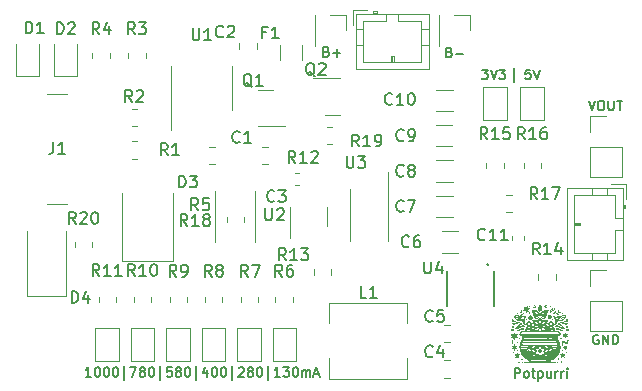
<source format=gbr>
%TF.GenerationSoftware,KiCad,Pcbnew,7.0.8*%
%TF.CreationDate,2024-12-11T22:25:20+01:00*%
%TF.ProjectId,LiPo_BuckBoost_Charger,4c69506f-5f42-4756-936b-426f6f73745f,rev?*%
%TF.SameCoordinates,Original*%
%TF.FileFunction,Legend,Top*%
%TF.FilePolarity,Positive*%
%FSLAX46Y46*%
G04 Gerber Fmt 4.6, Leading zero omitted, Abs format (unit mm)*
G04 Created by KiCad (PCBNEW 7.0.8) date 2024-12-11 22:25:20*
%MOMM*%
%LPD*%
G01*
G04 APERTURE LIST*
%ADD10C,0.150000*%
%ADD11C,0.120000*%
%ADD12C,0.152400*%
G04 APERTURE END LIST*
D10*
X121358207Y-50694390D02*
X121282017Y-50656295D01*
X121282017Y-50656295D02*
X121167731Y-50656295D01*
X121167731Y-50656295D02*
X121053445Y-50694390D01*
X121053445Y-50694390D02*
X120977255Y-50770580D01*
X120977255Y-50770580D02*
X120939160Y-50846771D01*
X120939160Y-50846771D02*
X120901064Y-50999152D01*
X120901064Y-50999152D02*
X120901064Y-51113438D01*
X120901064Y-51113438D02*
X120939160Y-51265819D01*
X120939160Y-51265819D02*
X120977255Y-51342009D01*
X120977255Y-51342009D02*
X121053445Y-51418200D01*
X121053445Y-51418200D02*
X121167731Y-51456295D01*
X121167731Y-51456295D02*
X121243922Y-51456295D01*
X121243922Y-51456295D02*
X121358207Y-51418200D01*
X121358207Y-51418200D02*
X121396303Y-51380104D01*
X121396303Y-51380104D02*
X121396303Y-51113438D01*
X121396303Y-51113438D02*
X121243922Y-51113438D01*
X121739160Y-51456295D02*
X121739160Y-50656295D01*
X121739160Y-50656295D02*
X122196303Y-51456295D01*
X122196303Y-51456295D02*
X122196303Y-50656295D01*
X122577255Y-51456295D02*
X122577255Y-50656295D01*
X122577255Y-50656295D02*
X122767731Y-50656295D01*
X122767731Y-50656295D02*
X122882017Y-50694390D01*
X122882017Y-50694390D02*
X122958207Y-50770580D01*
X122958207Y-50770580D02*
X122996302Y-50846771D01*
X122996302Y-50846771D02*
X123034398Y-50999152D01*
X123034398Y-50999152D02*
X123034398Y-51113438D01*
X123034398Y-51113438D02*
X122996302Y-51265819D01*
X122996302Y-51265819D02*
X122958207Y-51342009D01*
X122958207Y-51342009D02*
X122882017Y-51418200D01*
X122882017Y-51418200D02*
X122767731Y-51456295D01*
X122767731Y-51456295D02*
X122577255Y-51456295D01*
X78408207Y-54194295D02*
X77951064Y-54194295D01*
X78179636Y-54194295D02*
X78179636Y-53394295D01*
X78179636Y-53394295D02*
X78103445Y-53508580D01*
X78103445Y-53508580D02*
X78027255Y-53584771D01*
X78027255Y-53584771D02*
X77951064Y-53622866D01*
X78903446Y-53394295D02*
X78979636Y-53394295D01*
X78979636Y-53394295D02*
X79055827Y-53432390D01*
X79055827Y-53432390D02*
X79093922Y-53470485D01*
X79093922Y-53470485D02*
X79132017Y-53546676D01*
X79132017Y-53546676D02*
X79170112Y-53699057D01*
X79170112Y-53699057D02*
X79170112Y-53889533D01*
X79170112Y-53889533D02*
X79132017Y-54041914D01*
X79132017Y-54041914D02*
X79093922Y-54118104D01*
X79093922Y-54118104D02*
X79055827Y-54156200D01*
X79055827Y-54156200D02*
X78979636Y-54194295D01*
X78979636Y-54194295D02*
X78903446Y-54194295D01*
X78903446Y-54194295D02*
X78827255Y-54156200D01*
X78827255Y-54156200D02*
X78789160Y-54118104D01*
X78789160Y-54118104D02*
X78751065Y-54041914D01*
X78751065Y-54041914D02*
X78712969Y-53889533D01*
X78712969Y-53889533D02*
X78712969Y-53699057D01*
X78712969Y-53699057D02*
X78751065Y-53546676D01*
X78751065Y-53546676D02*
X78789160Y-53470485D01*
X78789160Y-53470485D02*
X78827255Y-53432390D01*
X78827255Y-53432390D02*
X78903446Y-53394295D01*
X79665351Y-53394295D02*
X79741541Y-53394295D01*
X79741541Y-53394295D02*
X79817732Y-53432390D01*
X79817732Y-53432390D02*
X79855827Y-53470485D01*
X79855827Y-53470485D02*
X79893922Y-53546676D01*
X79893922Y-53546676D02*
X79932017Y-53699057D01*
X79932017Y-53699057D02*
X79932017Y-53889533D01*
X79932017Y-53889533D02*
X79893922Y-54041914D01*
X79893922Y-54041914D02*
X79855827Y-54118104D01*
X79855827Y-54118104D02*
X79817732Y-54156200D01*
X79817732Y-54156200D02*
X79741541Y-54194295D01*
X79741541Y-54194295D02*
X79665351Y-54194295D01*
X79665351Y-54194295D02*
X79589160Y-54156200D01*
X79589160Y-54156200D02*
X79551065Y-54118104D01*
X79551065Y-54118104D02*
X79512970Y-54041914D01*
X79512970Y-54041914D02*
X79474874Y-53889533D01*
X79474874Y-53889533D02*
X79474874Y-53699057D01*
X79474874Y-53699057D02*
X79512970Y-53546676D01*
X79512970Y-53546676D02*
X79551065Y-53470485D01*
X79551065Y-53470485D02*
X79589160Y-53432390D01*
X79589160Y-53432390D02*
X79665351Y-53394295D01*
X80427256Y-53394295D02*
X80503446Y-53394295D01*
X80503446Y-53394295D02*
X80579637Y-53432390D01*
X80579637Y-53432390D02*
X80617732Y-53470485D01*
X80617732Y-53470485D02*
X80655827Y-53546676D01*
X80655827Y-53546676D02*
X80693922Y-53699057D01*
X80693922Y-53699057D02*
X80693922Y-53889533D01*
X80693922Y-53889533D02*
X80655827Y-54041914D01*
X80655827Y-54041914D02*
X80617732Y-54118104D01*
X80617732Y-54118104D02*
X80579637Y-54156200D01*
X80579637Y-54156200D02*
X80503446Y-54194295D01*
X80503446Y-54194295D02*
X80427256Y-54194295D01*
X80427256Y-54194295D02*
X80351065Y-54156200D01*
X80351065Y-54156200D02*
X80312970Y-54118104D01*
X80312970Y-54118104D02*
X80274875Y-54041914D01*
X80274875Y-54041914D02*
X80236779Y-53889533D01*
X80236779Y-53889533D02*
X80236779Y-53699057D01*
X80236779Y-53699057D02*
X80274875Y-53546676D01*
X80274875Y-53546676D02*
X80312970Y-53470485D01*
X80312970Y-53470485D02*
X80351065Y-53432390D01*
X80351065Y-53432390D02*
X80427256Y-53394295D01*
X81227256Y-54460961D02*
X81227256Y-53318104D01*
X81722494Y-53394295D02*
X82255828Y-53394295D01*
X82255828Y-53394295D02*
X81912970Y-54194295D01*
X82674875Y-53737152D02*
X82598685Y-53699057D01*
X82598685Y-53699057D02*
X82560590Y-53660961D01*
X82560590Y-53660961D02*
X82522494Y-53584771D01*
X82522494Y-53584771D02*
X82522494Y-53546676D01*
X82522494Y-53546676D02*
X82560590Y-53470485D01*
X82560590Y-53470485D02*
X82598685Y-53432390D01*
X82598685Y-53432390D02*
X82674875Y-53394295D01*
X82674875Y-53394295D02*
X82827256Y-53394295D01*
X82827256Y-53394295D02*
X82903447Y-53432390D01*
X82903447Y-53432390D02*
X82941542Y-53470485D01*
X82941542Y-53470485D02*
X82979637Y-53546676D01*
X82979637Y-53546676D02*
X82979637Y-53584771D01*
X82979637Y-53584771D02*
X82941542Y-53660961D01*
X82941542Y-53660961D02*
X82903447Y-53699057D01*
X82903447Y-53699057D02*
X82827256Y-53737152D01*
X82827256Y-53737152D02*
X82674875Y-53737152D01*
X82674875Y-53737152D02*
X82598685Y-53775247D01*
X82598685Y-53775247D02*
X82560590Y-53813342D01*
X82560590Y-53813342D02*
X82522494Y-53889533D01*
X82522494Y-53889533D02*
X82522494Y-54041914D01*
X82522494Y-54041914D02*
X82560590Y-54118104D01*
X82560590Y-54118104D02*
X82598685Y-54156200D01*
X82598685Y-54156200D02*
X82674875Y-54194295D01*
X82674875Y-54194295D02*
X82827256Y-54194295D01*
X82827256Y-54194295D02*
X82903447Y-54156200D01*
X82903447Y-54156200D02*
X82941542Y-54118104D01*
X82941542Y-54118104D02*
X82979637Y-54041914D01*
X82979637Y-54041914D02*
X82979637Y-53889533D01*
X82979637Y-53889533D02*
X82941542Y-53813342D01*
X82941542Y-53813342D02*
X82903447Y-53775247D01*
X82903447Y-53775247D02*
X82827256Y-53737152D01*
X83474876Y-53394295D02*
X83551066Y-53394295D01*
X83551066Y-53394295D02*
X83627257Y-53432390D01*
X83627257Y-53432390D02*
X83665352Y-53470485D01*
X83665352Y-53470485D02*
X83703447Y-53546676D01*
X83703447Y-53546676D02*
X83741542Y-53699057D01*
X83741542Y-53699057D02*
X83741542Y-53889533D01*
X83741542Y-53889533D02*
X83703447Y-54041914D01*
X83703447Y-54041914D02*
X83665352Y-54118104D01*
X83665352Y-54118104D02*
X83627257Y-54156200D01*
X83627257Y-54156200D02*
X83551066Y-54194295D01*
X83551066Y-54194295D02*
X83474876Y-54194295D01*
X83474876Y-54194295D02*
X83398685Y-54156200D01*
X83398685Y-54156200D02*
X83360590Y-54118104D01*
X83360590Y-54118104D02*
X83322495Y-54041914D01*
X83322495Y-54041914D02*
X83284399Y-53889533D01*
X83284399Y-53889533D02*
X83284399Y-53699057D01*
X83284399Y-53699057D02*
X83322495Y-53546676D01*
X83322495Y-53546676D02*
X83360590Y-53470485D01*
X83360590Y-53470485D02*
X83398685Y-53432390D01*
X83398685Y-53432390D02*
X83474876Y-53394295D01*
X84274876Y-54460961D02*
X84274876Y-53318104D01*
X85227257Y-53394295D02*
X84846305Y-53394295D01*
X84846305Y-53394295D02*
X84808209Y-53775247D01*
X84808209Y-53775247D02*
X84846305Y-53737152D01*
X84846305Y-53737152D02*
X84922495Y-53699057D01*
X84922495Y-53699057D02*
X85112971Y-53699057D01*
X85112971Y-53699057D02*
X85189162Y-53737152D01*
X85189162Y-53737152D02*
X85227257Y-53775247D01*
X85227257Y-53775247D02*
X85265352Y-53851438D01*
X85265352Y-53851438D02*
X85265352Y-54041914D01*
X85265352Y-54041914D02*
X85227257Y-54118104D01*
X85227257Y-54118104D02*
X85189162Y-54156200D01*
X85189162Y-54156200D02*
X85112971Y-54194295D01*
X85112971Y-54194295D02*
X84922495Y-54194295D01*
X84922495Y-54194295D02*
X84846305Y-54156200D01*
X84846305Y-54156200D02*
X84808209Y-54118104D01*
X85722495Y-53737152D02*
X85646305Y-53699057D01*
X85646305Y-53699057D02*
X85608210Y-53660961D01*
X85608210Y-53660961D02*
X85570114Y-53584771D01*
X85570114Y-53584771D02*
X85570114Y-53546676D01*
X85570114Y-53546676D02*
X85608210Y-53470485D01*
X85608210Y-53470485D02*
X85646305Y-53432390D01*
X85646305Y-53432390D02*
X85722495Y-53394295D01*
X85722495Y-53394295D02*
X85874876Y-53394295D01*
X85874876Y-53394295D02*
X85951067Y-53432390D01*
X85951067Y-53432390D02*
X85989162Y-53470485D01*
X85989162Y-53470485D02*
X86027257Y-53546676D01*
X86027257Y-53546676D02*
X86027257Y-53584771D01*
X86027257Y-53584771D02*
X85989162Y-53660961D01*
X85989162Y-53660961D02*
X85951067Y-53699057D01*
X85951067Y-53699057D02*
X85874876Y-53737152D01*
X85874876Y-53737152D02*
X85722495Y-53737152D01*
X85722495Y-53737152D02*
X85646305Y-53775247D01*
X85646305Y-53775247D02*
X85608210Y-53813342D01*
X85608210Y-53813342D02*
X85570114Y-53889533D01*
X85570114Y-53889533D02*
X85570114Y-54041914D01*
X85570114Y-54041914D02*
X85608210Y-54118104D01*
X85608210Y-54118104D02*
X85646305Y-54156200D01*
X85646305Y-54156200D02*
X85722495Y-54194295D01*
X85722495Y-54194295D02*
X85874876Y-54194295D01*
X85874876Y-54194295D02*
X85951067Y-54156200D01*
X85951067Y-54156200D02*
X85989162Y-54118104D01*
X85989162Y-54118104D02*
X86027257Y-54041914D01*
X86027257Y-54041914D02*
X86027257Y-53889533D01*
X86027257Y-53889533D02*
X85989162Y-53813342D01*
X85989162Y-53813342D02*
X85951067Y-53775247D01*
X85951067Y-53775247D02*
X85874876Y-53737152D01*
X86522496Y-53394295D02*
X86598686Y-53394295D01*
X86598686Y-53394295D02*
X86674877Y-53432390D01*
X86674877Y-53432390D02*
X86712972Y-53470485D01*
X86712972Y-53470485D02*
X86751067Y-53546676D01*
X86751067Y-53546676D02*
X86789162Y-53699057D01*
X86789162Y-53699057D02*
X86789162Y-53889533D01*
X86789162Y-53889533D02*
X86751067Y-54041914D01*
X86751067Y-54041914D02*
X86712972Y-54118104D01*
X86712972Y-54118104D02*
X86674877Y-54156200D01*
X86674877Y-54156200D02*
X86598686Y-54194295D01*
X86598686Y-54194295D02*
X86522496Y-54194295D01*
X86522496Y-54194295D02*
X86446305Y-54156200D01*
X86446305Y-54156200D02*
X86408210Y-54118104D01*
X86408210Y-54118104D02*
X86370115Y-54041914D01*
X86370115Y-54041914D02*
X86332019Y-53889533D01*
X86332019Y-53889533D02*
X86332019Y-53699057D01*
X86332019Y-53699057D02*
X86370115Y-53546676D01*
X86370115Y-53546676D02*
X86408210Y-53470485D01*
X86408210Y-53470485D02*
X86446305Y-53432390D01*
X86446305Y-53432390D02*
X86522496Y-53394295D01*
X87322496Y-54460961D02*
X87322496Y-53318104D01*
X88236782Y-53660961D02*
X88236782Y-54194295D01*
X88046306Y-53356200D02*
X87855829Y-53927628D01*
X87855829Y-53927628D02*
X88351068Y-53927628D01*
X88808211Y-53394295D02*
X88884401Y-53394295D01*
X88884401Y-53394295D02*
X88960592Y-53432390D01*
X88960592Y-53432390D02*
X88998687Y-53470485D01*
X88998687Y-53470485D02*
X89036782Y-53546676D01*
X89036782Y-53546676D02*
X89074877Y-53699057D01*
X89074877Y-53699057D02*
X89074877Y-53889533D01*
X89074877Y-53889533D02*
X89036782Y-54041914D01*
X89036782Y-54041914D02*
X88998687Y-54118104D01*
X88998687Y-54118104D02*
X88960592Y-54156200D01*
X88960592Y-54156200D02*
X88884401Y-54194295D01*
X88884401Y-54194295D02*
X88808211Y-54194295D01*
X88808211Y-54194295D02*
X88732020Y-54156200D01*
X88732020Y-54156200D02*
X88693925Y-54118104D01*
X88693925Y-54118104D02*
X88655830Y-54041914D01*
X88655830Y-54041914D02*
X88617734Y-53889533D01*
X88617734Y-53889533D02*
X88617734Y-53699057D01*
X88617734Y-53699057D02*
X88655830Y-53546676D01*
X88655830Y-53546676D02*
X88693925Y-53470485D01*
X88693925Y-53470485D02*
X88732020Y-53432390D01*
X88732020Y-53432390D02*
X88808211Y-53394295D01*
X89570116Y-53394295D02*
X89646306Y-53394295D01*
X89646306Y-53394295D02*
X89722497Y-53432390D01*
X89722497Y-53432390D02*
X89760592Y-53470485D01*
X89760592Y-53470485D02*
X89798687Y-53546676D01*
X89798687Y-53546676D02*
X89836782Y-53699057D01*
X89836782Y-53699057D02*
X89836782Y-53889533D01*
X89836782Y-53889533D02*
X89798687Y-54041914D01*
X89798687Y-54041914D02*
X89760592Y-54118104D01*
X89760592Y-54118104D02*
X89722497Y-54156200D01*
X89722497Y-54156200D02*
X89646306Y-54194295D01*
X89646306Y-54194295D02*
X89570116Y-54194295D01*
X89570116Y-54194295D02*
X89493925Y-54156200D01*
X89493925Y-54156200D02*
X89455830Y-54118104D01*
X89455830Y-54118104D02*
X89417735Y-54041914D01*
X89417735Y-54041914D02*
X89379639Y-53889533D01*
X89379639Y-53889533D02*
X89379639Y-53699057D01*
X89379639Y-53699057D02*
X89417735Y-53546676D01*
X89417735Y-53546676D02*
X89455830Y-53470485D01*
X89455830Y-53470485D02*
X89493925Y-53432390D01*
X89493925Y-53432390D02*
X89570116Y-53394295D01*
X90370116Y-54460961D02*
X90370116Y-53318104D01*
X90903449Y-53470485D02*
X90941545Y-53432390D01*
X90941545Y-53432390D02*
X91017735Y-53394295D01*
X91017735Y-53394295D02*
X91208211Y-53394295D01*
X91208211Y-53394295D02*
X91284402Y-53432390D01*
X91284402Y-53432390D02*
X91322497Y-53470485D01*
X91322497Y-53470485D02*
X91360592Y-53546676D01*
X91360592Y-53546676D02*
X91360592Y-53622866D01*
X91360592Y-53622866D02*
X91322497Y-53737152D01*
X91322497Y-53737152D02*
X90865354Y-54194295D01*
X90865354Y-54194295D02*
X91360592Y-54194295D01*
X91817735Y-53737152D02*
X91741545Y-53699057D01*
X91741545Y-53699057D02*
X91703450Y-53660961D01*
X91703450Y-53660961D02*
X91665354Y-53584771D01*
X91665354Y-53584771D02*
X91665354Y-53546676D01*
X91665354Y-53546676D02*
X91703450Y-53470485D01*
X91703450Y-53470485D02*
X91741545Y-53432390D01*
X91741545Y-53432390D02*
X91817735Y-53394295D01*
X91817735Y-53394295D02*
X91970116Y-53394295D01*
X91970116Y-53394295D02*
X92046307Y-53432390D01*
X92046307Y-53432390D02*
X92084402Y-53470485D01*
X92084402Y-53470485D02*
X92122497Y-53546676D01*
X92122497Y-53546676D02*
X92122497Y-53584771D01*
X92122497Y-53584771D02*
X92084402Y-53660961D01*
X92084402Y-53660961D02*
X92046307Y-53699057D01*
X92046307Y-53699057D02*
X91970116Y-53737152D01*
X91970116Y-53737152D02*
X91817735Y-53737152D01*
X91817735Y-53737152D02*
X91741545Y-53775247D01*
X91741545Y-53775247D02*
X91703450Y-53813342D01*
X91703450Y-53813342D02*
X91665354Y-53889533D01*
X91665354Y-53889533D02*
X91665354Y-54041914D01*
X91665354Y-54041914D02*
X91703450Y-54118104D01*
X91703450Y-54118104D02*
X91741545Y-54156200D01*
X91741545Y-54156200D02*
X91817735Y-54194295D01*
X91817735Y-54194295D02*
X91970116Y-54194295D01*
X91970116Y-54194295D02*
X92046307Y-54156200D01*
X92046307Y-54156200D02*
X92084402Y-54118104D01*
X92084402Y-54118104D02*
X92122497Y-54041914D01*
X92122497Y-54041914D02*
X92122497Y-53889533D01*
X92122497Y-53889533D02*
X92084402Y-53813342D01*
X92084402Y-53813342D02*
X92046307Y-53775247D01*
X92046307Y-53775247D02*
X91970116Y-53737152D01*
X92617736Y-53394295D02*
X92693926Y-53394295D01*
X92693926Y-53394295D02*
X92770117Y-53432390D01*
X92770117Y-53432390D02*
X92808212Y-53470485D01*
X92808212Y-53470485D02*
X92846307Y-53546676D01*
X92846307Y-53546676D02*
X92884402Y-53699057D01*
X92884402Y-53699057D02*
X92884402Y-53889533D01*
X92884402Y-53889533D02*
X92846307Y-54041914D01*
X92846307Y-54041914D02*
X92808212Y-54118104D01*
X92808212Y-54118104D02*
X92770117Y-54156200D01*
X92770117Y-54156200D02*
X92693926Y-54194295D01*
X92693926Y-54194295D02*
X92617736Y-54194295D01*
X92617736Y-54194295D02*
X92541545Y-54156200D01*
X92541545Y-54156200D02*
X92503450Y-54118104D01*
X92503450Y-54118104D02*
X92465355Y-54041914D01*
X92465355Y-54041914D02*
X92427259Y-53889533D01*
X92427259Y-53889533D02*
X92427259Y-53699057D01*
X92427259Y-53699057D02*
X92465355Y-53546676D01*
X92465355Y-53546676D02*
X92503450Y-53470485D01*
X92503450Y-53470485D02*
X92541545Y-53432390D01*
X92541545Y-53432390D02*
X92617736Y-53394295D01*
X93417736Y-54460961D02*
X93417736Y-53318104D01*
X94408212Y-54194295D02*
X93951069Y-54194295D01*
X94179641Y-54194295D02*
X94179641Y-53394295D01*
X94179641Y-53394295D02*
X94103450Y-53508580D01*
X94103450Y-53508580D02*
X94027260Y-53584771D01*
X94027260Y-53584771D02*
X93951069Y-53622866D01*
X94674879Y-53394295D02*
X95170117Y-53394295D01*
X95170117Y-53394295D02*
X94903451Y-53699057D01*
X94903451Y-53699057D02*
X95017736Y-53699057D01*
X95017736Y-53699057D02*
X95093927Y-53737152D01*
X95093927Y-53737152D02*
X95132022Y-53775247D01*
X95132022Y-53775247D02*
X95170117Y-53851438D01*
X95170117Y-53851438D02*
X95170117Y-54041914D01*
X95170117Y-54041914D02*
X95132022Y-54118104D01*
X95132022Y-54118104D02*
X95093927Y-54156200D01*
X95093927Y-54156200D02*
X95017736Y-54194295D01*
X95017736Y-54194295D02*
X94789165Y-54194295D01*
X94789165Y-54194295D02*
X94712974Y-54156200D01*
X94712974Y-54156200D02*
X94674879Y-54118104D01*
X95665356Y-53394295D02*
X95741546Y-53394295D01*
X95741546Y-53394295D02*
X95817737Y-53432390D01*
X95817737Y-53432390D02*
X95855832Y-53470485D01*
X95855832Y-53470485D02*
X95893927Y-53546676D01*
X95893927Y-53546676D02*
X95932022Y-53699057D01*
X95932022Y-53699057D02*
X95932022Y-53889533D01*
X95932022Y-53889533D02*
X95893927Y-54041914D01*
X95893927Y-54041914D02*
X95855832Y-54118104D01*
X95855832Y-54118104D02*
X95817737Y-54156200D01*
X95817737Y-54156200D02*
X95741546Y-54194295D01*
X95741546Y-54194295D02*
X95665356Y-54194295D01*
X95665356Y-54194295D02*
X95589165Y-54156200D01*
X95589165Y-54156200D02*
X95551070Y-54118104D01*
X95551070Y-54118104D02*
X95512975Y-54041914D01*
X95512975Y-54041914D02*
X95474879Y-53889533D01*
X95474879Y-53889533D02*
X95474879Y-53699057D01*
X95474879Y-53699057D02*
X95512975Y-53546676D01*
X95512975Y-53546676D02*
X95551070Y-53470485D01*
X95551070Y-53470485D02*
X95589165Y-53432390D01*
X95589165Y-53432390D02*
X95665356Y-53394295D01*
X96274880Y-54194295D02*
X96274880Y-53660961D01*
X96274880Y-53737152D02*
X96312975Y-53699057D01*
X96312975Y-53699057D02*
X96389165Y-53660961D01*
X96389165Y-53660961D02*
X96503451Y-53660961D01*
X96503451Y-53660961D02*
X96579642Y-53699057D01*
X96579642Y-53699057D02*
X96617737Y-53775247D01*
X96617737Y-53775247D02*
X96617737Y-54194295D01*
X96617737Y-53775247D02*
X96655832Y-53699057D01*
X96655832Y-53699057D02*
X96732023Y-53660961D01*
X96732023Y-53660961D02*
X96846308Y-53660961D01*
X96846308Y-53660961D02*
X96922499Y-53699057D01*
X96922499Y-53699057D02*
X96960594Y-53775247D01*
X96960594Y-53775247D02*
X96960594Y-54194295D01*
X97303451Y-53965723D02*
X97684404Y-53965723D01*
X97227261Y-54194295D02*
X97493928Y-53394295D01*
X97493928Y-53394295D02*
X97760594Y-54194295D01*
X114209636Y-29250961D02*
X114209636Y-28108104D01*
X120570874Y-30844295D02*
X120837541Y-31644295D01*
X120837541Y-31644295D02*
X121104207Y-30844295D01*
X121523255Y-30844295D02*
X121675636Y-30844295D01*
X121675636Y-30844295D02*
X121751826Y-30882390D01*
X121751826Y-30882390D02*
X121828017Y-30958580D01*
X121828017Y-30958580D02*
X121866112Y-31110961D01*
X121866112Y-31110961D02*
X121866112Y-31377628D01*
X121866112Y-31377628D02*
X121828017Y-31530009D01*
X121828017Y-31530009D02*
X121751826Y-31606200D01*
X121751826Y-31606200D02*
X121675636Y-31644295D01*
X121675636Y-31644295D02*
X121523255Y-31644295D01*
X121523255Y-31644295D02*
X121447064Y-31606200D01*
X121447064Y-31606200D02*
X121370874Y-31530009D01*
X121370874Y-31530009D02*
X121332778Y-31377628D01*
X121332778Y-31377628D02*
X121332778Y-31110961D01*
X121332778Y-31110961D02*
X121370874Y-30958580D01*
X121370874Y-30958580D02*
X121447064Y-30882390D01*
X121447064Y-30882390D02*
X121523255Y-30844295D01*
X122208969Y-30844295D02*
X122208969Y-31491914D01*
X122208969Y-31491914D02*
X122247064Y-31568104D01*
X122247064Y-31568104D02*
X122285159Y-31606200D01*
X122285159Y-31606200D02*
X122361350Y-31644295D01*
X122361350Y-31644295D02*
X122513731Y-31644295D01*
X122513731Y-31644295D02*
X122589921Y-31606200D01*
X122589921Y-31606200D02*
X122628016Y-31568104D01*
X122628016Y-31568104D02*
X122666112Y-31491914D01*
X122666112Y-31491914D02*
X122666112Y-30844295D01*
X122932778Y-30844295D02*
X123389921Y-30844295D01*
X123161349Y-31644295D02*
X123161349Y-30844295D01*
X111512969Y-28194295D02*
X112008207Y-28194295D01*
X112008207Y-28194295D02*
X111741541Y-28499057D01*
X111741541Y-28499057D02*
X111855826Y-28499057D01*
X111855826Y-28499057D02*
X111932017Y-28537152D01*
X111932017Y-28537152D02*
X111970112Y-28575247D01*
X111970112Y-28575247D02*
X112008207Y-28651438D01*
X112008207Y-28651438D02*
X112008207Y-28841914D01*
X112008207Y-28841914D02*
X111970112Y-28918104D01*
X111970112Y-28918104D02*
X111932017Y-28956200D01*
X111932017Y-28956200D02*
X111855826Y-28994295D01*
X111855826Y-28994295D02*
X111627255Y-28994295D01*
X111627255Y-28994295D02*
X111551064Y-28956200D01*
X111551064Y-28956200D02*
X111512969Y-28918104D01*
X112236779Y-28194295D02*
X112503446Y-28994295D01*
X112503446Y-28994295D02*
X112770112Y-28194295D01*
X112960588Y-28194295D02*
X113455826Y-28194295D01*
X113455826Y-28194295D02*
X113189160Y-28499057D01*
X113189160Y-28499057D02*
X113303445Y-28499057D01*
X113303445Y-28499057D02*
X113379636Y-28537152D01*
X113379636Y-28537152D02*
X113417731Y-28575247D01*
X113417731Y-28575247D02*
X113455826Y-28651438D01*
X113455826Y-28651438D02*
X113455826Y-28841914D01*
X113455826Y-28841914D02*
X113417731Y-28918104D01*
X113417731Y-28918104D02*
X113379636Y-28956200D01*
X113379636Y-28956200D02*
X113303445Y-28994295D01*
X113303445Y-28994295D02*
X113074874Y-28994295D01*
X113074874Y-28994295D02*
X112998683Y-28956200D01*
X112998683Y-28956200D02*
X112960588Y-28918104D01*
X115600112Y-28204295D02*
X115219160Y-28204295D01*
X115219160Y-28204295D02*
X115181064Y-28585247D01*
X115181064Y-28585247D02*
X115219160Y-28547152D01*
X115219160Y-28547152D02*
X115295350Y-28509057D01*
X115295350Y-28509057D02*
X115485826Y-28509057D01*
X115485826Y-28509057D02*
X115562017Y-28547152D01*
X115562017Y-28547152D02*
X115600112Y-28585247D01*
X115600112Y-28585247D02*
X115638207Y-28661438D01*
X115638207Y-28661438D02*
X115638207Y-28851914D01*
X115638207Y-28851914D02*
X115600112Y-28928104D01*
X115600112Y-28928104D02*
X115562017Y-28966200D01*
X115562017Y-28966200D02*
X115485826Y-29004295D01*
X115485826Y-29004295D02*
X115295350Y-29004295D01*
X115295350Y-29004295D02*
X115219160Y-28966200D01*
X115219160Y-28966200D02*
X115181064Y-28928104D01*
X115866779Y-28204295D02*
X116133446Y-29004295D01*
X116133446Y-29004295D02*
X116400112Y-28204295D01*
X98355826Y-26675247D02*
X98470112Y-26713342D01*
X98470112Y-26713342D02*
X98508207Y-26751438D01*
X98508207Y-26751438D02*
X98546303Y-26827628D01*
X98546303Y-26827628D02*
X98546303Y-26941914D01*
X98546303Y-26941914D02*
X98508207Y-27018104D01*
X98508207Y-27018104D02*
X98470112Y-27056200D01*
X98470112Y-27056200D02*
X98393922Y-27094295D01*
X98393922Y-27094295D02*
X98089160Y-27094295D01*
X98089160Y-27094295D02*
X98089160Y-26294295D01*
X98089160Y-26294295D02*
X98355826Y-26294295D01*
X98355826Y-26294295D02*
X98432017Y-26332390D01*
X98432017Y-26332390D02*
X98470112Y-26370485D01*
X98470112Y-26370485D02*
X98508207Y-26446676D01*
X98508207Y-26446676D02*
X98508207Y-26522866D01*
X98508207Y-26522866D02*
X98470112Y-26599057D01*
X98470112Y-26599057D02*
X98432017Y-26637152D01*
X98432017Y-26637152D02*
X98355826Y-26675247D01*
X98355826Y-26675247D02*
X98089160Y-26675247D01*
X98889160Y-26789533D02*
X99498684Y-26789533D01*
X99193922Y-27094295D02*
X99193922Y-26484771D01*
X114299160Y-54284295D02*
X114299160Y-53484295D01*
X114299160Y-53484295D02*
X114603922Y-53484295D01*
X114603922Y-53484295D02*
X114680112Y-53522390D01*
X114680112Y-53522390D02*
X114718207Y-53560485D01*
X114718207Y-53560485D02*
X114756303Y-53636676D01*
X114756303Y-53636676D02*
X114756303Y-53750961D01*
X114756303Y-53750961D02*
X114718207Y-53827152D01*
X114718207Y-53827152D02*
X114680112Y-53865247D01*
X114680112Y-53865247D02*
X114603922Y-53903342D01*
X114603922Y-53903342D02*
X114299160Y-53903342D01*
X115213445Y-54284295D02*
X115137255Y-54246200D01*
X115137255Y-54246200D02*
X115099160Y-54208104D01*
X115099160Y-54208104D02*
X115061064Y-54131914D01*
X115061064Y-54131914D02*
X115061064Y-53903342D01*
X115061064Y-53903342D02*
X115099160Y-53827152D01*
X115099160Y-53827152D02*
X115137255Y-53789057D01*
X115137255Y-53789057D02*
X115213445Y-53750961D01*
X115213445Y-53750961D02*
X115327731Y-53750961D01*
X115327731Y-53750961D02*
X115403922Y-53789057D01*
X115403922Y-53789057D02*
X115442017Y-53827152D01*
X115442017Y-53827152D02*
X115480112Y-53903342D01*
X115480112Y-53903342D02*
X115480112Y-54131914D01*
X115480112Y-54131914D02*
X115442017Y-54208104D01*
X115442017Y-54208104D02*
X115403922Y-54246200D01*
X115403922Y-54246200D02*
X115327731Y-54284295D01*
X115327731Y-54284295D02*
X115213445Y-54284295D01*
X115708684Y-53750961D02*
X116013446Y-53750961D01*
X115822970Y-53484295D02*
X115822970Y-54170009D01*
X115822970Y-54170009D02*
X115861065Y-54246200D01*
X115861065Y-54246200D02*
X115937255Y-54284295D01*
X115937255Y-54284295D02*
X116013446Y-54284295D01*
X116280113Y-53750961D02*
X116280113Y-54550961D01*
X116280113Y-53789057D02*
X116356303Y-53750961D01*
X116356303Y-53750961D02*
X116508684Y-53750961D01*
X116508684Y-53750961D02*
X116584875Y-53789057D01*
X116584875Y-53789057D02*
X116622970Y-53827152D01*
X116622970Y-53827152D02*
X116661065Y-53903342D01*
X116661065Y-53903342D02*
X116661065Y-54131914D01*
X116661065Y-54131914D02*
X116622970Y-54208104D01*
X116622970Y-54208104D02*
X116584875Y-54246200D01*
X116584875Y-54246200D02*
X116508684Y-54284295D01*
X116508684Y-54284295D02*
X116356303Y-54284295D01*
X116356303Y-54284295D02*
X116280113Y-54246200D01*
X117346780Y-53750961D02*
X117346780Y-54284295D01*
X117003923Y-53750961D02*
X117003923Y-54170009D01*
X117003923Y-54170009D02*
X117042018Y-54246200D01*
X117042018Y-54246200D02*
X117118208Y-54284295D01*
X117118208Y-54284295D02*
X117232494Y-54284295D01*
X117232494Y-54284295D02*
X117308685Y-54246200D01*
X117308685Y-54246200D02*
X117346780Y-54208104D01*
X117727733Y-54284295D02*
X117727733Y-53750961D01*
X117727733Y-53903342D02*
X117765828Y-53827152D01*
X117765828Y-53827152D02*
X117803923Y-53789057D01*
X117803923Y-53789057D02*
X117880114Y-53750961D01*
X117880114Y-53750961D02*
X117956304Y-53750961D01*
X118222971Y-54284295D02*
X118222971Y-53750961D01*
X118222971Y-53903342D02*
X118261066Y-53827152D01*
X118261066Y-53827152D02*
X118299161Y-53789057D01*
X118299161Y-53789057D02*
X118375352Y-53750961D01*
X118375352Y-53750961D02*
X118451542Y-53750961D01*
X118718209Y-54284295D02*
X118718209Y-53750961D01*
X118718209Y-53484295D02*
X118680113Y-53522390D01*
X118680113Y-53522390D02*
X118718209Y-53560485D01*
X118718209Y-53560485D02*
X118756304Y-53522390D01*
X118756304Y-53522390D02*
X118718209Y-53484295D01*
X118718209Y-53484295D02*
X118718209Y-53560485D01*
X108755826Y-26725247D02*
X108870112Y-26763342D01*
X108870112Y-26763342D02*
X108908207Y-26801438D01*
X108908207Y-26801438D02*
X108946303Y-26877628D01*
X108946303Y-26877628D02*
X108946303Y-26991914D01*
X108946303Y-26991914D02*
X108908207Y-27068104D01*
X108908207Y-27068104D02*
X108870112Y-27106200D01*
X108870112Y-27106200D02*
X108793922Y-27144295D01*
X108793922Y-27144295D02*
X108489160Y-27144295D01*
X108489160Y-27144295D02*
X108489160Y-26344295D01*
X108489160Y-26344295D02*
X108755826Y-26344295D01*
X108755826Y-26344295D02*
X108832017Y-26382390D01*
X108832017Y-26382390D02*
X108870112Y-26420485D01*
X108870112Y-26420485D02*
X108908207Y-26496676D01*
X108908207Y-26496676D02*
X108908207Y-26572866D01*
X108908207Y-26572866D02*
X108870112Y-26649057D01*
X108870112Y-26649057D02*
X108832017Y-26687152D01*
X108832017Y-26687152D02*
X108755826Y-26725247D01*
X108755826Y-26725247D02*
X108489160Y-26725247D01*
X109289160Y-26839533D02*
X109898684Y-26839533D01*
X85633333Y-45729819D02*
X85300000Y-45253628D01*
X85061905Y-45729819D02*
X85061905Y-44729819D01*
X85061905Y-44729819D02*
X85442857Y-44729819D01*
X85442857Y-44729819D02*
X85538095Y-44777438D01*
X85538095Y-44777438D02*
X85585714Y-44825057D01*
X85585714Y-44825057D02*
X85633333Y-44920295D01*
X85633333Y-44920295D02*
X85633333Y-45063152D01*
X85633333Y-45063152D02*
X85585714Y-45158390D01*
X85585714Y-45158390D02*
X85538095Y-45206009D01*
X85538095Y-45206009D02*
X85442857Y-45253628D01*
X85442857Y-45253628D02*
X85061905Y-45253628D01*
X86109524Y-45729819D02*
X86300000Y-45729819D01*
X86300000Y-45729819D02*
X86395238Y-45682200D01*
X86395238Y-45682200D02*
X86442857Y-45634580D01*
X86442857Y-45634580D02*
X86538095Y-45491723D01*
X86538095Y-45491723D02*
X86585714Y-45301247D01*
X86585714Y-45301247D02*
X86585714Y-44920295D01*
X86585714Y-44920295D02*
X86538095Y-44825057D01*
X86538095Y-44825057D02*
X86490476Y-44777438D01*
X86490476Y-44777438D02*
X86395238Y-44729819D01*
X86395238Y-44729819D02*
X86204762Y-44729819D01*
X86204762Y-44729819D02*
X86109524Y-44777438D01*
X86109524Y-44777438D02*
X86061905Y-44825057D01*
X86061905Y-44825057D02*
X86014286Y-44920295D01*
X86014286Y-44920295D02*
X86014286Y-45158390D01*
X86014286Y-45158390D02*
X86061905Y-45253628D01*
X86061905Y-45253628D02*
X86109524Y-45301247D01*
X86109524Y-45301247D02*
X86204762Y-45348866D01*
X86204762Y-45348866D02*
X86395238Y-45348866D01*
X86395238Y-45348866D02*
X86490476Y-45301247D01*
X86490476Y-45301247D02*
X86538095Y-45253628D01*
X86538095Y-45253628D02*
X86585714Y-45158390D01*
X97354761Y-28750057D02*
X97259523Y-28702438D01*
X97259523Y-28702438D02*
X97164285Y-28607200D01*
X97164285Y-28607200D02*
X97021428Y-28464342D01*
X97021428Y-28464342D02*
X96926190Y-28416723D01*
X96926190Y-28416723D02*
X96830952Y-28416723D01*
X96878571Y-28654819D02*
X96783333Y-28607200D01*
X96783333Y-28607200D02*
X96688095Y-28511961D01*
X96688095Y-28511961D02*
X96640476Y-28321485D01*
X96640476Y-28321485D02*
X96640476Y-27988152D01*
X96640476Y-27988152D02*
X96688095Y-27797676D01*
X96688095Y-27797676D02*
X96783333Y-27702438D01*
X96783333Y-27702438D02*
X96878571Y-27654819D01*
X96878571Y-27654819D02*
X97069047Y-27654819D01*
X97069047Y-27654819D02*
X97164285Y-27702438D01*
X97164285Y-27702438D02*
X97259523Y-27797676D01*
X97259523Y-27797676D02*
X97307142Y-27988152D01*
X97307142Y-27988152D02*
X97307142Y-28321485D01*
X97307142Y-28321485D02*
X97259523Y-28511961D01*
X97259523Y-28511961D02*
X97164285Y-28607200D01*
X97164285Y-28607200D02*
X97069047Y-28654819D01*
X97069047Y-28654819D02*
X96878571Y-28654819D01*
X97688095Y-27750057D02*
X97735714Y-27702438D01*
X97735714Y-27702438D02*
X97830952Y-27654819D01*
X97830952Y-27654819D02*
X98069047Y-27654819D01*
X98069047Y-27654819D02*
X98164285Y-27702438D01*
X98164285Y-27702438D02*
X98211904Y-27750057D01*
X98211904Y-27750057D02*
X98259523Y-27845295D01*
X98259523Y-27845295D02*
X98259523Y-27940533D01*
X98259523Y-27940533D02*
X98211904Y-28083390D01*
X98211904Y-28083390D02*
X97640476Y-28654819D01*
X97640476Y-28654819D02*
X98259523Y-28654819D01*
X75206266Y-34309359D02*
X75206266Y-35023644D01*
X75206266Y-35023644D02*
X75158647Y-35166501D01*
X75158647Y-35166501D02*
X75063409Y-35261740D01*
X75063409Y-35261740D02*
X74920552Y-35309359D01*
X74920552Y-35309359D02*
X74825314Y-35309359D01*
X76206266Y-35309359D02*
X75634838Y-35309359D01*
X75920552Y-35309359D02*
X75920552Y-34309359D01*
X75920552Y-34309359D02*
X75825314Y-34452216D01*
X75825314Y-34452216D02*
X75730076Y-34547454D01*
X75730076Y-34547454D02*
X75634838Y-34595073D01*
X101087142Y-34704819D02*
X100753809Y-34228628D01*
X100515714Y-34704819D02*
X100515714Y-33704819D01*
X100515714Y-33704819D02*
X100896666Y-33704819D01*
X100896666Y-33704819D02*
X100991904Y-33752438D01*
X100991904Y-33752438D02*
X101039523Y-33800057D01*
X101039523Y-33800057D02*
X101087142Y-33895295D01*
X101087142Y-33895295D02*
X101087142Y-34038152D01*
X101087142Y-34038152D02*
X101039523Y-34133390D01*
X101039523Y-34133390D02*
X100991904Y-34181009D01*
X100991904Y-34181009D02*
X100896666Y-34228628D01*
X100896666Y-34228628D02*
X100515714Y-34228628D01*
X102039523Y-34704819D02*
X101468095Y-34704819D01*
X101753809Y-34704819D02*
X101753809Y-33704819D01*
X101753809Y-33704819D02*
X101658571Y-33847676D01*
X101658571Y-33847676D02*
X101563333Y-33942914D01*
X101563333Y-33942914D02*
X101468095Y-33990533D01*
X102515714Y-34704819D02*
X102706190Y-34704819D01*
X102706190Y-34704819D02*
X102801428Y-34657200D01*
X102801428Y-34657200D02*
X102849047Y-34609580D01*
X102849047Y-34609580D02*
X102944285Y-34466723D01*
X102944285Y-34466723D02*
X102991904Y-34276247D01*
X102991904Y-34276247D02*
X102991904Y-33895295D01*
X102991904Y-33895295D02*
X102944285Y-33800057D01*
X102944285Y-33800057D02*
X102896666Y-33752438D01*
X102896666Y-33752438D02*
X102801428Y-33704819D01*
X102801428Y-33704819D02*
X102610952Y-33704819D01*
X102610952Y-33704819D02*
X102515714Y-33752438D01*
X102515714Y-33752438D02*
X102468095Y-33800057D01*
X102468095Y-33800057D02*
X102420476Y-33895295D01*
X102420476Y-33895295D02*
X102420476Y-34133390D01*
X102420476Y-34133390D02*
X102468095Y-34228628D01*
X102468095Y-34228628D02*
X102515714Y-34276247D01*
X102515714Y-34276247D02*
X102610952Y-34323866D01*
X102610952Y-34323866D02*
X102801428Y-34323866D01*
X102801428Y-34323866D02*
X102896666Y-34276247D01*
X102896666Y-34276247D02*
X102944285Y-34228628D01*
X102944285Y-34228628D02*
X102991904Y-34133390D01*
X116387142Y-43854819D02*
X116053809Y-43378628D01*
X115815714Y-43854819D02*
X115815714Y-42854819D01*
X115815714Y-42854819D02*
X116196666Y-42854819D01*
X116196666Y-42854819D02*
X116291904Y-42902438D01*
X116291904Y-42902438D02*
X116339523Y-42950057D01*
X116339523Y-42950057D02*
X116387142Y-43045295D01*
X116387142Y-43045295D02*
X116387142Y-43188152D01*
X116387142Y-43188152D02*
X116339523Y-43283390D01*
X116339523Y-43283390D02*
X116291904Y-43331009D01*
X116291904Y-43331009D02*
X116196666Y-43378628D01*
X116196666Y-43378628D02*
X115815714Y-43378628D01*
X117339523Y-43854819D02*
X116768095Y-43854819D01*
X117053809Y-43854819D02*
X117053809Y-42854819D01*
X117053809Y-42854819D02*
X116958571Y-42997676D01*
X116958571Y-42997676D02*
X116863333Y-43092914D01*
X116863333Y-43092914D02*
X116768095Y-43140533D01*
X118196666Y-43188152D02*
X118196666Y-43854819D01*
X117958571Y-42807200D02*
X117720476Y-43521485D01*
X117720476Y-43521485D02*
X118339523Y-43521485D01*
X90993333Y-34309580D02*
X90945714Y-34357200D01*
X90945714Y-34357200D02*
X90802857Y-34404819D01*
X90802857Y-34404819D02*
X90707619Y-34404819D01*
X90707619Y-34404819D02*
X90564762Y-34357200D01*
X90564762Y-34357200D02*
X90469524Y-34261961D01*
X90469524Y-34261961D02*
X90421905Y-34166723D01*
X90421905Y-34166723D02*
X90374286Y-33976247D01*
X90374286Y-33976247D02*
X90374286Y-33833390D01*
X90374286Y-33833390D02*
X90421905Y-33642914D01*
X90421905Y-33642914D02*
X90469524Y-33547676D01*
X90469524Y-33547676D02*
X90564762Y-33452438D01*
X90564762Y-33452438D02*
X90707619Y-33404819D01*
X90707619Y-33404819D02*
X90802857Y-33404819D01*
X90802857Y-33404819D02*
X90945714Y-33452438D01*
X90945714Y-33452438D02*
X90993333Y-33500057D01*
X91945714Y-34404819D02*
X91374286Y-34404819D01*
X91660000Y-34404819D02*
X91660000Y-33404819D01*
X91660000Y-33404819D02*
X91564762Y-33547676D01*
X91564762Y-33547676D02*
X91469524Y-33642914D01*
X91469524Y-33642914D02*
X91374286Y-33690533D01*
X87483333Y-40104819D02*
X87150000Y-39628628D01*
X86911905Y-40104819D02*
X86911905Y-39104819D01*
X86911905Y-39104819D02*
X87292857Y-39104819D01*
X87292857Y-39104819D02*
X87388095Y-39152438D01*
X87388095Y-39152438D02*
X87435714Y-39200057D01*
X87435714Y-39200057D02*
X87483333Y-39295295D01*
X87483333Y-39295295D02*
X87483333Y-39438152D01*
X87483333Y-39438152D02*
X87435714Y-39533390D01*
X87435714Y-39533390D02*
X87388095Y-39581009D01*
X87388095Y-39581009D02*
X87292857Y-39628628D01*
X87292857Y-39628628D02*
X86911905Y-39628628D01*
X88388095Y-39104819D02*
X87911905Y-39104819D01*
X87911905Y-39104819D02*
X87864286Y-39581009D01*
X87864286Y-39581009D02*
X87911905Y-39533390D01*
X87911905Y-39533390D02*
X88007143Y-39485771D01*
X88007143Y-39485771D02*
X88245238Y-39485771D01*
X88245238Y-39485771D02*
X88340476Y-39533390D01*
X88340476Y-39533390D02*
X88388095Y-39581009D01*
X88388095Y-39581009D02*
X88435714Y-39676247D01*
X88435714Y-39676247D02*
X88435714Y-39914342D01*
X88435714Y-39914342D02*
X88388095Y-40009580D01*
X88388095Y-40009580D02*
X88340476Y-40057200D01*
X88340476Y-40057200D02*
X88245238Y-40104819D01*
X88245238Y-40104819D02*
X88007143Y-40104819D01*
X88007143Y-40104819D02*
X87911905Y-40057200D01*
X87911905Y-40057200D02*
X87864286Y-40009580D01*
X76761905Y-47954819D02*
X76761905Y-46954819D01*
X76761905Y-46954819D02*
X77000000Y-46954819D01*
X77000000Y-46954819D02*
X77142857Y-47002438D01*
X77142857Y-47002438D02*
X77238095Y-47097676D01*
X77238095Y-47097676D02*
X77285714Y-47192914D01*
X77285714Y-47192914D02*
X77333333Y-47383390D01*
X77333333Y-47383390D02*
X77333333Y-47526247D01*
X77333333Y-47526247D02*
X77285714Y-47716723D01*
X77285714Y-47716723D02*
X77238095Y-47811961D01*
X77238095Y-47811961D02*
X77142857Y-47907200D01*
X77142857Y-47907200D02*
X77000000Y-47954819D01*
X77000000Y-47954819D02*
X76761905Y-47954819D01*
X78190476Y-47288152D02*
X78190476Y-47954819D01*
X77952381Y-46907200D02*
X77714286Y-47621485D01*
X77714286Y-47621485D02*
X78333333Y-47621485D01*
X87003095Y-24704819D02*
X87003095Y-25514342D01*
X87003095Y-25514342D02*
X87050714Y-25609580D01*
X87050714Y-25609580D02*
X87098333Y-25657200D01*
X87098333Y-25657200D02*
X87193571Y-25704819D01*
X87193571Y-25704819D02*
X87384047Y-25704819D01*
X87384047Y-25704819D02*
X87479285Y-25657200D01*
X87479285Y-25657200D02*
X87526904Y-25609580D01*
X87526904Y-25609580D02*
X87574523Y-25514342D01*
X87574523Y-25514342D02*
X87574523Y-24704819D01*
X88574523Y-25704819D02*
X88003095Y-25704819D01*
X88288809Y-25704819D02*
X88288809Y-24704819D01*
X88288809Y-24704819D02*
X88193571Y-24847676D01*
X88193571Y-24847676D02*
X88098333Y-24942914D01*
X88098333Y-24942914D02*
X88003095Y-24990533D01*
X111969642Y-34092319D02*
X111636309Y-33616128D01*
X111398214Y-34092319D02*
X111398214Y-33092319D01*
X111398214Y-33092319D02*
X111779166Y-33092319D01*
X111779166Y-33092319D02*
X111874404Y-33139938D01*
X111874404Y-33139938D02*
X111922023Y-33187557D01*
X111922023Y-33187557D02*
X111969642Y-33282795D01*
X111969642Y-33282795D02*
X111969642Y-33425652D01*
X111969642Y-33425652D02*
X111922023Y-33520890D01*
X111922023Y-33520890D02*
X111874404Y-33568509D01*
X111874404Y-33568509D02*
X111779166Y-33616128D01*
X111779166Y-33616128D02*
X111398214Y-33616128D01*
X112922023Y-34092319D02*
X112350595Y-34092319D01*
X112636309Y-34092319D02*
X112636309Y-33092319D01*
X112636309Y-33092319D02*
X112541071Y-33235176D01*
X112541071Y-33235176D02*
X112445833Y-33330414D01*
X112445833Y-33330414D02*
X112350595Y-33378033D01*
X113826785Y-33092319D02*
X113350595Y-33092319D01*
X113350595Y-33092319D02*
X113302976Y-33568509D01*
X113302976Y-33568509D02*
X113350595Y-33520890D01*
X113350595Y-33520890D02*
X113445833Y-33473271D01*
X113445833Y-33473271D02*
X113683928Y-33473271D01*
X113683928Y-33473271D02*
X113779166Y-33520890D01*
X113779166Y-33520890D02*
X113826785Y-33568509D01*
X113826785Y-33568509D02*
X113874404Y-33663747D01*
X113874404Y-33663747D02*
X113874404Y-33901842D01*
X113874404Y-33901842D02*
X113826785Y-33997080D01*
X113826785Y-33997080D02*
X113779166Y-34044700D01*
X113779166Y-34044700D02*
X113683928Y-34092319D01*
X113683928Y-34092319D02*
X113445833Y-34092319D01*
X113445833Y-34092319D02*
X113350595Y-34044700D01*
X113350595Y-34044700D02*
X113302976Y-33997080D01*
X81895833Y-30954819D02*
X81562500Y-30478628D01*
X81324405Y-30954819D02*
X81324405Y-29954819D01*
X81324405Y-29954819D02*
X81705357Y-29954819D01*
X81705357Y-29954819D02*
X81800595Y-30002438D01*
X81800595Y-30002438D02*
X81848214Y-30050057D01*
X81848214Y-30050057D02*
X81895833Y-30145295D01*
X81895833Y-30145295D02*
X81895833Y-30288152D01*
X81895833Y-30288152D02*
X81848214Y-30383390D01*
X81848214Y-30383390D02*
X81800595Y-30431009D01*
X81800595Y-30431009D02*
X81705357Y-30478628D01*
X81705357Y-30478628D02*
X81324405Y-30478628D01*
X82276786Y-30050057D02*
X82324405Y-30002438D01*
X82324405Y-30002438D02*
X82419643Y-29954819D01*
X82419643Y-29954819D02*
X82657738Y-29954819D01*
X82657738Y-29954819D02*
X82752976Y-30002438D01*
X82752976Y-30002438D02*
X82800595Y-30050057D01*
X82800595Y-30050057D02*
X82848214Y-30145295D01*
X82848214Y-30145295D02*
X82848214Y-30240533D01*
X82848214Y-30240533D02*
X82800595Y-30383390D01*
X82800595Y-30383390D02*
X82229167Y-30954819D01*
X82229167Y-30954819D02*
X82848214Y-30954819D01*
X75511905Y-25204819D02*
X75511905Y-24204819D01*
X75511905Y-24204819D02*
X75750000Y-24204819D01*
X75750000Y-24204819D02*
X75892857Y-24252438D01*
X75892857Y-24252438D02*
X75988095Y-24347676D01*
X75988095Y-24347676D02*
X76035714Y-24442914D01*
X76035714Y-24442914D02*
X76083333Y-24633390D01*
X76083333Y-24633390D02*
X76083333Y-24776247D01*
X76083333Y-24776247D02*
X76035714Y-24966723D01*
X76035714Y-24966723D02*
X75988095Y-25061961D01*
X75988095Y-25061961D02*
X75892857Y-25157200D01*
X75892857Y-25157200D02*
X75750000Y-25204819D01*
X75750000Y-25204819D02*
X75511905Y-25204819D01*
X76464286Y-24300057D02*
X76511905Y-24252438D01*
X76511905Y-24252438D02*
X76607143Y-24204819D01*
X76607143Y-24204819D02*
X76845238Y-24204819D01*
X76845238Y-24204819D02*
X76940476Y-24252438D01*
X76940476Y-24252438D02*
X76988095Y-24300057D01*
X76988095Y-24300057D02*
X77035714Y-24395295D01*
X77035714Y-24395295D02*
X77035714Y-24490533D01*
X77035714Y-24490533D02*
X76988095Y-24633390D01*
X76988095Y-24633390D02*
X76416667Y-25204819D01*
X76416667Y-25204819D02*
X77035714Y-25204819D01*
X93933333Y-39309580D02*
X93885714Y-39357200D01*
X93885714Y-39357200D02*
X93742857Y-39404819D01*
X93742857Y-39404819D02*
X93647619Y-39404819D01*
X93647619Y-39404819D02*
X93504762Y-39357200D01*
X93504762Y-39357200D02*
X93409524Y-39261961D01*
X93409524Y-39261961D02*
X93361905Y-39166723D01*
X93361905Y-39166723D02*
X93314286Y-38976247D01*
X93314286Y-38976247D02*
X93314286Y-38833390D01*
X93314286Y-38833390D02*
X93361905Y-38642914D01*
X93361905Y-38642914D02*
X93409524Y-38547676D01*
X93409524Y-38547676D02*
X93504762Y-38452438D01*
X93504762Y-38452438D02*
X93647619Y-38404819D01*
X93647619Y-38404819D02*
X93742857Y-38404819D01*
X93742857Y-38404819D02*
X93885714Y-38452438D01*
X93885714Y-38452438D02*
X93933333Y-38500057D01*
X94266667Y-38404819D02*
X94885714Y-38404819D01*
X94885714Y-38404819D02*
X94552381Y-38785771D01*
X94552381Y-38785771D02*
X94695238Y-38785771D01*
X94695238Y-38785771D02*
X94790476Y-38833390D01*
X94790476Y-38833390D02*
X94838095Y-38881009D01*
X94838095Y-38881009D02*
X94885714Y-38976247D01*
X94885714Y-38976247D02*
X94885714Y-39214342D01*
X94885714Y-39214342D02*
X94838095Y-39309580D01*
X94838095Y-39309580D02*
X94790476Y-39357200D01*
X94790476Y-39357200D02*
X94695238Y-39404819D01*
X94695238Y-39404819D02*
X94409524Y-39404819D01*
X94409524Y-39404819D02*
X94314286Y-39357200D01*
X94314286Y-39357200D02*
X94266667Y-39309580D01*
X107333333Y-52459580D02*
X107285714Y-52507200D01*
X107285714Y-52507200D02*
X107142857Y-52554819D01*
X107142857Y-52554819D02*
X107047619Y-52554819D01*
X107047619Y-52554819D02*
X106904762Y-52507200D01*
X106904762Y-52507200D02*
X106809524Y-52411961D01*
X106809524Y-52411961D02*
X106761905Y-52316723D01*
X106761905Y-52316723D02*
X106714286Y-52126247D01*
X106714286Y-52126247D02*
X106714286Y-51983390D01*
X106714286Y-51983390D02*
X106761905Y-51792914D01*
X106761905Y-51792914D02*
X106809524Y-51697676D01*
X106809524Y-51697676D02*
X106904762Y-51602438D01*
X106904762Y-51602438D02*
X107047619Y-51554819D01*
X107047619Y-51554819D02*
X107142857Y-51554819D01*
X107142857Y-51554819D02*
X107285714Y-51602438D01*
X107285714Y-51602438D02*
X107333333Y-51650057D01*
X108190476Y-51888152D02*
X108190476Y-52554819D01*
X107952381Y-51507200D02*
X107714286Y-52221485D01*
X107714286Y-52221485D02*
X108333333Y-52221485D01*
X104870833Y-40159580D02*
X104823214Y-40207200D01*
X104823214Y-40207200D02*
X104680357Y-40254819D01*
X104680357Y-40254819D02*
X104585119Y-40254819D01*
X104585119Y-40254819D02*
X104442262Y-40207200D01*
X104442262Y-40207200D02*
X104347024Y-40111961D01*
X104347024Y-40111961D02*
X104299405Y-40016723D01*
X104299405Y-40016723D02*
X104251786Y-39826247D01*
X104251786Y-39826247D02*
X104251786Y-39683390D01*
X104251786Y-39683390D02*
X104299405Y-39492914D01*
X104299405Y-39492914D02*
X104347024Y-39397676D01*
X104347024Y-39397676D02*
X104442262Y-39302438D01*
X104442262Y-39302438D02*
X104585119Y-39254819D01*
X104585119Y-39254819D02*
X104680357Y-39254819D01*
X104680357Y-39254819D02*
X104823214Y-39302438D01*
X104823214Y-39302438D02*
X104870833Y-39350057D01*
X105204167Y-39254819D02*
X105870833Y-39254819D01*
X105870833Y-39254819D02*
X105442262Y-40254819D01*
X100038095Y-35504819D02*
X100038095Y-36314342D01*
X100038095Y-36314342D02*
X100085714Y-36409580D01*
X100085714Y-36409580D02*
X100133333Y-36457200D01*
X100133333Y-36457200D02*
X100228571Y-36504819D01*
X100228571Y-36504819D02*
X100419047Y-36504819D01*
X100419047Y-36504819D02*
X100514285Y-36457200D01*
X100514285Y-36457200D02*
X100561904Y-36409580D01*
X100561904Y-36409580D02*
X100609523Y-36314342D01*
X100609523Y-36314342D02*
X100609523Y-35504819D01*
X100990476Y-35504819D02*
X101609523Y-35504819D01*
X101609523Y-35504819D02*
X101276190Y-35885771D01*
X101276190Y-35885771D02*
X101419047Y-35885771D01*
X101419047Y-35885771D02*
X101514285Y-35933390D01*
X101514285Y-35933390D02*
X101561904Y-35981009D01*
X101561904Y-35981009D02*
X101609523Y-36076247D01*
X101609523Y-36076247D02*
X101609523Y-36314342D01*
X101609523Y-36314342D02*
X101561904Y-36409580D01*
X101561904Y-36409580D02*
X101514285Y-36457200D01*
X101514285Y-36457200D02*
X101419047Y-36504819D01*
X101419047Y-36504819D02*
X101133333Y-36504819D01*
X101133333Y-36504819D02*
X101038095Y-36457200D01*
X101038095Y-36457200D02*
X100990476Y-36409580D01*
X82107142Y-45679819D02*
X81773809Y-45203628D01*
X81535714Y-45679819D02*
X81535714Y-44679819D01*
X81535714Y-44679819D02*
X81916666Y-44679819D01*
X81916666Y-44679819D02*
X82011904Y-44727438D01*
X82011904Y-44727438D02*
X82059523Y-44775057D01*
X82059523Y-44775057D02*
X82107142Y-44870295D01*
X82107142Y-44870295D02*
X82107142Y-45013152D01*
X82107142Y-45013152D02*
X82059523Y-45108390D01*
X82059523Y-45108390D02*
X82011904Y-45156009D01*
X82011904Y-45156009D02*
X81916666Y-45203628D01*
X81916666Y-45203628D02*
X81535714Y-45203628D01*
X83059523Y-45679819D02*
X82488095Y-45679819D01*
X82773809Y-45679819D02*
X82773809Y-44679819D01*
X82773809Y-44679819D02*
X82678571Y-44822676D01*
X82678571Y-44822676D02*
X82583333Y-44917914D01*
X82583333Y-44917914D02*
X82488095Y-44965533D01*
X83678571Y-44679819D02*
X83773809Y-44679819D01*
X83773809Y-44679819D02*
X83869047Y-44727438D01*
X83869047Y-44727438D02*
X83916666Y-44775057D01*
X83916666Y-44775057D02*
X83964285Y-44870295D01*
X83964285Y-44870295D02*
X84011904Y-45060771D01*
X84011904Y-45060771D02*
X84011904Y-45298866D01*
X84011904Y-45298866D02*
X83964285Y-45489342D01*
X83964285Y-45489342D02*
X83916666Y-45584580D01*
X83916666Y-45584580D02*
X83869047Y-45632200D01*
X83869047Y-45632200D02*
X83773809Y-45679819D01*
X83773809Y-45679819D02*
X83678571Y-45679819D01*
X83678571Y-45679819D02*
X83583333Y-45632200D01*
X83583333Y-45632200D02*
X83535714Y-45584580D01*
X83535714Y-45584580D02*
X83488095Y-45489342D01*
X83488095Y-45489342D02*
X83440476Y-45298866D01*
X83440476Y-45298866D02*
X83440476Y-45060771D01*
X83440476Y-45060771D02*
X83488095Y-44870295D01*
X83488095Y-44870295D02*
X83535714Y-44775057D01*
X83535714Y-44775057D02*
X83583333Y-44727438D01*
X83583333Y-44727438D02*
X83678571Y-44679819D01*
X107333333Y-49459580D02*
X107285714Y-49507200D01*
X107285714Y-49507200D02*
X107142857Y-49554819D01*
X107142857Y-49554819D02*
X107047619Y-49554819D01*
X107047619Y-49554819D02*
X106904762Y-49507200D01*
X106904762Y-49507200D02*
X106809524Y-49411961D01*
X106809524Y-49411961D02*
X106761905Y-49316723D01*
X106761905Y-49316723D02*
X106714286Y-49126247D01*
X106714286Y-49126247D02*
X106714286Y-48983390D01*
X106714286Y-48983390D02*
X106761905Y-48792914D01*
X106761905Y-48792914D02*
X106809524Y-48697676D01*
X106809524Y-48697676D02*
X106904762Y-48602438D01*
X106904762Y-48602438D02*
X107047619Y-48554819D01*
X107047619Y-48554819D02*
X107142857Y-48554819D01*
X107142857Y-48554819D02*
X107285714Y-48602438D01*
X107285714Y-48602438D02*
X107333333Y-48650057D01*
X108238095Y-48554819D02*
X107761905Y-48554819D01*
X107761905Y-48554819D02*
X107714286Y-49031009D01*
X107714286Y-49031009D02*
X107761905Y-48983390D01*
X107761905Y-48983390D02*
X107857143Y-48935771D01*
X107857143Y-48935771D02*
X108095238Y-48935771D01*
X108095238Y-48935771D02*
X108190476Y-48983390D01*
X108190476Y-48983390D02*
X108238095Y-49031009D01*
X108238095Y-49031009D02*
X108285714Y-49126247D01*
X108285714Y-49126247D02*
X108285714Y-49364342D01*
X108285714Y-49364342D02*
X108238095Y-49459580D01*
X108238095Y-49459580D02*
X108190476Y-49507200D01*
X108190476Y-49507200D02*
X108095238Y-49554819D01*
X108095238Y-49554819D02*
X107857143Y-49554819D01*
X107857143Y-49554819D02*
X107761905Y-49507200D01*
X107761905Y-49507200D02*
X107714286Y-49459580D01*
X94583333Y-45729819D02*
X94250000Y-45253628D01*
X94011905Y-45729819D02*
X94011905Y-44729819D01*
X94011905Y-44729819D02*
X94392857Y-44729819D01*
X94392857Y-44729819D02*
X94488095Y-44777438D01*
X94488095Y-44777438D02*
X94535714Y-44825057D01*
X94535714Y-44825057D02*
X94583333Y-44920295D01*
X94583333Y-44920295D02*
X94583333Y-45063152D01*
X94583333Y-45063152D02*
X94535714Y-45158390D01*
X94535714Y-45158390D02*
X94488095Y-45206009D01*
X94488095Y-45206009D02*
X94392857Y-45253628D01*
X94392857Y-45253628D02*
X94011905Y-45253628D01*
X95440476Y-44729819D02*
X95250000Y-44729819D01*
X95250000Y-44729819D02*
X95154762Y-44777438D01*
X95154762Y-44777438D02*
X95107143Y-44825057D01*
X95107143Y-44825057D02*
X95011905Y-44967914D01*
X95011905Y-44967914D02*
X94964286Y-45158390D01*
X94964286Y-45158390D02*
X94964286Y-45539342D01*
X94964286Y-45539342D02*
X95011905Y-45634580D01*
X95011905Y-45634580D02*
X95059524Y-45682200D01*
X95059524Y-45682200D02*
X95154762Y-45729819D01*
X95154762Y-45729819D02*
X95345238Y-45729819D01*
X95345238Y-45729819D02*
X95440476Y-45682200D01*
X95440476Y-45682200D02*
X95488095Y-45634580D01*
X95488095Y-45634580D02*
X95535714Y-45539342D01*
X95535714Y-45539342D02*
X95535714Y-45301247D01*
X95535714Y-45301247D02*
X95488095Y-45206009D01*
X95488095Y-45206009D02*
X95440476Y-45158390D01*
X95440476Y-45158390D02*
X95345238Y-45110771D01*
X95345238Y-45110771D02*
X95154762Y-45110771D01*
X95154762Y-45110771D02*
X95059524Y-45158390D01*
X95059524Y-45158390D02*
X95011905Y-45206009D01*
X95011905Y-45206009D02*
X94964286Y-45301247D01*
X89593333Y-25389580D02*
X89545714Y-25437200D01*
X89545714Y-25437200D02*
X89402857Y-25484819D01*
X89402857Y-25484819D02*
X89307619Y-25484819D01*
X89307619Y-25484819D02*
X89164762Y-25437200D01*
X89164762Y-25437200D02*
X89069524Y-25341961D01*
X89069524Y-25341961D02*
X89021905Y-25246723D01*
X89021905Y-25246723D02*
X88974286Y-25056247D01*
X88974286Y-25056247D02*
X88974286Y-24913390D01*
X88974286Y-24913390D02*
X89021905Y-24722914D01*
X89021905Y-24722914D02*
X89069524Y-24627676D01*
X89069524Y-24627676D02*
X89164762Y-24532438D01*
X89164762Y-24532438D02*
X89307619Y-24484819D01*
X89307619Y-24484819D02*
X89402857Y-24484819D01*
X89402857Y-24484819D02*
X89545714Y-24532438D01*
X89545714Y-24532438D02*
X89593333Y-24580057D01*
X89974286Y-24580057D02*
X90021905Y-24532438D01*
X90021905Y-24532438D02*
X90117143Y-24484819D01*
X90117143Y-24484819D02*
X90355238Y-24484819D01*
X90355238Y-24484819D02*
X90450476Y-24532438D01*
X90450476Y-24532438D02*
X90498095Y-24580057D01*
X90498095Y-24580057D02*
X90545714Y-24675295D01*
X90545714Y-24675295D02*
X90545714Y-24770533D01*
X90545714Y-24770533D02*
X90498095Y-24913390D01*
X90498095Y-24913390D02*
X89926667Y-25484819D01*
X89926667Y-25484819D02*
X90545714Y-25484819D01*
X116187142Y-39184819D02*
X115853809Y-38708628D01*
X115615714Y-39184819D02*
X115615714Y-38184819D01*
X115615714Y-38184819D02*
X115996666Y-38184819D01*
X115996666Y-38184819D02*
X116091904Y-38232438D01*
X116091904Y-38232438D02*
X116139523Y-38280057D01*
X116139523Y-38280057D02*
X116187142Y-38375295D01*
X116187142Y-38375295D02*
X116187142Y-38518152D01*
X116187142Y-38518152D02*
X116139523Y-38613390D01*
X116139523Y-38613390D02*
X116091904Y-38661009D01*
X116091904Y-38661009D02*
X115996666Y-38708628D01*
X115996666Y-38708628D02*
X115615714Y-38708628D01*
X117139523Y-39184819D02*
X116568095Y-39184819D01*
X116853809Y-39184819D02*
X116853809Y-38184819D01*
X116853809Y-38184819D02*
X116758571Y-38327676D01*
X116758571Y-38327676D02*
X116663333Y-38422914D01*
X116663333Y-38422914D02*
X116568095Y-38470533D01*
X117472857Y-38184819D02*
X118139523Y-38184819D01*
X118139523Y-38184819D02*
X117710952Y-39184819D01*
X94897142Y-44344819D02*
X94563809Y-43868628D01*
X94325714Y-44344819D02*
X94325714Y-43344819D01*
X94325714Y-43344819D02*
X94706666Y-43344819D01*
X94706666Y-43344819D02*
X94801904Y-43392438D01*
X94801904Y-43392438D02*
X94849523Y-43440057D01*
X94849523Y-43440057D02*
X94897142Y-43535295D01*
X94897142Y-43535295D02*
X94897142Y-43678152D01*
X94897142Y-43678152D02*
X94849523Y-43773390D01*
X94849523Y-43773390D02*
X94801904Y-43821009D01*
X94801904Y-43821009D02*
X94706666Y-43868628D01*
X94706666Y-43868628D02*
X94325714Y-43868628D01*
X95849523Y-44344819D02*
X95278095Y-44344819D01*
X95563809Y-44344819D02*
X95563809Y-43344819D01*
X95563809Y-43344819D02*
X95468571Y-43487676D01*
X95468571Y-43487676D02*
X95373333Y-43582914D01*
X95373333Y-43582914D02*
X95278095Y-43630533D01*
X96182857Y-43344819D02*
X96801904Y-43344819D01*
X96801904Y-43344819D02*
X96468571Y-43725771D01*
X96468571Y-43725771D02*
X96611428Y-43725771D01*
X96611428Y-43725771D02*
X96706666Y-43773390D01*
X96706666Y-43773390D02*
X96754285Y-43821009D01*
X96754285Y-43821009D02*
X96801904Y-43916247D01*
X96801904Y-43916247D02*
X96801904Y-44154342D01*
X96801904Y-44154342D02*
X96754285Y-44249580D01*
X96754285Y-44249580D02*
X96706666Y-44297200D01*
X96706666Y-44297200D02*
X96611428Y-44344819D01*
X96611428Y-44344819D02*
X96325714Y-44344819D01*
X96325714Y-44344819D02*
X96230476Y-44297200D01*
X96230476Y-44297200D02*
X96182857Y-44249580D01*
X72871905Y-25134819D02*
X72871905Y-24134819D01*
X72871905Y-24134819D02*
X73110000Y-24134819D01*
X73110000Y-24134819D02*
X73252857Y-24182438D01*
X73252857Y-24182438D02*
X73348095Y-24277676D01*
X73348095Y-24277676D02*
X73395714Y-24372914D01*
X73395714Y-24372914D02*
X73443333Y-24563390D01*
X73443333Y-24563390D02*
X73443333Y-24706247D01*
X73443333Y-24706247D02*
X73395714Y-24896723D01*
X73395714Y-24896723D02*
X73348095Y-24991961D01*
X73348095Y-24991961D02*
X73252857Y-25087200D01*
X73252857Y-25087200D02*
X73110000Y-25134819D01*
X73110000Y-25134819D02*
X72871905Y-25134819D01*
X74395714Y-25134819D02*
X73824286Y-25134819D01*
X74110000Y-25134819D02*
X74110000Y-24134819D01*
X74110000Y-24134819D02*
X74014762Y-24277676D01*
X74014762Y-24277676D02*
X73919524Y-24372914D01*
X73919524Y-24372914D02*
X73824286Y-24420533D01*
X105333333Y-43149580D02*
X105285714Y-43197200D01*
X105285714Y-43197200D02*
X105142857Y-43244819D01*
X105142857Y-43244819D02*
X105047619Y-43244819D01*
X105047619Y-43244819D02*
X104904762Y-43197200D01*
X104904762Y-43197200D02*
X104809524Y-43101961D01*
X104809524Y-43101961D02*
X104761905Y-43006723D01*
X104761905Y-43006723D02*
X104714286Y-42816247D01*
X104714286Y-42816247D02*
X104714286Y-42673390D01*
X104714286Y-42673390D02*
X104761905Y-42482914D01*
X104761905Y-42482914D02*
X104809524Y-42387676D01*
X104809524Y-42387676D02*
X104904762Y-42292438D01*
X104904762Y-42292438D02*
X105047619Y-42244819D01*
X105047619Y-42244819D02*
X105142857Y-42244819D01*
X105142857Y-42244819D02*
X105285714Y-42292438D01*
X105285714Y-42292438D02*
X105333333Y-42340057D01*
X106190476Y-42244819D02*
X106000000Y-42244819D01*
X106000000Y-42244819D02*
X105904762Y-42292438D01*
X105904762Y-42292438D02*
X105857143Y-42340057D01*
X105857143Y-42340057D02*
X105761905Y-42482914D01*
X105761905Y-42482914D02*
X105714286Y-42673390D01*
X105714286Y-42673390D02*
X105714286Y-43054342D01*
X105714286Y-43054342D02*
X105761905Y-43149580D01*
X105761905Y-43149580D02*
X105809524Y-43197200D01*
X105809524Y-43197200D02*
X105904762Y-43244819D01*
X105904762Y-43244819D02*
X106095238Y-43244819D01*
X106095238Y-43244819D02*
X106190476Y-43197200D01*
X106190476Y-43197200D02*
X106238095Y-43149580D01*
X106238095Y-43149580D02*
X106285714Y-43054342D01*
X106285714Y-43054342D02*
X106285714Y-42816247D01*
X106285714Y-42816247D02*
X106238095Y-42721009D01*
X106238095Y-42721009D02*
X106190476Y-42673390D01*
X106190476Y-42673390D02*
X106095238Y-42625771D01*
X106095238Y-42625771D02*
X105904762Y-42625771D01*
X105904762Y-42625771D02*
X105809524Y-42673390D01*
X105809524Y-42673390D02*
X105761905Y-42721009D01*
X105761905Y-42721009D02*
X105714286Y-42816247D01*
X103894642Y-31099580D02*
X103847023Y-31147200D01*
X103847023Y-31147200D02*
X103704166Y-31194819D01*
X103704166Y-31194819D02*
X103608928Y-31194819D01*
X103608928Y-31194819D02*
X103466071Y-31147200D01*
X103466071Y-31147200D02*
X103370833Y-31051961D01*
X103370833Y-31051961D02*
X103323214Y-30956723D01*
X103323214Y-30956723D02*
X103275595Y-30766247D01*
X103275595Y-30766247D02*
X103275595Y-30623390D01*
X103275595Y-30623390D02*
X103323214Y-30432914D01*
X103323214Y-30432914D02*
X103370833Y-30337676D01*
X103370833Y-30337676D02*
X103466071Y-30242438D01*
X103466071Y-30242438D02*
X103608928Y-30194819D01*
X103608928Y-30194819D02*
X103704166Y-30194819D01*
X103704166Y-30194819D02*
X103847023Y-30242438D01*
X103847023Y-30242438D02*
X103894642Y-30290057D01*
X104847023Y-31194819D02*
X104275595Y-31194819D01*
X104561309Y-31194819D02*
X104561309Y-30194819D01*
X104561309Y-30194819D02*
X104466071Y-30337676D01*
X104466071Y-30337676D02*
X104370833Y-30432914D01*
X104370833Y-30432914D02*
X104275595Y-30480533D01*
X105466071Y-30194819D02*
X105561309Y-30194819D01*
X105561309Y-30194819D02*
X105656547Y-30242438D01*
X105656547Y-30242438D02*
X105704166Y-30290057D01*
X105704166Y-30290057D02*
X105751785Y-30385295D01*
X105751785Y-30385295D02*
X105799404Y-30575771D01*
X105799404Y-30575771D02*
X105799404Y-30813866D01*
X105799404Y-30813866D02*
X105751785Y-31004342D01*
X105751785Y-31004342D02*
X105704166Y-31099580D01*
X105704166Y-31099580D02*
X105656547Y-31147200D01*
X105656547Y-31147200D02*
X105561309Y-31194819D01*
X105561309Y-31194819D02*
X105466071Y-31194819D01*
X105466071Y-31194819D02*
X105370833Y-31147200D01*
X105370833Y-31147200D02*
X105323214Y-31099580D01*
X105323214Y-31099580D02*
X105275595Y-31004342D01*
X105275595Y-31004342D02*
X105227976Y-30813866D01*
X105227976Y-30813866D02*
X105227976Y-30575771D01*
X105227976Y-30575771D02*
X105275595Y-30385295D01*
X105275595Y-30385295D02*
X105323214Y-30290057D01*
X105323214Y-30290057D02*
X105370833Y-30242438D01*
X105370833Y-30242438D02*
X105466071Y-30194819D01*
X88633333Y-45729819D02*
X88300000Y-45253628D01*
X88061905Y-45729819D02*
X88061905Y-44729819D01*
X88061905Y-44729819D02*
X88442857Y-44729819D01*
X88442857Y-44729819D02*
X88538095Y-44777438D01*
X88538095Y-44777438D02*
X88585714Y-44825057D01*
X88585714Y-44825057D02*
X88633333Y-44920295D01*
X88633333Y-44920295D02*
X88633333Y-45063152D01*
X88633333Y-45063152D02*
X88585714Y-45158390D01*
X88585714Y-45158390D02*
X88538095Y-45206009D01*
X88538095Y-45206009D02*
X88442857Y-45253628D01*
X88442857Y-45253628D02*
X88061905Y-45253628D01*
X89204762Y-45158390D02*
X89109524Y-45110771D01*
X89109524Y-45110771D02*
X89061905Y-45063152D01*
X89061905Y-45063152D02*
X89014286Y-44967914D01*
X89014286Y-44967914D02*
X89014286Y-44920295D01*
X89014286Y-44920295D02*
X89061905Y-44825057D01*
X89061905Y-44825057D02*
X89109524Y-44777438D01*
X89109524Y-44777438D02*
X89204762Y-44729819D01*
X89204762Y-44729819D02*
X89395238Y-44729819D01*
X89395238Y-44729819D02*
X89490476Y-44777438D01*
X89490476Y-44777438D02*
X89538095Y-44825057D01*
X89538095Y-44825057D02*
X89585714Y-44920295D01*
X89585714Y-44920295D02*
X89585714Y-44967914D01*
X89585714Y-44967914D02*
X89538095Y-45063152D01*
X89538095Y-45063152D02*
X89490476Y-45110771D01*
X89490476Y-45110771D02*
X89395238Y-45158390D01*
X89395238Y-45158390D02*
X89204762Y-45158390D01*
X89204762Y-45158390D02*
X89109524Y-45206009D01*
X89109524Y-45206009D02*
X89061905Y-45253628D01*
X89061905Y-45253628D02*
X89014286Y-45348866D01*
X89014286Y-45348866D02*
X89014286Y-45539342D01*
X89014286Y-45539342D02*
X89061905Y-45634580D01*
X89061905Y-45634580D02*
X89109524Y-45682200D01*
X89109524Y-45682200D02*
X89204762Y-45729819D01*
X89204762Y-45729819D02*
X89395238Y-45729819D01*
X89395238Y-45729819D02*
X89490476Y-45682200D01*
X89490476Y-45682200D02*
X89538095Y-45634580D01*
X89538095Y-45634580D02*
X89585714Y-45539342D01*
X89585714Y-45539342D02*
X89585714Y-45348866D01*
X89585714Y-45348866D02*
X89538095Y-45253628D01*
X89538095Y-45253628D02*
X89490476Y-45206009D01*
X89490476Y-45206009D02*
X89395238Y-45158390D01*
X115119642Y-34092319D02*
X114786309Y-33616128D01*
X114548214Y-34092319D02*
X114548214Y-33092319D01*
X114548214Y-33092319D02*
X114929166Y-33092319D01*
X114929166Y-33092319D02*
X115024404Y-33139938D01*
X115024404Y-33139938D02*
X115072023Y-33187557D01*
X115072023Y-33187557D02*
X115119642Y-33282795D01*
X115119642Y-33282795D02*
X115119642Y-33425652D01*
X115119642Y-33425652D02*
X115072023Y-33520890D01*
X115072023Y-33520890D02*
X115024404Y-33568509D01*
X115024404Y-33568509D02*
X114929166Y-33616128D01*
X114929166Y-33616128D02*
X114548214Y-33616128D01*
X116072023Y-34092319D02*
X115500595Y-34092319D01*
X115786309Y-34092319D02*
X115786309Y-33092319D01*
X115786309Y-33092319D02*
X115691071Y-33235176D01*
X115691071Y-33235176D02*
X115595833Y-33330414D01*
X115595833Y-33330414D02*
X115500595Y-33378033D01*
X116929166Y-33092319D02*
X116738690Y-33092319D01*
X116738690Y-33092319D02*
X116643452Y-33139938D01*
X116643452Y-33139938D02*
X116595833Y-33187557D01*
X116595833Y-33187557D02*
X116500595Y-33330414D01*
X116500595Y-33330414D02*
X116452976Y-33520890D01*
X116452976Y-33520890D02*
X116452976Y-33901842D01*
X116452976Y-33901842D02*
X116500595Y-33997080D01*
X116500595Y-33997080D02*
X116548214Y-34044700D01*
X116548214Y-34044700D02*
X116643452Y-34092319D01*
X116643452Y-34092319D02*
X116833928Y-34092319D01*
X116833928Y-34092319D02*
X116929166Y-34044700D01*
X116929166Y-34044700D02*
X116976785Y-33997080D01*
X116976785Y-33997080D02*
X117024404Y-33901842D01*
X117024404Y-33901842D02*
X117024404Y-33663747D01*
X117024404Y-33663747D02*
X116976785Y-33568509D01*
X116976785Y-33568509D02*
X116929166Y-33520890D01*
X116929166Y-33520890D02*
X116833928Y-33473271D01*
X116833928Y-33473271D02*
X116643452Y-33473271D01*
X116643452Y-33473271D02*
X116548214Y-33520890D01*
X116548214Y-33520890D02*
X116500595Y-33568509D01*
X116500595Y-33568509D02*
X116452976Y-33663747D01*
X93246666Y-25031009D02*
X92913333Y-25031009D01*
X92913333Y-25554819D02*
X92913333Y-24554819D01*
X92913333Y-24554819D02*
X93389523Y-24554819D01*
X94294285Y-25554819D02*
X93722857Y-25554819D01*
X94008571Y-25554819D02*
X94008571Y-24554819D01*
X94008571Y-24554819D02*
X93913333Y-24697676D01*
X93913333Y-24697676D02*
X93818095Y-24792914D01*
X93818095Y-24792914D02*
X93722857Y-24840533D01*
X79113333Y-25204819D02*
X78780000Y-24728628D01*
X78541905Y-25204819D02*
X78541905Y-24204819D01*
X78541905Y-24204819D02*
X78922857Y-24204819D01*
X78922857Y-24204819D02*
X79018095Y-24252438D01*
X79018095Y-24252438D02*
X79065714Y-24300057D01*
X79065714Y-24300057D02*
X79113333Y-24395295D01*
X79113333Y-24395295D02*
X79113333Y-24538152D01*
X79113333Y-24538152D02*
X79065714Y-24633390D01*
X79065714Y-24633390D02*
X79018095Y-24681009D01*
X79018095Y-24681009D02*
X78922857Y-24728628D01*
X78922857Y-24728628D02*
X78541905Y-24728628D01*
X79970476Y-24538152D02*
X79970476Y-25204819D01*
X79732381Y-24157200D02*
X79494286Y-24871485D01*
X79494286Y-24871485D02*
X80113333Y-24871485D01*
X111767142Y-42569580D02*
X111719523Y-42617200D01*
X111719523Y-42617200D02*
X111576666Y-42664819D01*
X111576666Y-42664819D02*
X111481428Y-42664819D01*
X111481428Y-42664819D02*
X111338571Y-42617200D01*
X111338571Y-42617200D02*
X111243333Y-42521961D01*
X111243333Y-42521961D02*
X111195714Y-42426723D01*
X111195714Y-42426723D02*
X111148095Y-42236247D01*
X111148095Y-42236247D02*
X111148095Y-42093390D01*
X111148095Y-42093390D02*
X111195714Y-41902914D01*
X111195714Y-41902914D02*
X111243333Y-41807676D01*
X111243333Y-41807676D02*
X111338571Y-41712438D01*
X111338571Y-41712438D02*
X111481428Y-41664819D01*
X111481428Y-41664819D02*
X111576666Y-41664819D01*
X111576666Y-41664819D02*
X111719523Y-41712438D01*
X111719523Y-41712438D02*
X111767142Y-41760057D01*
X112719523Y-42664819D02*
X112148095Y-42664819D01*
X112433809Y-42664819D02*
X112433809Y-41664819D01*
X112433809Y-41664819D02*
X112338571Y-41807676D01*
X112338571Y-41807676D02*
X112243333Y-41902914D01*
X112243333Y-41902914D02*
X112148095Y-41950533D01*
X113671904Y-42664819D02*
X113100476Y-42664819D01*
X113386190Y-42664819D02*
X113386190Y-41664819D01*
X113386190Y-41664819D02*
X113290952Y-41807676D01*
X113290952Y-41807676D02*
X113195714Y-41902914D01*
X113195714Y-41902914D02*
X113100476Y-41950533D01*
X93163095Y-39959819D02*
X93163095Y-40769342D01*
X93163095Y-40769342D02*
X93210714Y-40864580D01*
X93210714Y-40864580D02*
X93258333Y-40912200D01*
X93258333Y-40912200D02*
X93353571Y-40959819D01*
X93353571Y-40959819D02*
X93544047Y-40959819D01*
X93544047Y-40959819D02*
X93639285Y-40912200D01*
X93639285Y-40912200D02*
X93686904Y-40864580D01*
X93686904Y-40864580D02*
X93734523Y-40769342D01*
X93734523Y-40769342D02*
X93734523Y-39959819D01*
X94163095Y-40055057D02*
X94210714Y-40007438D01*
X94210714Y-40007438D02*
X94305952Y-39959819D01*
X94305952Y-39959819D02*
X94544047Y-39959819D01*
X94544047Y-39959819D02*
X94639285Y-40007438D01*
X94639285Y-40007438D02*
X94686904Y-40055057D01*
X94686904Y-40055057D02*
X94734523Y-40150295D01*
X94734523Y-40150295D02*
X94734523Y-40245533D01*
X94734523Y-40245533D02*
X94686904Y-40388390D01*
X94686904Y-40388390D02*
X94115476Y-40959819D01*
X94115476Y-40959819D02*
X94734523Y-40959819D01*
X84895833Y-35454819D02*
X84562500Y-34978628D01*
X84324405Y-35454819D02*
X84324405Y-34454819D01*
X84324405Y-34454819D02*
X84705357Y-34454819D01*
X84705357Y-34454819D02*
X84800595Y-34502438D01*
X84800595Y-34502438D02*
X84848214Y-34550057D01*
X84848214Y-34550057D02*
X84895833Y-34645295D01*
X84895833Y-34645295D02*
X84895833Y-34788152D01*
X84895833Y-34788152D02*
X84848214Y-34883390D01*
X84848214Y-34883390D02*
X84800595Y-34931009D01*
X84800595Y-34931009D02*
X84705357Y-34978628D01*
X84705357Y-34978628D02*
X84324405Y-34978628D01*
X85848214Y-35454819D02*
X85276786Y-35454819D01*
X85562500Y-35454819D02*
X85562500Y-34454819D01*
X85562500Y-34454819D02*
X85467262Y-34597676D01*
X85467262Y-34597676D02*
X85372024Y-34692914D01*
X85372024Y-34692914D02*
X85276786Y-34740533D01*
X104870833Y-34159580D02*
X104823214Y-34207200D01*
X104823214Y-34207200D02*
X104680357Y-34254819D01*
X104680357Y-34254819D02*
X104585119Y-34254819D01*
X104585119Y-34254819D02*
X104442262Y-34207200D01*
X104442262Y-34207200D02*
X104347024Y-34111961D01*
X104347024Y-34111961D02*
X104299405Y-34016723D01*
X104299405Y-34016723D02*
X104251786Y-33826247D01*
X104251786Y-33826247D02*
X104251786Y-33683390D01*
X104251786Y-33683390D02*
X104299405Y-33492914D01*
X104299405Y-33492914D02*
X104347024Y-33397676D01*
X104347024Y-33397676D02*
X104442262Y-33302438D01*
X104442262Y-33302438D02*
X104585119Y-33254819D01*
X104585119Y-33254819D02*
X104680357Y-33254819D01*
X104680357Y-33254819D02*
X104823214Y-33302438D01*
X104823214Y-33302438D02*
X104870833Y-33350057D01*
X105347024Y-34254819D02*
X105537500Y-34254819D01*
X105537500Y-34254819D02*
X105632738Y-34207200D01*
X105632738Y-34207200D02*
X105680357Y-34159580D01*
X105680357Y-34159580D02*
X105775595Y-34016723D01*
X105775595Y-34016723D02*
X105823214Y-33826247D01*
X105823214Y-33826247D02*
X105823214Y-33445295D01*
X105823214Y-33445295D02*
X105775595Y-33350057D01*
X105775595Y-33350057D02*
X105727976Y-33302438D01*
X105727976Y-33302438D02*
X105632738Y-33254819D01*
X105632738Y-33254819D02*
X105442262Y-33254819D01*
X105442262Y-33254819D02*
X105347024Y-33302438D01*
X105347024Y-33302438D02*
X105299405Y-33350057D01*
X105299405Y-33350057D02*
X105251786Y-33445295D01*
X105251786Y-33445295D02*
X105251786Y-33683390D01*
X105251786Y-33683390D02*
X105299405Y-33778628D01*
X105299405Y-33778628D02*
X105347024Y-33826247D01*
X105347024Y-33826247D02*
X105442262Y-33873866D01*
X105442262Y-33873866D02*
X105632738Y-33873866D01*
X105632738Y-33873866D02*
X105727976Y-33826247D01*
X105727976Y-33826247D02*
X105775595Y-33778628D01*
X105775595Y-33778628D02*
X105823214Y-33683390D01*
X106617861Y-44464654D02*
X106617861Y-45274427D01*
X106617861Y-45274427D02*
X106665495Y-45369694D01*
X106665495Y-45369694D02*
X106713128Y-45417328D01*
X106713128Y-45417328D02*
X106808396Y-45464961D01*
X106808396Y-45464961D02*
X106998930Y-45464961D01*
X106998930Y-45464961D02*
X107094198Y-45417328D01*
X107094198Y-45417328D02*
X107141831Y-45369694D01*
X107141831Y-45369694D02*
X107189465Y-45274427D01*
X107189465Y-45274427D02*
X107189465Y-44464654D01*
X108094505Y-44798090D02*
X108094505Y-45464961D01*
X107856337Y-44417021D02*
X107618168Y-45131526D01*
X107618168Y-45131526D02*
X108237406Y-45131526D01*
X91683333Y-45729819D02*
X91350000Y-45253628D01*
X91111905Y-45729819D02*
X91111905Y-44729819D01*
X91111905Y-44729819D02*
X91492857Y-44729819D01*
X91492857Y-44729819D02*
X91588095Y-44777438D01*
X91588095Y-44777438D02*
X91635714Y-44825057D01*
X91635714Y-44825057D02*
X91683333Y-44920295D01*
X91683333Y-44920295D02*
X91683333Y-45063152D01*
X91683333Y-45063152D02*
X91635714Y-45158390D01*
X91635714Y-45158390D02*
X91588095Y-45206009D01*
X91588095Y-45206009D02*
X91492857Y-45253628D01*
X91492857Y-45253628D02*
X91111905Y-45253628D01*
X92016667Y-44729819D02*
X92683333Y-44729819D01*
X92683333Y-44729819D02*
X92254762Y-45729819D01*
X95707142Y-36094819D02*
X95373809Y-35618628D01*
X95135714Y-36094819D02*
X95135714Y-35094819D01*
X95135714Y-35094819D02*
X95516666Y-35094819D01*
X95516666Y-35094819D02*
X95611904Y-35142438D01*
X95611904Y-35142438D02*
X95659523Y-35190057D01*
X95659523Y-35190057D02*
X95707142Y-35285295D01*
X95707142Y-35285295D02*
X95707142Y-35428152D01*
X95707142Y-35428152D02*
X95659523Y-35523390D01*
X95659523Y-35523390D02*
X95611904Y-35571009D01*
X95611904Y-35571009D02*
X95516666Y-35618628D01*
X95516666Y-35618628D02*
X95135714Y-35618628D01*
X96659523Y-36094819D02*
X96088095Y-36094819D01*
X96373809Y-36094819D02*
X96373809Y-35094819D01*
X96373809Y-35094819D02*
X96278571Y-35237676D01*
X96278571Y-35237676D02*
X96183333Y-35332914D01*
X96183333Y-35332914D02*
X96088095Y-35380533D01*
X97040476Y-35190057D02*
X97088095Y-35142438D01*
X97088095Y-35142438D02*
X97183333Y-35094819D01*
X97183333Y-35094819D02*
X97421428Y-35094819D01*
X97421428Y-35094819D02*
X97516666Y-35142438D01*
X97516666Y-35142438D02*
X97564285Y-35190057D01*
X97564285Y-35190057D02*
X97611904Y-35285295D01*
X97611904Y-35285295D02*
X97611904Y-35380533D01*
X97611904Y-35380533D02*
X97564285Y-35523390D01*
X97564285Y-35523390D02*
X96992857Y-36094819D01*
X96992857Y-36094819D02*
X97611904Y-36094819D01*
X82113333Y-25204819D02*
X81780000Y-24728628D01*
X81541905Y-25204819D02*
X81541905Y-24204819D01*
X81541905Y-24204819D02*
X81922857Y-24204819D01*
X81922857Y-24204819D02*
X82018095Y-24252438D01*
X82018095Y-24252438D02*
X82065714Y-24300057D01*
X82065714Y-24300057D02*
X82113333Y-24395295D01*
X82113333Y-24395295D02*
X82113333Y-24538152D01*
X82113333Y-24538152D02*
X82065714Y-24633390D01*
X82065714Y-24633390D02*
X82018095Y-24681009D01*
X82018095Y-24681009D02*
X81922857Y-24728628D01*
X81922857Y-24728628D02*
X81541905Y-24728628D01*
X82446667Y-24204819D02*
X83065714Y-24204819D01*
X83065714Y-24204819D02*
X82732381Y-24585771D01*
X82732381Y-24585771D02*
X82875238Y-24585771D01*
X82875238Y-24585771D02*
X82970476Y-24633390D01*
X82970476Y-24633390D02*
X83018095Y-24681009D01*
X83018095Y-24681009D02*
X83065714Y-24776247D01*
X83065714Y-24776247D02*
X83065714Y-25014342D01*
X83065714Y-25014342D02*
X83018095Y-25109580D01*
X83018095Y-25109580D02*
X82970476Y-25157200D01*
X82970476Y-25157200D02*
X82875238Y-25204819D01*
X82875238Y-25204819D02*
X82589524Y-25204819D01*
X82589524Y-25204819D02*
X82494286Y-25157200D01*
X82494286Y-25157200D02*
X82446667Y-25109580D01*
X77107142Y-41254819D02*
X76773809Y-40778628D01*
X76535714Y-41254819D02*
X76535714Y-40254819D01*
X76535714Y-40254819D02*
X76916666Y-40254819D01*
X76916666Y-40254819D02*
X77011904Y-40302438D01*
X77011904Y-40302438D02*
X77059523Y-40350057D01*
X77059523Y-40350057D02*
X77107142Y-40445295D01*
X77107142Y-40445295D02*
X77107142Y-40588152D01*
X77107142Y-40588152D02*
X77059523Y-40683390D01*
X77059523Y-40683390D02*
X77011904Y-40731009D01*
X77011904Y-40731009D02*
X76916666Y-40778628D01*
X76916666Y-40778628D02*
X76535714Y-40778628D01*
X77488095Y-40350057D02*
X77535714Y-40302438D01*
X77535714Y-40302438D02*
X77630952Y-40254819D01*
X77630952Y-40254819D02*
X77869047Y-40254819D01*
X77869047Y-40254819D02*
X77964285Y-40302438D01*
X77964285Y-40302438D02*
X78011904Y-40350057D01*
X78011904Y-40350057D02*
X78059523Y-40445295D01*
X78059523Y-40445295D02*
X78059523Y-40540533D01*
X78059523Y-40540533D02*
X78011904Y-40683390D01*
X78011904Y-40683390D02*
X77440476Y-41254819D01*
X77440476Y-41254819D02*
X78059523Y-41254819D01*
X78678571Y-40254819D02*
X78773809Y-40254819D01*
X78773809Y-40254819D02*
X78869047Y-40302438D01*
X78869047Y-40302438D02*
X78916666Y-40350057D01*
X78916666Y-40350057D02*
X78964285Y-40445295D01*
X78964285Y-40445295D02*
X79011904Y-40635771D01*
X79011904Y-40635771D02*
X79011904Y-40873866D01*
X79011904Y-40873866D02*
X78964285Y-41064342D01*
X78964285Y-41064342D02*
X78916666Y-41159580D01*
X78916666Y-41159580D02*
X78869047Y-41207200D01*
X78869047Y-41207200D02*
X78773809Y-41254819D01*
X78773809Y-41254819D02*
X78678571Y-41254819D01*
X78678571Y-41254819D02*
X78583333Y-41207200D01*
X78583333Y-41207200D02*
X78535714Y-41159580D01*
X78535714Y-41159580D02*
X78488095Y-41064342D01*
X78488095Y-41064342D02*
X78440476Y-40873866D01*
X78440476Y-40873866D02*
X78440476Y-40635771D01*
X78440476Y-40635771D02*
X78488095Y-40445295D01*
X78488095Y-40445295D02*
X78535714Y-40350057D01*
X78535714Y-40350057D02*
X78583333Y-40302438D01*
X78583333Y-40302438D02*
X78678571Y-40254819D01*
X86557142Y-41454819D02*
X86223809Y-40978628D01*
X85985714Y-41454819D02*
X85985714Y-40454819D01*
X85985714Y-40454819D02*
X86366666Y-40454819D01*
X86366666Y-40454819D02*
X86461904Y-40502438D01*
X86461904Y-40502438D02*
X86509523Y-40550057D01*
X86509523Y-40550057D02*
X86557142Y-40645295D01*
X86557142Y-40645295D02*
X86557142Y-40788152D01*
X86557142Y-40788152D02*
X86509523Y-40883390D01*
X86509523Y-40883390D02*
X86461904Y-40931009D01*
X86461904Y-40931009D02*
X86366666Y-40978628D01*
X86366666Y-40978628D02*
X85985714Y-40978628D01*
X87509523Y-41454819D02*
X86938095Y-41454819D01*
X87223809Y-41454819D02*
X87223809Y-40454819D01*
X87223809Y-40454819D02*
X87128571Y-40597676D01*
X87128571Y-40597676D02*
X87033333Y-40692914D01*
X87033333Y-40692914D02*
X86938095Y-40740533D01*
X88080952Y-40883390D02*
X87985714Y-40835771D01*
X87985714Y-40835771D02*
X87938095Y-40788152D01*
X87938095Y-40788152D02*
X87890476Y-40692914D01*
X87890476Y-40692914D02*
X87890476Y-40645295D01*
X87890476Y-40645295D02*
X87938095Y-40550057D01*
X87938095Y-40550057D02*
X87985714Y-40502438D01*
X87985714Y-40502438D02*
X88080952Y-40454819D01*
X88080952Y-40454819D02*
X88271428Y-40454819D01*
X88271428Y-40454819D02*
X88366666Y-40502438D01*
X88366666Y-40502438D02*
X88414285Y-40550057D01*
X88414285Y-40550057D02*
X88461904Y-40645295D01*
X88461904Y-40645295D02*
X88461904Y-40692914D01*
X88461904Y-40692914D02*
X88414285Y-40788152D01*
X88414285Y-40788152D02*
X88366666Y-40835771D01*
X88366666Y-40835771D02*
X88271428Y-40883390D01*
X88271428Y-40883390D02*
X88080952Y-40883390D01*
X88080952Y-40883390D02*
X87985714Y-40931009D01*
X87985714Y-40931009D02*
X87938095Y-40978628D01*
X87938095Y-40978628D02*
X87890476Y-41073866D01*
X87890476Y-41073866D02*
X87890476Y-41264342D01*
X87890476Y-41264342D02*
X87938095Y-41359580D01*
X87938095Y-41359580D02*
X87985714Y-41407200D01*
X87985714Y-41407200D02*
X88080952Y-41454819D01*
X88080952Y-41454819D02*
X88271428Y-41454819D01*
X88271428Y-41454819D02*
X88366666Y-41407200D01*
X88366666Y-41407200D02*
X88414285Y-41359580D01*
X88414285Y-41359580D02*
X88461904Y-41264342D01*
X88461904Y-41264342D02*
X88461904Y-41073866D01*
X88461904Y-41073866D02*
X88414285Y-40978628D01*
X88414285Y-40978628D02*
X88366666Y-40931009D01*
X88366666Y-40931009D02*
X88271428Y-40883390D01*
X101723333Y-47514819D02*
X101247143Y-47514819D01*
X101247143Y-47514819D02*
X101247143Y-46514819D01*
X102580476Y-47514819D02*
X102009048Y-47514819D01*
X102294762Y-47514819D02*
X102294762Y-46514819D01*
X102294762Y-46514819D02*
X102199524Y-46657676D01*
X102199524Y-46657676D02*
X102104286Y-46752914D01*
X102104286Y-46752914D02*
X102009048Y-46800533D01*
X104870833Y-37159580D02*
X104823214Y-37207200D01*
X104823214Y-37207200D02*
X104680357Y-37254819D01*
X104680357Y-37254819D02*
X104585119Y-37254819D01*
X104585119Y-37254819D02*
X104442262Y-37207200D01*
X104442262Y-37207200D02*
X104347024Y-37111961D01*
X104347024Y-37111961D02*
X104299405Y-37016723D01*
X104299405Y-37016723D02*
X104251786Y-36826247D01*
X104251786Y-36826247D02*
X104251786Y-36683390D01*
X104251786Y-36683390D02*
X104299405Y-36492914D01*
X104299405Y-36492914D02*
X104347024Y-36397676D01*
X104347024Y-36397676D02*
X104442262Y-36302438D01*
X104442262Y-36302438D02*
X104585119Y-36254819D01*
X104585119Y-36254819D02*
X104680357Y-36254819D01*
X104680357Y-36254819D02*
X104823214Y-36302438D01*
X104823214Y-36302438D02*
X104870833Y-36350057D01*
X105442262Y-36683390D02*
X105347024Y-36635771D01*
X105347024Y-36635771D02*
X105299405Y-36588152D01*
X105299405Y-36588152D02*
X105251786Y-36492914D01*
X105251786Y-36492914D02*
X105251786Y-36445295D01*
X105251786Y-36445295D02*
X105299405Y-36350057D01*
X105299405Y-36350057D02*
X105347024Y-36302438D01*
X105347024Y-36302438D02*
X105442262Y-36254819D01*
X105442262Y-36254819D02*
X105632738Y-36254819D01*
X105632738Y-36254819D02*
X105727976Y-36302438D01*
X105727976Y-36302438D02*
X105775595Y-36350057D01*
X105775595Y-36350057D02*
X105823214Y-36445295D01*
X105823214Y-36445295D02*
X105823214Y-36492914D01*
X105823214Y-36492914D02*
X105775595Y-36588152D01*
X105775595Y-36588152D02*
X105727976Y-36635771D01*
X105727976Y-36635771D02*
X105632738Y-36683390D01*
X105632738Y-36683390D02*
X105442262Y-36683390D01*
X105442262Y-36683390D02*
X105347024Y-36731009D01*
X105347024Y-36731009D02*
X105299405Y-36778628D01*
X105299405Y-36778628D02*
X105251786Y-36873866D01*
X105251786Y-36873866D02*
X105251786Y-37064342D01*
X105251786Y-37064342D02*
X105299405Y-37159580D01*
X105299405Y-37159580D02*
X105347024Y-37207200D01*
X105347024Y-37207200D02*
X105442262Y-37254819D01*
X105442262Y-37254819D02*
X105632738Y-37254819D01*
X105632738Y-37254819D02*
X105727976Y-37207200D01*
X105727976Y-37207200D02*
X105775595Y-37159580D01*
X105775595Y-37159580D02*
X105823214Y-37064342D01*
X105823214Y-37064342D02*
X105823214Y-36873866D01*
X105823214Y-36873866D02*
X105775595Y-36778628D01*
X105775595Y-36778628D02*
X105727976Y-36731009D01*
X105727976Y-36731009D02*
X105632738Y-36683390D01*
X85841905Y-38184819D02*
X85841905Y-37184819D01*
X85841905Y-37184819D02*
X86080000Y-37184819D01*
X86080000Y-37184819D02*
X86222857Y-37232438D01*
X86222857Y-37232438D02*
X86318095Y-37327676D01*
X86318095Y-37327676D02*
X86365714Y-37422914D01*
X86365714Y-37422914D02*
X86413333Y-37613390D01*
X86413333Y-37613390D02*
X86413333Y-37756247D01*
X86413333Y-37756247D02*
X86365714Y-37946723D01*
X86365714Y-37946723D02*
X86318095Y-38041961D01*
X86318095Y-38041961D02*
X86222857Y-38137200D01*
X86222857Y-38137200D02*
X86080000Y-38184819D01*
X86080000Y-38184819D02*
X85841905Y-38184819D01*
X86746667Y-37184819D02*
X87365714Y-37184819D01*
X87365714Y-37184819D02*
X87032381Y-37565771D01*
X87032381Y-37565771D02*
X87175238Y-37565771D01*
X87175238Y-37565771D02*
X87270476Y-37613390D01*
X87270476Y-37613390D02*
X87318095Y-37661009D01*
X87318095Y-37661009D02*
X87365714Y-37756247D01*
X87365714Y-37756247D02*
X87365714Y-37994342D01*
X87365714Y-37994342D02*
X87318095Y-38089580D01*
X87318095Y-38089580D02*
X87270476Y-38137200D01*
X87270476Y-38137200D02*
X87175238Y-38184819D01*
X87175238Y-38184819D02*
X86889524Y-38184819D01*
X86889524Y-38184819D02*
X86794286Y-38137200D01*
X86794286Y-38137200D02*
X86746667Y-38089580D01*
X79107142Y-45679819D02*
X78773809Y-45203628D01*
X78535714Y-45679819D02*
X78535714Y-44679819D01*
X78535714Y-44679819D02*
X78916666Y-44679819D01*
X78916666Y-44679819D02*
X79011904Y-44727438D01*
X79011904Y-44727438D02*
X79059523Y-44775057D01*
X79059523Y-44775057D02*
X79107142Y-44870295D01*
X79107142Y-44870295D02*
X79107142Y-45013152D01*
X79107142Y-45013152D02*
X79059523Y-45108390D01*
X79059523Y-45108390D02*
X79011904Y-45156009D01*
X79011904Y-45156009D02*
X78916666Y-45203628D01*
X78916666Y-45203628D02*
X78535714Y-45203628D01*
X80059523Y-45679819D02*
X79488095Y-45679819D01*
X79773809Y-45679819D02*
X79773809Y-44679819D01*
X79773809Y-44679819D02*
X79678571Y-44822676D01*
X79678571Y-44822676D02*
X79583333Y-44917914D01*
X79583333Y-44917914D02*
X79488095Y-44965533D01*
X81011904Y-45679819D02*
X80440476Y-45679819D01*
X80726190Y-45679819D02*
X80726190Y-44679819D01*
X80726190Y-44679819D02*
X80630952Y-44822676D01*
X80630952Y-44822676D02*
X80535714Y-44917914D01*
X80535714Y-44917914D02*
X80440476Y-44965533D01*
X92034761Y-29670057D02*
X91939523Y-29622438D01*
X91939523Y-29622438D02*
X91844285Y-29527200D01*
X91844285Y-29527200D02*
X91701428Y-29384342D01*
X91701428Y-29384342D02*
X91606190Y-29336723D01*
X91606190Y-29336723D02*
X91510952Y-29336723D01*
X91558571Y-29574819D02*
X91463333Y-29527200D01*
X91463333Y-29527200D02*
X91368095Y-29431961D01*
X91368095Y-29431961D02*
X91320476Y-29241485D01*
X91320476Y-29241485D02*
X91320476Y-28908152D01*
X91320476Y-28908152D02*
X91368095Y-28717676D01*
X91368095Y-28717676D02*
X91463333Y-28622438D01*
X91463333Y-28622438D02*
X91558571Y-28574819D01*
X91558571Y-28574819D02*
X91749047Y-28574819D01*
X91749047Y-28574819D02*
X91844285Y-28622438D01*
X91844285Y-28622438D02*
X91939523Y-28717676D01*
X91939523Y-28717676D02*
X91987142Y-28908152D01*
X91987142Y-28908152D02*
X91987142Y-29241485D01*
X91987142Y-29241485D02*
X91939523Y-29431961D01*
X91939523Y-29431961D02*
X91844285Y-29527200D01*
X91844285Y-29527200D02*
X91749047Y-29574819D01*
X91749047Y-29574819D02*
X91558571Y-29574819D01*
X92939523Y-29574819D02*
X92368095Y-29574819D01*
X92653809Y-29574819D02*
X92653809Y-28574819D01*
X92653809Y-28574819D02*
X92558571Y-28717676D01*
X92558571Y-28717676D02*
X92463333Y-28812914D01*
X92463333Y-28812914D02*
X92368095Y-28860533D01*
D11*
%TO.C,R9*%
X85065000Y-47889564D02*
X85065000Y-47435436D01*
X86535000Y-47889564D02*
X86535000Y-47435436D01*
%TO.C,Q2*%
X98837500Y-28940000D02*
X97162500Y-28940000D01*
X98837500Y-28940000D02*
X99487500Y-28940000D01*
X98837500Y-32060000D02*
X98187500Y-32060000D01*
X98837500Y-32060000D02*
X99487500Y-32060000D01*
%TO.C,J6*%
X120670000Y-32120000D02*
X122000000Y-32120000D01*
X120670000Y-33450000D02*
X120670000Y-32120000D01*
X120670000Y-34720000D02*
X120670000Y-37320000D01*
X120670000Y-34720000D02*
X123330000Y-34720000D01*
X120670000Y-37320000D02*
X123330000Y-37320000D01*
X123330000Y-34720000D02*
X123330000Y-37320000D01*
%TO.C,J1*%
X74670000Y-30229340D02*
X76370000Y-30229340D01*
X74670000Y-39569340D02*
X76370000Y-39569340D01*
%TO.C,G\u002A\u002A\u002A*%
G36*
X113976811Y-50241292D02*
G01*
X113973880Y-50244222D01*
X113970950Y-50241292D01*
X113973880Y-50238361D01*
X113976811Y-50241292D01*
G37*
G36*
X114088163Y-50329201D02*
G01*
X114085233Y-50332132D01*
X114082302Y-50329201D01*
X114085233Y-50326271D01*
X114088163Y-50329201D01*
G37*
G36*
X114258121Y-50792192D02*
G01*
X114255191Y-50795122D01*
X114252261Y-50792192D01*
X114255191Y-50789261D01*
X114258121Y-50792192D01*
G37*
G36*
X114715251Y-52292515D02*
G01*
X114712321Y-52295445D01*
X114709390Y-52292515D01*
X114712321Y-52289584D01*
X114715251Y-52292515D01*
G37*
G36*
X114896931Y-50803913D02*
G01*
X114894000Y-50806843D01*
X114891070Y-50803913D01*
X114894000Y-50800982D01*
X114896931Y-50803913D01*
G37*
G36*
X114967258Y-52503497D02*
G01*
X114964328Y-52506428D01*
X114961398Y-52503497D01*
X114964328Y-52500567D01*
X114967258Y-52503497D01*
G37*
G36*
X115031725Y-48934370D02*
G01*
X115028795Y-48937300D01*
X115025865Y-48934370D01*
X115028795Y-48931439D01*
X115031725Y-48934370D01*
G37*
G36*
X115061029Y-49784162D02*
G01*
X115058098Y-49787092D01*
X115055168Y-49784162D01*
X115058098Y-49781232D01*
X115061029Y-49784162D01*
G37*
G36*
X115119635Y-52644153D02*
G01*
X115116705Y-52647083D01*
X115113774Y-52644153D01*
X115116705Y-52641222D01*
X115119635Y-52644153D01*
G37*
G36*
X115371642Y-48236954D02*
G01*
X115368712Y-48239884D01*
X115365782Y-48236954D01*
X115368712Y-48234024D01*
X115371642Y-48236954D01*
G37*
G36*
X115406806Y-51630263D02*
G01*
X115403876Y-51633193D01*
X115400946Y-51630263D01*
X115403876Y-51627332D01*
X115406806Y-51630263D01*
G37*
G36*
X115606068Y-48330724D02*
G01*
X115603138Y-48333654D01*
X115600207Y-48330724D01*
X115603138Y-48327794D01*
X115606068Y-48330724D01*
G37*
G36*
X115688117Y-49918957D02*
G01*
X115685186Y-49921887D01*
X115682256Y-49918957D01*
X115685186Y-49916026D01*
X115688117Y-49918957D01*
G37*
G36*
X115705699Y-49942399D02*
G01*
X115702768Y-49945330D01*
X115699838Y-49942399D01*
X115702768Y-49939469D01*
X115705699Y-49942399D01*
G37*
G36*
X115793608Y-49391499D02*
G01*
X115790678Y-49394430D01*
X115787748Y-49391499D01*
X115790678Y-49388569D01*
X115793608Y-49391499D01*
G37*
G36*
X116227295Y-49221541D02*
G01*
X116224365Y-49224471D01*
X116221435Y-49221541D01*
X116224365Y-49218611D01*
X116227295Y-49221541D01*
G37*
G36*
X116403114Y-48699944D02*
G01*
X116400184Y-48702874D01*
X116397254Y-48699944D01*
X116400184Y-48697014D01*
X116403114Y-48699944D01*
G37*
G36*
X116860244Y-49250844D02*
G01*
X116857314Y-49253774D01*
X116854383Y-49250844D01*
X116857314Y-49247914D01*
X116860244Y-49250844D01*
G37*
G36*
X116871965Y-52028786D02*
G01*
X116869035Y-52031716D01*
X116866105Y-52028786D01*
X116869035Y-52025856D01*
X116871965Y-52028786D01*
G37*
G36*
X117194300Y-49145353D02*
G01*
X117191370Y-49148283D01*
X117188440Y-49145353D01*
X117191370Y-49142422D01*
X117194300Y-49145353D01*
G37*
G36*
X117223604Y-51940876D02*
G01*
X117220673Y-51943807D01*
X117217743Y-51940876D01*
X117220673Y-51937946D01*
X117223604Y-51940876D01*
G37*
G36*
X117252907Y-51694730D02*
G01*
X117249976Y-51697660D01*
X117247046Y-51694730D01*
X117249976Y-51691799D01*
X117252907Y-51694730D01*
G37*
G36*
X117299792Y-50956289D02*
G01*
X117296862Y-50959220D01*
X117293931Y-50956289D01*
X117296862Y-50953359D01*
X117299792Y-50956289D01*
G37*
G36*
X117358398Y-51852967D02*
G01*
X117355468Y-51855897D01*
X117352538Y-51852967D01*
X117355468Y-51850036D01*
X117358398Y-51852967D01*
G37*
G36*
X117528357Y-49549737D02*
G01*
X117525426Y-49552667D01*
X117522496Y-49549737D01*
X117525426Y-49546806D01*
X117528357Y-49549737D01*
G37*
G36*
X117534217Y-48787854D02*
G01*
X117531287Y-48790784D01*
X117528357Y-48787854D01*
X117531287Y-48784923D01*
X117534217Y-48787854D01*
G37*
G36*
X117704176Y-49057443D02*
G01*
X117701246Y-49060373D01*
X117698315Y-49057443D01*
X117701246Y-49054513D01*
X117704176Y-49057443D01*
G37*
G36*
X117756922Y-52638292D02*
G01*
X117753991Y-52641222D01*
X117751061Y-52638292D01*
X117753991Y-52635362D01*
X117756922Y-52638292D01*
G37*
G36*
X117768643Y-50106497D02*
G01*
X117765713Y-50109427D01*
X117762782Y-50106497D01*
X117765713Y-50103567D01*
X117768643Y-50106497D01*
G37*
G36*
X117909298Y-52778947D02*
G01*
X117906368Y-52781878D01*
X117903437Y-52778947D01*
X117906368Y-52776017D01*
X117909298Y-52778947D01*
G37*
G36*
X118325403Y-50012727D02*
G01*
X118322473Y-50015657D01*
X118319543Y-50012727D01*
X118322473Y-50009797D01*
X118325403Y-50012727D01*
G37*
G36*
X118395731Y-51266903D02*
G01*
X118392801Y-51269833D01*
X118389870Y-51266903D01*
X118392801Y-51263973D01*
X118395731Y-51266903D01*
G37*
G36*
X118530526Y-50463996D02*
G01*
X118527595Y-50466926D01*
X118524665Y-50463996D01*
X118527595Y-50461066D01*
X118530526Y-50463996D01*
G37*
G36*
X118641878Y-52099114D02*
G01*
X118638947Y-52102044D01*
X118636017Y-52099114D01*
X118638947Y-52096183D01*
X118641878Y-52099114D01*
G37*
G36*
X118835279Y-49977563D02*
G01*
X118832348Y-49980493D01*
X118829418Y-49977563D01*
X118832348Y-49974633D01*
X118835279Y-49977563D01*
G37*
G36*
X117256814Y-50931870D02*
G01*
X117256009Y-50935354D01*
X117252907Y-50935777D01*
X117248083Y-50933633D01*
X117249000Y-50931870D01*
X117255955Y-50931169D01*
X117256814Y-50931870D01*
G37*
G36*
X117263041Y-50984982D02*
G01*
X117261293Y-50987646D01*
X117255349Y-50988060D01*
X117249095Y-50986629D01*
X117251808Y-50984519D01*
X117260967Y-50983821D01*
X117263041Y-50984982D01*
G37*
G36*
X117539172Y-49912536D02*
G01*
X117545415Y-49917984D01*
X117545939Y-49919303D01*
X117543157Y-49921711D01*
X117537367Y-49916314D01*
X117536588Y-49915121D01*
X117535897Y-49911110D01*
X117539172Y-49912536D01*
G37*
G36*
X115135378Y-49046577D02*
G01*
X115134287Y-49048652D01*
X115128765Y-49054249D01*
X115127734Y-49054513D01*
X115127334Y-49050727D01*
X115128426Y-49048652D01*
X115133948Y-49043055D01*
X115134978Y-49042791D01*
X115135378Y-49046577D01*
G37*
G36*
X115240870Y-51830380D02*
G01*
X115239778Y-51832455D01*
X115234256Y-51838051D01*
X115233226Y-51838315D01*
X115232826Y-51834530D01*
X115233917Y-51832455D01*
X115239439Y-51826858D01*
X115240470Y-51826594D01*
X115240870Y-51830380D01*
G37*
G36*
X117233928Y-50984496D02*
G01*
X117235298Y-50986080D01*
X117226882Y-50986969D01*
X117220673Y-50987045D01*
X117209324Y-50986468D01*
X117207602Y-50985144D01*
X117210486Y-50984378D01*
X117225756Y-50983434D01*
X117233928Y-50984496D01*
G37*
G36*
X117360538Y-48252031D02*
G01*
X117372483Y-48267657D01*
X117375331Y-48285979D01*
X117370217Y-48303979D01*
X117358279Y-48318636D01*
X117340652Y-48326932D01*
X117332025Y-48327794D01*
X117313182Y-48323820D01*
X117300217Y-48312352D01*
X117289646Y-48291748D01*
X117290710Y-48271928D01*
X117302456Y-48254269D01*
X117321107Y-48242186D01*
X117340979Y-48241720D01*
X117360538Y-48252031D01*
G37*
G36*
X114562256Y-48784592D02*
G01*
X114573537Y-48796602D01*
X114578674Y-48814566D01*
X114577116Y-48834137D01*
X114570369Y-48848452D01*
X114554335Y-48861756D01*
X114534771Y-48866535D01*
X114515574Y-48862431D01*
X114504797Y-48854468D01*
X114495076Y-48837042D01*
X114492555Y-48816438D01*
X114497272Y-48797313D01*
X114504251Y-48787870D01*
X114521152Y-48779595D01*
X114542416Y-48778531D01*
X114562256Y-48784592D01*
G37*
G36*
X115565889Y-48242131D02*
G01*
X115581520Y-48251834D01*
X115592304Y-48269090D01*
X115593906Y-48289399D01*
X115586375Y-48308590D01*
X115580782Y-48315051D01*
X115561784Y-48326166D01*
X115541654Y-48326931D01*
X115523493Y-48317508D01*
X115518126Y-48311769D01*
X115509129Y-48293006D01*
X115509591Y-48274576D01*
X115517503Y-48258377D01*
X115530861Y-48246306D01*
X115547659Y-48240258D01*
X115565889Y-48242131D01*
G37*
G36*
X118329153Y-48783655D02*
G01*
X118344013Y-48795787D01*
X118351070Y-48812997D01*
X118349475Y-48832818D01*
X118338381Y-48852787D01*
X118334267Y-48857272D01*
X118318079Y-48866013D01*
X118298692Y-48866354D01*
X118280622Y-48858718D01*
X118273083Y-48851530D01*
X118263137Y-48831202D01*
X118263256Y-48811142D01*
X118272181Y-48794013D01*
X118288654Y-48782480D01*
X118307338Y-48779063D01*
X118329153Y-48783655D01*
G37*
G36*
X118344638Y-51936180D02*
G01*
X118364328Y-51948343D01*
X118375416Y-51968391D01*
X118377963Y-51987920D01*
X118373330Y-52012876D01*
X118360623Y-52032218D01*
X118342277Y-52044868D01*
X118320730Y-52049747D01*
X118298417Y-52045775D01*
X118278067Y-52032167D01*
X118264661Y-52011851D01*
X118260637Y-51989510D01*
X118264992Y-51967755D01*
X118276723Y-51949196D01*
X118294826Y-51936444D01*
X118316547Y-51932085D01*
X118344638Y-51936180D01*
G37*
G36*
X114542788Y-51934700D02*
G01*
X114563491Y-51946052D01*
X114577222Y-51964506D01*
X114583250Y-51988299D01*
X114579618Y-52010085D01*
X114568372Y-52028434D01*
X114551559Y-52041917D01*
X114531226Y-52049104D01*
X114509420Y-52048564D01*
X114488187Y-52038867D01*
X114480375Y-52032167D01*
X114467072Y-52011766D01*
X114463106Y-51988877D01*
X114468072Y-51966656D01*
X114481568Y-51948259D01*
X114492004Y-51941157D01*
X114518201Y-51932861D01*
X114542788Y-51934700D01*
G37*
G36*
X118231017Y-50941344D02*
G01*
X118247050Y-50958033D01*
X118254712Y-50980766D01*
X118255076Y-50987457D01*
X118250314Y-51013232D01*
X118237580Y-51033224D01*
X118219200Y-51046340D01*
X118197497Y-51051487D01*
X118174799Y-51047571D01*
X118154667Y-51034681D01*
X118141220Y-51015203D01*
X118136748Y-50992723D01*
X118140463Y-50970174D01*
X118151575Y-50950492D01*
X118169296Y-50936610D01*
X118182169Y-50932394D01*
X118208696Y-50932274D01*
X118231017Y-50941344D01*
G37*
G36*
X114170684Y-52099337D02*
G01*
X114186883Y-52107249D01*
X114198954Y-52120607D01*
X114205002Y-52137405D01*
X114203128Y-52155635D01*
X114193426Y-52171266D01*
X114183310Y-52180447D01*
X114176323Y-52184093D01*
X114166347Y-52185715D01*
X114163365Y-52186559D01*
X114151035Y-52186896D01*
X114146769Y-52185794D01*
X114128773Y-52173887D01*
X114118663Y-52156348D01*
X114116998Y-52136470D01*
X114124340Y-52117546D01*
X114133490Y-52107872D01*
X114152254Y-52098876D01*
X114170684Y-52099337D01*
G37*
G36*
X114540627Y-51251151D02*
G01*
X114559622Y-51263807D01*
X114572220Y-51281925D01*
X114577790Y-51303068D01*
X114575700Y-51324801D01*
X114565319Y-51344689D01*
X114546014Y-51360297D01*
X114545484Y-51360574D01*
X114521595Y-51368586D01*
X114499022Y-51365973D01*
X114482516Y-51357944D01*
X114465189Y-51341618D01*
X114456767Y-51321200D01*
X114456493Y-51299232D01*
X114463605Y-51278253D01*
X114477346Y-51260802D01*
X114496955Y-51249421D01*
X114515867Y-51246391D01*
X114540627Y-51251151D01*
G37*
G36*
X114668764Y-50932377D02*
G01*
X114691415Y-50946160D01*
X114695325Y-50949843D01*
X114709949Y-50971542D01*
X114714025Y-50994890D01*
X114707958Y-51017357D01*
X114692150Y-51036412D01*
X114680279Y-51044100D01*
X114656512Y-51052315D01*
X114635659Y-51049817D01*
X114615386Y-51036229D01*
X114612104Y-51033064D01*
X114596387Y-51011151D01*
X114592335Y-50988312D01*
X114599919Y-50964214D01*
X114605251Y-50955517D01*
X114623734Y-50937179D01*
X114645554Y-50929425D01*
X114668764Y-50932377D01*
G37*
G36*
X115329585Y-49287761D02*
G01*
X115346147Y-49300055D01*
X115356042Y-49317325D01*
X115358730Y-49336934D01*
X115353671Y-49356249D01*
X115340324Y-49372634D01*
X115326866Y-49380499D01*
X115311699Y-49386317D01*
X115301575Y-49387627D01*
X115290851Y-49384738D01*
X115285825Y-49382758D01*
X115267220Y-49370141D01*
X115257021Y-49352606D01*
X115254673Y-49332787D01*
X115259619Y-49313317D01*
X115271301Y-49296831D01*
X115289164Y-49285962D01*
X115306896Y-49283078D01*
X115329585Y-49287761D01*
G37*
G36*
X118688724Y-52100246D02*
G01*
X118703177Y-52110073D01*
X118703681Y-52110568D01*
X118715967Y-52129892D01*
X118717267Y-52150613D01*
X118707623Y-52170239D01*
X118702559Y-52175582D01*
X118686641Y-52186879D01*
X118670863Y-52188681D01*
X118655447Y-52184052D01*
X118639668Y-52172152D01*
X118631559Y-52154424D01*
X118631634Y-52134318D01*
X118640403Y-52115289D01*
X118644542Y-52110568D01*
X118658825Y-52100574D01*
X118673580Y-52096192D01*
X118674111Y-52096183D01*
X118688724Y-52100246D01*
G37*
G36*
X114650469Y-52913600D02*
G01*
X114673079Y-52929248D01*
X114685721Y-52950696D01*
X114687860Y-52976784D01*
X114685390Y-52989241D01*
X114673938Y-53011193D01*
X114655416Y-53026268D01*
X114632758Y-53033700D01*
X114608895Y-53032724D01*
X114586760Y-53022574D01*
X114580006Y-53016754D01*
X114568970Y-53003425D01*
X114563961Y-52989199D01*
X114562874Y-52970965D01*
X114564217Y-52951222D01*
X114569529Y-52937767D01*
X114578991Y-52926978D01*
X114601604Y-52911194D01*
X114625001Y-52906846D01*
X114650469Y-52913600D01*
G37*
G36*
X117520078Y-49283192D02*
G01*
X117522330Y-49283898D01*
X117540152Y-49295765D01*
X117552793Y-49315085D01*
X117557659Y-49337877D01*
X117557660Y-49338136D01*
X117552351Y-49357687D01*
X117538292Y-49373353D01*
X117518281Y-49383243D01*
X117495117Y-49385467D01*
X117488914Y-49384555D01*
X117471028Y-49375484D01*
X117458716Y-49358209D01*
X117453132Y-49335380D01*
X117455430Y-49309646D01*
X117455756Y-49308391D01*
X117464533Y-49295867D01*
X117480872Y-49286502D01*
X117500733Y-49281782D01*
X117520078Y-49283192D01*
G37*
G36*
X118237458Y-52907249D02*
G01*
X118254188Y-52913283D01*
X118276271Y-52930232D01*
X118288378Y-52951828D01*
X118290139Y-52976002D01*
X118281184Y-53000684D01*
X118272050Y-53013169D01*
X118259457Y-53025905D01*
X118247646Y-53032002D01*
X118231206Y-53033821D01*
X118224586Y-53033885D01*
X118205208Y-53032747D01*
X118192083Y-53027926D01*
X118179848Y-53017314D01*
X118178308Y-53015683D01*
X118164782Y-52994223D01*
X118160974Y-52971523D01*
X118165449Y-52949521D01*
X118176771Y-52930155D01*
X118193504Y-52915363D01*
X118214212Y-52907081D01*
X118237458Y-52907249D01*
G37*
G36*
X117990803Y-52650923D02*
G01*
X118011866Y-52662329D01*
X118020890Y-52673903D01*
X118027592Y-52683223D01*
X118032287Y-52685229D01*
X118034698Y-52687692D01*
X118034138Y-52697999D01*
X118031317Y-52712864D01*
X118026945Y-52729004D01*
X118021733Y-52743133D01*
X118018419Y-52749399D01*
X118001109Y-52765845D01*
X117977630Y-52774586D01*
X117951307Y-52774797D01*
X117934833Y-52770206D01*
X117917091Y-52757013D01*
X117906427Y-52735287D01*
X117903437Y-52710866D01*
X117908091Y-52683596D01*
X117921143Y-52662915D01*
X117941235Y-52650323D01*
X117961189Y-52647083D01*
X117990803Y-52650923D01*
G37*
G36*
X114908578Y-52648773D02*
G01*
X114922510Y-52655481D01*
X114936355Y-52667754D01*
X114948772Y-52681311D01*
X114954287Y-52692461D01*
X114954854Y-52706475D01*
X114953993Y-52715328D01*
X114946407Y-52742803D01*
X114930830Y-52761710D01*
X114907301Y-52772010D01*
X114896155Y-52773671D01*
X114877307Y-52773901D01*
X114861629Y-52771746D01*
X114858425Y-52770677D01*
X114841877Y-52757615D01*
X114830691Y-52736655D01*
X114826603Y-52711170D01*
X114828473Y-52693344D01*
X114835764Y-52679028D01*
X114846529Y-52667009D01*
X114861831Y-52653937D01*
X114876380Y-52648156D01*
X114891070Y-52647083D01*
X114908578Y-52648773D01*
G37*
G36*
X114955439Y-52925863D02*
G01*
X114971378Y-52927565D01*
X114982203Y-52931324D01*
X114991208Y-52937895D01*
X114993143Y-52939671D01*
X115005454Y-52958399D01*
X115007415Y-52979744D01*
X114998864Y-53000531D01*
X114996398Y-53003727D01*
X114978872Y-53016559D01*
X114953391Y-53024505D01*
X114922901Y-53026992D01*
X114892587Y-53023895D01*
X114877149Y-53015572D01*
X114866661Y-52999643D01*
X114861898Y-52979454D01*
X114863638Y-52958354D01*
X114872657Y-52939689D01*
X114872968Y-52939299D01*
X114879787Y-52932310D01*
X114888257Y-52928160D01*
X114901409Y-52926127D01*
X114922274Y-52925490D01*
X114931087Y-52925463D01*
X114955439Y-52925863D01*
G37*
G36*
X117397166Y-51901363D02*
G01*
X117410877Y-51912654D01*
X117425308Y-51927745D01*
X117437681Y-51943584D01*
X117445220Y-51957121D01*
X117446308Y-51962111D01*
X117442245Y-51972309D01*
X117431928Y-51986608D01*
X117418165Y-52002021D01*
X117403764Y-52015557D01*
X117391534Y-52024230D01*
X117386410Y-52025856D01*
X117377646Y-52022140D01*
X117363523Y-52012404D01*
X117347311Y-51998940D01*
X117332177Y-51983900D01*
X117321413Y-51970468D01*
X117317374Y-51961647D01*
X117321738Y-51951758D01*
X117332912Y-51937948D01*
X117348016Y-51922895D01*
X117364174Y-51909277D01*
X117378505Y-51899771D01*
X117386952Y-51896922D01*
X117397166Y-51901363D01*
G37*
G36*
X115475599Y-51906054D02*
G01*
X115496710Y-51920866D01*
X115514035Y-51939353D01*
X115525217Y-51958488D01*
X115528103Y-51973497D01*
X115525869Y-51984143D01*
X115522333Y-51986708D01*
X115515794Y-51988709D01*
X115503922Y-51996889D01*
X115494478Y-52004861D01*
X115477742Y-52018759D01*
X115465507Y-52024649D01*
X115454476Y-52023273D01*
X115442860Y-52016442D01*
X115431269Y-52005957D01*
X115417705Y-51990485D01*
X115412356Y-51983472D01*
X115402425Y-51969109D01*
X115398743Y-51959877D01*
X115400584Y-51951487D01*
X115405445Y-51942672D01*
X115417011Y-51927609D01*
X115432476Y-51912633D01*
X115435439Y-51910270D01*
X115455281Y-51895112D01*
X115475599Y-51906054D01*
G37*
G36*
X117702448Y-48390005D02*
G01*
X117698551Y-48416468D01*
X117691744Y-48447190D01*
X117683494Y-48475559D01*
X117683420Y-48475775D01*
X117674384Y-48500099D01*
X117666277Y-48514627D01*
X117657205Y-48520937D01*
X117645276Y-48520611D01*
X117633848Y-48517150D01*
X117611370Y-48505156D01*
X117590125Y-48487164D01*
X117574646Y-48467188D01*
X117572375Y-48462729D01*
X117565882Y-48442288D01*
X117563943Y-48417674D01*
X117564541Y-48401680D01*
X117566391Y-48381423D01*
X117568833Y-48366051D01*
X117571162Y-48359223D01*
X117578387Y-48357313D01*
X117594776Y-48355334D01*
X117617774Y-48353540D01*
X117640677Y-48352347D01*
X117706008Y-48349655D01*
X117702448Y-48390005D01*
G37*
G36*
X114083299Y-51091789D02*
G01*
X114099570Y-51104524D01*
X114100335Y-51105285D01*
X114117466Y-51122416D01*
X114117466Y-51245419D01*
X114117466Y-51368422D01*
X114099435Y-51383595D01*
X114078269Y-51396130D01*
X114058460Y-51397107D01*
X114040252Y-51386519D01*
X114039026Y-51385327D01*
X114034067Y-51379690D01*
X114030384Y-51372911D01*
X114027685Y-51363113D01*
X114025681Y-51348419D01*
X114024082Y-51326950D01*
X114022597Y-51296829D01*
X114021587Y-51272510D01*
X114019960Y-51224050D01*
X114019591Y-51185841D01*
X114020717Y-51156459D01*
X114023574Y-51134477D01*
X114028401Y-51118471D01*
X114035434Y-51107015D01*
X114044911Y-51098684D01*
X114051149Y-51094972D01*
X114068349Y-51088854D01*
X114083299Y-51091789D01*
G37*
G36*
X117855901Y-48797327D02*
G01*
X117864856Y-48799191D01*
X117874933Y-48803447D01*
X117887907Y-48811098D01*
X117905548Y-48823147D01*
X117929630Y-48840597D01*
X117949495Y-48855251D01*
X117984298Y-48882972D01*
X118008591Y-48907170D01*
X118022778Y-48928593D01*
X118027264Y-48947989D01*
X118022453Y-48966107D01*
X118015184Y-48976780D01*
X117996134Y-48992554D01*
X117974173Y-48997094D01*
X117954842Y-48993164D01*
X117933154Y-48982497D01*
X117908626Y-48965292D01*
X117883080Y-48943469D01*
X117858341Y-48918948D01*
X117836230Y-48893647D01*
X117818571Y-48869486D01*
X117807188Y-48848385D01*
X117803807Y-48834150D01*
X117809094Y-48816517D01*
X117822888Y-48803229D01*
X117842086Y-48797009D01*
X117846296Y-48796852D01*
X117855901Y-48797327D01*
G37*
G36*
X117947816Y-52923684D02*
G01*
X117958515Y-52926916D01*
X117967745Y-52933091D01*
X117970294Y-52935233D01*
X117984982Y-52954319D01*
X117989105Y-52975588D01*
X117982554Y-52996496D01*
X117973408Y-53007854D01*
X117963286Y-53016286D01*
X117952264Y-53021527D01*
X117936886Y-53024607D01*
X117913696Y-53026556D01*
X117909900Y-53026782D01*
X117886288Y-53027880D01*
X117871116Y-53027394D01*
X117861138Y-53024668D01*
X117853109Y-53019051D01*
X117848221Y-53014366D01*
X117834408Y-52993598D01*
X117831855Y-52971385D01*
X117840560Y-52949533D01*
X117848290Y-52940154D01*
X117857312Y-52932486D01*
X117868082Y-52927764D01*
X117883913Y-52925067D01*
X117908120Y-52923475D01*
X117908396Y-52923462D01*
X117932244Y-52922748D01*
X117947816Y-52923684D01*
G37*
G36*
X117790571Y-48570569D02*
G01*
X117802503Y-48577203D01*
X117813530Y-48591814D01*
X117816464Y-48613830D01*
X117811394Y-48642263D01*
X117798410Y-48676126D01*
X117792402Y-48688327D01*
X117760048Y-48742085D01*
X117722051Y-48787885D01*
X117678846Y-48826602D01*
X117640584Y-48854280D01*
X117604016Y-48875883D01*
X117570719Y-48890685D01*
X117542274Y-48897958D01*
X117524013Y-48897857D01*
X117508043Y-48889730D01*
X117497602Y-48874408D01*
X117493510Y-48855430D01*
X117496586Y-48836333D01*
X117506379Y-48821770D01*
X117519715Y-48811798D01*
X117537977Y-48800731D01*
X117545939Y-48796537D01*
X117603437Y-48761466D01*
X117653448Y-48717436D01*
X117695654Y-48664759D01*
X117719090Y-48625393D01*
X117737392Y-48595206D01*
X117754957Y-48576266D01*
X117772459Y-48568184D01*
X117790571Y-48570569D01*
G37*
G36*
X118435277Y-49125292D02*
G01*
X118442473Y-49128318D01*
X118442708Y-49129236D01*
X118439186Y-49142184D01*
X118429374Y-49161151D01*
X118414972Y-49183578D01*
X118397678Y-49206908D01*
X118379192Y-49228581D01*
X118371294Y-49236760D01*
X118324300Y-49275612D01*
X118269436Y-49307731D01*
X118209303Y-49331647D01*
X118196427Y-49335441D01*
X118169928Y-49342520D01*
X118152721Y-49346261D01*
X118142913Y-49346834D01*
X118138613Y-49344411D01*
X118137863Y-49340734D01*
X118141521Y-49328600D01*
X118151389Y-49310081D01*
X118165808Y-49287480D01*
X118183117Y-49263099D01*
X118201658Y-49239239D01*
X118219770Y-49218202D01*
X118235795Y-49202292D01*
X118240373Y-49198534D01*
X118281412Y-49171176D01*
X118325706Y-49148359D01*
X118355720Y-49136687D01*
X118377502Y-49130803D01*
X118399930Y-49126780D01*
X118420142Y-49124861D01*
X118435277Y-49125292D01*
G37*
G36*
X114878484Y-48584461D02*
G01*
X114894837Y-48597737D01*
X114906434Y-48620372D01*
X114913547Y-48652913D01*
X114916447Y-48695908D01*
X114916507Y-48699944D01*
X114914109Y-48740320D01*
X114905472Y-48771122D01*
X114889972Y-48793063D01*
X114866987Y-48806857D01*
X114835894Y-48813218D01*
X114817120Y-48813835D01*
X114792286Y-48812510D01*
X114768436Y-48809462D01*
X114753345Y-48806067D01*
X114727399Y-48796589D01*
X114710134Y-48786520D01*
X114698592Y-48773884D01*
X114694428Y-48766740D01*
X114688209Y-48743357D01*
X114693048Y-48721059D01*
X114708288Y-48702483D01*
X114721030Y-48694833D01*
X114735897Y-48692191D01*
X114753258Y-48693025D01*
X114774026Y-48695529D01*
X114792416Y-48698612D01*
X114798176Y-48699919D01*
X114813704Y-48704016D01*
X114807863Y-48676629D01*
X114804821Y-48645002D01*
X114809356Y-48617892D01*
X114820631Y-48596944D01*
X114837808Y-48583801D01*
X114857105Y-48579996D01*
X114878484Y-48584461D01*
G37*
G36*
X117513331Y-48392454D02*
G01*
X117515443Y-48407120D01*
X117515494Y-48420209D01*
X117519923Y-48457712D01*
X117534766Y-48490948D01*
X117558612Y-48519433D01*
X117579955Y-48536002D01*
X117604072Y-48548816D01*
X117626585Y-48555727D01*
X117633866Y-48556359D01*
X117642087Y-48557639D01*
X117641870Y-48563694D01*
X117639004Y-48569545D01*
X117622423Y-48594430D01*
X117599673Y-48620311D01*
X117574926Y-48642664D01*
X117564892Y-48649944D01*
X117541560Y-48662566D01*
X117519980Y-48666613D01*
X117495018Y-48662859D01*
X117489470Y-48661328D01*
X117456808Y-48646592D01*
X117426739Y-48623468D01*
X117403230Y-48595211D01*
X117398173Y-48586458D01*
X117386880Y-48556419D01*
X117381740Y-48523963D01*
X117383014Y-48493097D01*
X117390541Y-48468625D01*
X117403213Y-48451590D01*
X117423490Y-48432495D01*
X117448236Y-48413965D01*
X117473912Y-48398828D01*
X117494498Y-48389302D01*
X117506993Y-48386846D01*
X117513331Y-48392454D01*
G37*
G36*
X117338332Y-48538101D02*
G01*
X117341595Y-48551050D01*
X117342404Y-48556259D01*
X117353578Y-48596796D01*
X117375068Y-48633466D01*
X117405716Y-48664803D01*
X117444365Y-48689339D01*
X117449238Y-48691644D01*
X117484402Y-48707735D01*
X117466820Y-48714603D01*
X117452135Y-48720272D01*
X117431272Y-48728248D01*
X117411144Y-48735894D01*
X117379919Y-48748756D01*
X117350129Y-48762901D01*
X117323483Y-48777300D01*
X117301692Y-48790924D01*
X117286464Y-48802746D01*
X117279509Y-48811738D01*
X117279722Y-48814943D01*
X117278358Y-48817713D01*
X117274662Y-48816823D01*
X117264668Y-48818187D01*
X117258989Y-48822751D01*
X117247554Y-48829827D01*
X117236739Y-48831809D01*
X117222007Y-48831809D01*
X117225161Y-48777598D01*
X117234000Y-48712779D01*
X117252899Y-48653134D01*
X117271503Y-48615142D01*
X117283962Y-48594719D01*
X117298176Y-48573979D01*
X117312323Y-48555286D01*
X117324579Y-48541006D01*
X117333122Y-48533503D01*
X117334890Y-48532916D01*
X117338332Y-48538101D01*
G37*
G36*
X118004008Y-48581436D02*
G01*
X118015868Y-48587741D01*
X118027306Y-48601617D01*
X118028316Y-48603083D01*
X118035282Y-48621015D01*
X118038051Y-48645656D01*
X118036398Y-48672686D01*
X118032781Y-48689727D01*
X118029597Y-48702457D01*
X118028973Y-48708627D01*
X118029135Y-48708735D01*
X118035156Y-48706700D01*
X118047878Y-48701644D01*
X118051980Y-48699944D01*
X118080861Y-48692150D01*
X118108180Y-48692478D01*
X118131548Y-48700305D01*
X118148579Y-48715012D01*
X118154688Y-48726665D01*
X118156586Y-48748727D01*
X118147972Y-48770110D01*
X118130571Y-48787697D01*
X118109207Y-48798514D01*
X118080506Y-48807433D01*
X118048804Y-48813623D01*
X118018438Y-48816251D01*
X117993743Y-48814486D01*
X117992429Y-48814198D01*
X117965506Y-48802733D01*
X117945753Y-48782379D01*
X117933057Y-48752939D01*
X117927306Y-48714213D01*
X117926913Y-48698667D01*
X117929563Y-48654008D01*
X117937445Y-48619835D01*
X117950560Y-48596144D01*
X117968911Y-48582929D01*
X117986685Y-48579891D01*
X118004008Y-48581436D01*
G37*
G36*
X115032468Y-48789403D02*
G01*
X115047219Y-48801793D01*
X115054223Y-48820522D01*
X115053053Y-48844017D01*
X115043279Y-48870704D01*
X115036852Y-48881942D01*
X115013290Y-48913252D01*
X114981668Y-48946589D01*
X114944733Y-48979445D01*
X114905231Y-49009310D01*
X114878877Y-49026288D01*
X114848161Y-49043973D01*
X114825106Y-49055569D01*
X114807802Y-49061755D01*
X114794341Y-49063210D01*
X114782814Y-49060615D01*
X114782648Y-49060549D01*
X114767278Y-49050641D01*
X114754678Y-49036287D01*
X114749729Y-49025210D01*
X114749324Y-49010643D01*
X114755118Y-48996945D01*
X114768383Y-48982558D01*
X114790395Y-48965924D01*
X114807281Y-48954882D01*
X114836034Y-48935706D01*
X114864155Y-48915186D01*
X114890092Y-48894655D01*
X114912298Y-48875445D01*
X114929222Y-48858889D01*
X114939316Y-48846320D01*
X114941306Y-48839582D01*
X114940875Y-48833837D01*
X114942874Y-48834157D01*
X114948865Y-48831645D01*
X114959476Y-48822102D01*
X114969472Y-48811019D01*
X114984042Y-48795276D01*
X114996008Y-48787324D01*
X115008854Y-48784941D01*
X115010400Y-48784923D01*
X115032468Y-48789403D01*
G37*
G36*
X116931257Y-48119139D02*
G01*
X116953017Y-48126001D01*
X116968497Y-48137394D01*
X116976815Y-48151615D01*
X116977084Y-48166966D01*
X116968420Y-48181745D01*
X116949938Y-48194252D01*
X116944662Y-48196455D01*
X116917900Y-48211115D01*
X116901324Y-48230502D01*
X116895416Y-48254047D01*
X116895408Y-48254994D01*
X116900258Y-48273892D01*
X116913142Y-48286622D01*
X116931563Y-48292161D01*
X116953020Y-48289483D01*
X116965736Y-48283839D01*
X116988825Y-48275683D01*
X117010430Y-48277214D01*
X117027781Y-48288145D01*
X117029777Y-48290490D01*
X117040190Y-48312197D01*
X117040387Y-48335620D01*
X117031134Y-48358384D01*
X117013201Y-48378113D01*
X116998393Y-48387608D01*
X116976132Y-48395585D01*
X116948753Y-48400636D01*
X116921245Y-48402214D01*
X116898594Y-48399778D01*
X116895370Y-48398855D01*
X116858624Y-48381475D01*
X116826979Y-48356088D01*
X116803320Y-48325111D01*
X116800069Y-48319003D01*
X116787890Y-48282847D01*
X116785839Y-48246224D01*
X116792969Y-48210957D01*
X116808335Y-48178868D01*
X116830992Y-48151779D01*
X116859995Y-48131512D01*
X116894398Y-48119888D01*
X116904104Y-48118508D01*
X116931257Y-48119139D01*
G37*
G36*
X114142634Y-49884895D02*
G01*
X114151538Y-49890841D01*
X114165387Y-49907543D01*
X114170212Y-49924939D01*
X114172972Y-49938962D01*
X114178785Y-49946693D01*
X114191143Y-49951575D01*
X114199335Y-49953654D01*
X114222561Y-49963343D01*
X114236147Y-49977347D01*
X114240082Y-49993394D01*
X114234354Y-50009210D01*
X114218951Y-50022525D01*
X114199719Y-50029833D01*
X114183170Y-50034828D01*
X114174557Y-50041436D01*
X114170205Y-50052881D01*
X114169449Y-50056395D01*
X114161069Y-50076664D01*
X114147405Y-50088658D01*
X114130996Y-50091575D01*
X114114381Y-50084613D01*
X114106170Y-50076403D01*
X114097596Y-50061542D01*
X114094024Y-50047474D01*
X114094024Y-50047459D01*
X114092319Y-50038794D01*
X114085211Y-50033735D01*
X114069713Y-50030319D01*
X114067360Y-50029959D01*
X114043263Y-50023687D01*
X114029199Y-50013049D01*
X114023974Y-49997036D01*
X114023882Y-49993261D01*
X114028916Y-49972513D01*
X114043309Y-49958772D01*
X114059491Y-49953316D01*
X114078555Y-49948097D01*
X114089221Y-49939481D01*
X114094813Y-49924145D01*
X114096175Y-49916646D01*
X114100868Y-49899978D01*
X114110237Y-49890296D01*
X114117792Y-49886588D01*
X114131777Y-49882327D01*
X114142634Y-49884895D01*
G37*
G36*
X118723846Y-49885659D02*
G01*
X118738237Y-49895483D01*
X118745570Y-49914580D01*
X118746240Y-49920531D01*
X118748404Y-49936608D01*
X118753340Y-49944655D01*
X118763367Y-49948356D01*
X118763822Y-49948448D01*
X118788006Y-49954266D01*
X118803543Y-49960887D01*
X118813480Y-49969871D01*
X118817395Y-49975907D01*
X118822712Y-49987585D01*
X118821510Y-49996728D01*
X118814058Y-50008063D01*
X118797452Y-50022284D01*
X118779630Y-50027378D01*
X118765529Y-50030280D01*
X118757470Y-50036477D01*
X118751834Y-50049455D01*
X118749802Y-50056118D01*
X118743622Y-50072760D01*
X118736943Y-50084455D01*
X118734535Y-50086797D01*
X118717716Y-50091597D01*
X118699225Y-50088867D01*
X118686402Y-50080754D01*
X118677193Y-50066468D01*
X118671962Y-50053199D01*
X118664922Y-50039962D01*
X118650552Y-50032431D01*
X118647392Y-50031557D01*
X118623738Y-50021796D01*
X118610029Y-50007540D01*
X118606714Y-49993851D01*
X118610571Y-49973370D01*
X118623007Y-49959392D01*
X118645061Y-49950515D01*
X118662311Y-49944838D01*
X118671198Y-49937504D01*
X118674584Y-49928500D01*
X118681138Y-49905419D01*
X118689623Y-49891873D01*
X118701461Y-49885688D01*
X118702773Y-49885411D01*
X118723846Y-49885659D01*
G37*
G36*
X114174463Y-50170286D02*
G01*
X114186958Y-50179597D01*
X114192674Y-50194902D01*
X114189837Y-50215252D01*
X114185250Y-50225893D01*
X114176221Y-50240159D01*
X114167760Y-50249685D01*
X114163352Y-50255115D01*
X114164506Y-50261914D01*
X114172239Y-50272900D01*
X114179095Y-50281082D01*
X114191883Y-50296598D01*
X114197823Y-50307104D01*
X114197803Y-50316395D01*
X114192711Y-50328266D01*
X114190941Y-50331712D01*
X114178002Y-50348870D01*
X114162110Y-50355002D01*
X114142377Y-50350307D01*
X114132118Y-50344781D01*
X114117578Y-50334519D01*
X114106726Y-50324570D01*
X114106492Y-50324290D01*
X114099423Y-50317100D01*
X114092497Y-50315705D01*
X114082657Y-50320724D01*
X114067651Y-50332132D01*
X114045200Y-50345313D01*
X114023609Y-50349613D01*
X114005301Y-50344793D01*
X113998231Y-50338996D01*
X113989552Y-50321454D01*
X113990576Y-50301251D01*
X114001003Y-50281835D01*
X114003468Y-50279089D01*
X114018405Y-50263499D01*
X113999540Y-50233152D01*
X113980676Y-50202805D01*
X113992512Y-50186885D01*
X114009337Y-50172304D01*
X114029335Y-50168678D01*
X114051533Y-50176000D01*
X114067746Y-50187535D01*
X114090945Y-50207590D01*
X114114052Y-50187812D01*
X114136235Y-50173444D01*
X114156964Y-50167919D01*
X114174463Y-50170286D01*
G37*
G36*
X115980367Y-48121810D02*
G01*
X116004423Y-48131377D01*
X116036389Y-48153750D01*
X116060214Y-48183332D01*
X116075102Y-48218201D01*
X116080260Y-48256434D01*
X116074895Y-48296109D01*
X116073887Y-48299623D01*
X116062822Y-48322869D01*
X116044575Y-48347531D01*
X116022456Y-48369796D01*
X115999773Y-48385852D01*
X115998451Y-48386543D01*
X115973909Y-48395269D01*
X115944259Y-48400462D01*
X115915075Y-48401450D01*
X115896169Y-48398857D01*
X115864533Y-48386042D01*
X115841290Y-48366699D01*
X115827520Y-48341879D01*
X115824731Y-48329421D01*
X115823861Y-48313475D01*
X115828227Y-48302528D01*
X115840110Y-48290921D01*
X115840312Y-48290751D01*
X115854504Y-48280161D01*
X115866684Y-48276042D01*
X115880837Y-48278160D01*
X115900943Y-48286277D01*
X115902673Y-48287062D01*
X115924990Y-48294882D01*
X115941890Y-48294346D01*
X115956526Y-48285095D01*
X115961084Y-48280414D01*
X115970263Y-48262713D01*
X115969625Y-48243155D01*
X115960277Y-48224135D01*
X115943324Y-48208047D01*
X115923146Y-48198266D01*
X115902736Y-48190287D01*
X115891652Y-48181570D01*
X115887579Y-48169997D01*
X115887378Y-48165523D01*
X115892339Y-48144360D01*
X115905980Y-48128864D01*
X115926439Y-48119578D01*
X115951855Y-48117046D01*
X115980367Y-48121810D01*
G37*
G36*
X118624723Y-51572922D02*
G01*
X118658264Y-51586879D01*
X118682854Y-51603249D01*
X118712516Y-51635211D01*
X118732270Y-51671360D01*
X118742354Y-51710010D01*
X118743004Y-51749475D01*
X118734458Y-51788070D01*
X118716953Y-51824108D01*
X118690725Y-51855905D01*
X118656011Y-51881776D01*
X118642726Y-51888728D01*
X118615005Y-51897323D01*
X118581449Y-51901038D01*
X118546923Y-51899778D01*
X118516291Y-51893449D01*
X118510435Y-51891317D01*
X118475324Y-51871099D01*
X118444387Y-51841037D01*
X118421762Y-51807346D01*
X118412526Y-51788090D01*
X118407661Y-51770194D01*
X118405983Y-51748330D01*
X118405949Y-51736150D01*
X118407897Y-51702919D01*
X118413837Y-51676964D01*
X118424998Y-51654170D01*
X118434525Y-51640545D01*
X118447522Y-51626257D01*
X118457741Y-51622610D01*
X118467000Y-51629465D01*
X118472323Y-51637625D01*
X118484502Y-51652392D01*
X118497691Y-51662268D01*
X118510801Y-51667625D01*
X118521665Y-51666046D01*
X118529521Y-51662085D01*
X118543364Y-51648716D01*
X118547343Y-51630929D01*
X118541350Y-51610801D01*
X118532804Y-51598323D01*
X118523674Y-51585481D01*
X118522875Y-51576823D01*
X118531442Y-51570975D01*
X118550409Y-51566562D01*
X118557560Y-51565422D01*
X118589662Y-51565319D01*
X118624723Y-51572922D01*
G37*
G36*
X118840045Y-50171050D02*
G01*
X118853023Y-50180323D01*
X118858658Y-50195921D01*
X118858721Y-50198047D01*
X118854977Y-50214846D01*
X118845758Y-50233701D01*
X118834083Y-50248588D01*
X118832833Y-50249681D01*
X118828154Y-50255344D01*
X118829365Y-50262297D01*
X118837391Y-50273700D01*
X118841237Y-50278427D01*
X118854835Y-50299639D01*
X118857590Y-50318086D01*
X118849567Y-50335290D01*
X118843972Y-50341553D01*
X118832332Y-50350554D01*
X118820213Y-50352847D01*
X118805149Y-50348037D01*
X118784673Y-50335728D01*
X118777701Y-50330931D01*
X118752356Y-50313194D01*
X118736676Y-50327807D01*
X118719121Y-50341950D01*
X118702162Y-50351953D01*
X118689938Y-50355574D01*
X118681962Y-50352244D01*
X118669977Y-50344156D01*
X118669041Y-50343427D01*
X118656175Y-50327162D01*
X118654293Y-50308044D01*
X118663370Y-50287249D01*
X118670324Y-50278434D01*
X118687049Y-50259715D01*
X118669701Y-50235104D01*
X118658326Y-50215756D01*
X118655562Y-50201575D01*
X118656291Y-50198089D01*
X118667151Y-50178947D01*
X118683397Y-50169343D01*
X118703194Y-50169579D01*
X118724710Y-50179959D01*
X118731822Y-50185616D01*
X118744903Y-50196147D01*
X118754642Y-50202292D01*
X118756934Y-50202959D01*
X118764114Y-50199296D01*
X118776320Y-50190328D01*
X118782312Y-50185377D01*
X118802164Y-50173159D01*
X118822250Y-50168523D01*
X118840045Y-50171050D01*
G37*
G36*
X114998930Y-50090332D02*
G01*
X115029754Y-50093197D01*
X115052930Y-50098542D01*
X115070448Y-50106869D01*
X115084298Y-50118683D01*
X115087210Y-50121989D01*
X115099842Y-50144798D01*
X115101024Y-50168590D01*
X115090762Y-50191876D01*
X115086881Y-50196887D01*
X115079378Y-50205270D01*
X115072119Y-50210545D01*
X115062285Y-50213430D01*
X115047057Y-50214647D01*
X115023617Y-50214915D01*
X115016306Y-50214919D01*
X114956997Y-50218141D01*
X114900214Y-50228379D01*
X114841838Y-50246487D01*
X114816286Y-50256468D01*
X114756376Y-50281040D01*
X114706265Y-50301409D01*
X114664944Y-50317902D01*
X114631402Y-50330852D01*
X114604630Y-50340586D01*
X114583618Y-50347435D01*
X114567356Y-50351729D01*
X114554835Y-50353798D01*
X114545044Y-50353971D01*
X114536974Y-50352578D01*
X114529803Y-50350028D01*
X114513045Y-50337316D01*
X114502250Y-50318179D01*
X114498298Y-50296340D01*
X114502066Y-50275520D01*
X114509477Y-50263853D01*
X114518564Y-50257433D01*
X114536291Y-50247591D01*
X114560489Y-50235439D01*
X114588988Y-50222089D01*
X114604713Y-50215074D01*
X114639589Y-50199548D01*
X114676166Y-50182865D01*
X114710594Y-50166803D01*
X114739024Y-50153144D01*
X114744554Y-50150408D01*
X114786759Y-50129827D01*
X114821266Y-50114377D01*
X114850546Y-50103355D01*
X114877066Y-50096057D01*
X114903295Y-50091778D01*
X114931703Y-50089817D01*
X114958467Y-50089443D01*
X114998930Y-50090332D01*
G37*
G36*
X117260580Y-48964955D02*
G01*
X117299708Y-48973973D01*
X117335301Y-48991869D01*
X117361940Y-49014937D01*
X117387780Y-49051676D01*
X117403545Y-49092469D01*
X117408903Y-49135343D01*
X117403519Y-49178325D01*
X117394107Y-49205375D01*
X117372474Y-49240285D01*
X117342721Y-49268612D01*
X117306978Y-49289461D01*
X117267375Y-49301935D01*
X117226042Y-49305139D01*
X117185110Y-49298175D01*
X117178667Y-49296031D01*
X117137622Y-49275636D01*
X117104528Y-49247048D01*
X117080187Y-49211176D01*
X117065400Y-49168927D01*
X117065090Y-49167464D01*
X117062858Y-49135547D01*
X117171044Y-49135547D01*
X117175754Y-49161726D01*
X117189558Y-49181072D01*
X117211326Y-49192482D01*
X117232150Y-49195168D01*
X117253005Y-49192953D01*
X117270669Y-49187339D01*
X117273925Y-49185507D01*
X117288314Y-49171758D01*
X117298671Y-49154071D01*
X117302145Y-49137404D01*
X117302074Y-49136562D01*
X117300802Y-49122550D01*
X117300468Y-49118134D01*
X117296242Y-49108010D01*
X117286520Y-49094506D01*
X117282789Y-49090296D01*
X117268762Y-49077978D01*
X117253885Y-49072848D01*
X117240138Y-49072095D01*
X117210876Y-49076614D01*
X117189008Y-49089619D01*
X117175434Y-49110285D01*
X117171044Y-49135547D01*
X117062858Y-49135547D01*
X117062151Y-49125445D01*
X117070664Y-49084310D01*
X117090361Y-49044918D01*
X117112102Y-49017260D01*
X117143679Y-48990968D01*
X117180397Y-48973473D01*
X117220087Y-48964795D01*
X117260580Y-48964955D01*
G37*
G36*
X117925420Y-50087374D02*
G01*
X117929810Y-50087664D01*
X117953843Y-50090741D01*
X117979694Y-50096804D01*
X118008973Y-50106453D01*
X118043290Y-50120290D01*
X118084258Y-50138914D01*
X118133485Y-50162927D01*
X118139148Y-50165761D01*
X118172687Y-50182178D01*
X118208321Y-50198961D01*
X118242047Y-50214263D01*
X118269863Y-50226236D01*
X118272658Y-50227380D01*
X118298517Y-50238835D01*
X118320896Y-50250511D01*
X118336796Y-50260768D01*
X118341520Y-50265011D01*
X118352360Y-50285099D01*
X118353553Y-50306825D01*
X118346234Y-50327235D01*
X118331541Y-50343371D01*
X118310608Y-50352277D01*
X118307821Y-50352708D01*
X118290017Y-50352620D01*
X118267799Y-50349445D01*
X118256517Y-50346776D01*
X118241381Y-50341673D01*
X118217878Y-50332647D01*
X118188307Y-50320632D01*
X118154969Y-50306563D01*
X118120560Y-50291550D01*
X118072989Y-50270630D01*
X118034128Y-50254155D01*
X118002077Y-50241580D01*
X117974939Y-50232360D01*
X117950817Y-50225952D01*
X117927812Y-50221810D01*
X117904026Y-50219391D01*
X117877563Y-50218148D01*
X117863589Y-50217815D01*
X117832943Y-50217051D01*
X117811670Y-50215891D01*
X117797420Y-50213933D01*
X117787847Y-50210772D01*
X117780600Y-50206008D01*
X117777234Y-50203010D01*
X117763286Y-50182727D01*
X117759070Y-50159414D01*
X117764240Y-50136024D01*
X117778448Y-50115507D01*
X117788479Y-50107479D01*
X117805662Y-50100138D01*
X117831245Y-50093994D01*
X117861930Y-50089511D01*
X117894421Y-50087150D01*
X117925420Y-50087374D01*
G37*
G36*
X115655071Y-49020914D02*
G01*
X115696880Y-49034375D01*
X115732254Y-49057422D01*
X115761784Y-49090391D01*
X115776413Y-49114093D01*
X115785934Y-49132466D01*
X115791862Y-49147394D01*
X115795042Y-49162773D01*
X115796318Y-49182501D01*
X115796539Y-49206889D01*
X115796219Y-49233951D01*
X115794797Y-49252805D01*
X115791576Y-49266959D01*
X115785863Y-49279919D01*
X115780038Y-49290107D01*
X115749600Y-49330536D01*
X115712202Y-49362715D01*
X115691047Y-49375374D01*
X115657092Y-49387591D01*
X115617806Y-49393209D01*
X115577680Y-49392026D01*
X115541206Y-49383842D01*
X115536997Y-49382265D01*
X115509009Y-49366869D01*
X115480410Y-49343863D01*
X115454778Y-49316584D01*
X115435689Y-49288368D01*
X115435050Y-49287146D01*
X115426391Y-49264039D01*
X115421230Y-49233904D01*
X115419729Y-49214566D01*
X115419367Y-49204925D01*
X115530630Y-49204925D01*
X115534459Y-49230867D01*
X115547191Y-49254499D01*
X115566793Y-49271942D01*
X115591124Y-49281279D01*
X115618172Y-49282402D01*
X115643933Y-49275765D01*
X115664403Y-49261819D01*
X115665345Y-49260796D01*
X115681981Y-49234500D01*
X115687459Y-49206513D01*
X115681774Y-49178597D01*
X115665668Y-49153345D01*
X115645325Y-49138677D01*
X115619455Y-49131438D01*
X115592061Y-49132233D01*
X115571615Y-49139124D01*
X115549302Y-49156466D01*
X115535609Y-49179262D01*
X115530630Y-49204925D01*
X115419367Y-49204925D01*
X115418781Y-49189293D01*
X115419805Y-49171035D01*
X115423608Y-49155141D01*
X115430998Y-49136962D01*
X115434532Y-49129302D01*
X115460210Y-49087343D01*
X115494303Y-49053494D01*
X115526949Y-49032488D01*
X115544052Y-49024427D01*
X115560412Y-49019667D01*
X115580240Y-49017368D01*
X115606236Y-49016699D01*
X115655071Y-49020914D01*
G37*
G36*
X116429374Y-48072162D02*
G01*
X116436901Y-48076030D01*
X116452673Y-48088296D01*
X116472262Y-48108701D01*
X116493962Y-48135046D01*
X116516068Y-48165129D01*
X116536875Y-48196753D01*
X116554679Y-48227715D01*
X116555157Y-48228625D01*
X116583984Y-48293358D01*
X116601567Y-48355706D01*
X116607896Y-48415500D01*
X116602960Y-48472568D01*
X116586750Y-48526741D01*
X116574345Y-48552816D01*
X116559259Y-48575989D01*
X116537512Y-48603227D01*
X116511820Y-48631563D01*
X116484899Y-48658029D01*
X116459465Y-48679656D01*
X116455763Y-48682434D01*
X116440554Y-48693347D01*
X116429585Y-48700748D01*
X116425772Y-48702836D01*
X116419946Y-48699879D01*
X116408862Y-48692797D01*
X116408540Y-48692580D01*
X116353607Y-48649594D01*
X116309627Y-48602712D01*
X116276649Y-48552334D01*
X116254722Y-48498864D01*
X116243895Y-48442703D01*
X116244216Y-48384254D01*
X116248605Y-48361266D01*
X116385533Y-48361266D01*
X116389831Y-48388093D01*
X116401094Y-48415824D01*
X116416369Y-48437848D01*
X116429064Y-48451361D01*
X116439518Y-48437928D01*
X116447463Y-48424262D01*
X116455588Y-48405071D01*
X116458745Y-48395699D01*
X116463922Y-48373583D01*
X116463711Y-48355158D01*
X116461078Y-48342987D01*
X116453592Y-48320137D01*
X116444579Y-48299780D01*
X116435427Y-48284461D01*
X116427524Y-48276727D01*
X116424777Y-48276389D01*
X116417185Y-48283317D01*
X116407933Y-48298054D01*
X116398619Y-48317146D01*
X116390838Y-48337143D01*
X116386186Y-48354591D01*
X116385533Y-48361266D01*
X116248605Y-48361266D01*
X116255736Y-48323917D01*
X116278502Y-48262096D01*
X116312563Y-48199193D01*
X116343167Y-48154712D01*
X116360933Y-48131852D01*
X116378932Y-48110137D01*
X116394292Y-48092982D01*
X116399636Y-48087604D01*
X116412762Y-48075756D01*
X116421404Y-48071003D01*
X116429374Y-48072162D01*
G37*
G36*
X118359534Y-52175552D02*
G01*
X118368892Y-52180318D01*
X118378626Y-52191599D01*
X118390410Y-52213772D01*
X118403932Y-52246248D01*
X118404652Y-52248142D01*
X118427013Y-52307187D01*
X118492727Y-52305711D01*
X118522125Y-52305282D01*
X118542241Y-52305758D01*
X118555495Y-52307442D01*
X118564310Y-52310632D01*
X118570856Y-52315400D01*
X118580050Y-52326916D01*
X118583271Y-52336416D01*
X118579178Y-52344300D01*
X118568197Y-52357886D01*
X118552276Y-52375172D01*
X118533364Y-52394159D01*
X118513408Y-52412845D01*
X118494356Y-52429232D01*
X118487973Y-52434276D01*
X118471792Y-52446678D01*
X118488625Y-52492670D01*
X118500236Y-52525823D01*
X118507287Y-52550225D01*
X118510017Y-52567818D01*
X118508666Y-52580545D01*
X118503474Y-52590346D01*
X118501043Y-52593180D01*
X118489937Y-52602466D01*
X118481097Y-52606059D01*
X118472518Y-52603430D01*
X118456369Y-52596424D01*
X118435326Y-52586362D01*
X118412062Y-52574562D01*
X118389253Y-52562346D01*
X118369572Y-52551033D01*
X118369358Y-52550904D01*
X118351776Y-52540250D01*
X118301961Y-52569894D01*
X118272554Y-52586807D01*
X118250825Y-52597591D01*
X118234834Y-52602818D01*
X118222641Y-52603062D01*
X118212306Y-52598894D01*
X118209656Y-52597139D01*
X118201945Y-52590060D01*
X118198022Y-52581024D01*
X118198024Y-52568052D01*
X118202091Y-52549165D01*
X118210362Y-52522385D01*
X118216101Y-52505464D01*
X118235628Y-52448825D01*
X118183495Y-52400747D01*
X118161264Y-52379926D01*
X118146483Y-52364973D01*
X118137764Y-52354059D01*
X118133717Y-52345356D01*
X118132955Y-52337034D01*
X118133148Y-52334447D01*
X118136685Y-52320505D01*
X118145143Y-52311090D01*
X118160110Y-52305673D01*
X118183169Y-52303727D01*
X118215906Y-52304722D01*
X118221337Y-52305065D01*
X118278439Y-52308836D01*
X118290481Y-52280163D01*
X118307178Y-52241308D01*
X118320700Y-52212421D01*
X118331872Y-52192452D01*
X118341519Y-52180351D01*
X118350465Y-52175068D01*
X118359534Y-52175552D01*
G37*
G36*
X114503776Y-52175146D02*
G01*
X114511249Y-52178636D01*
X114517925Y-52185115D01*
X114524848Y-52196421D01*
X114533061Y-52214394D01*
X114543608Y-52240873D01*
X114548776Y-52254420D01*
X114567644Y-52304236D01*
X114636096Y-52304236D01*
X114665611Y-52304388D01*
X114685716Y-52305100D01*
X114698722Y-52306757D01*
X114706940Y-52309743D01*
X114712680Y-52314443D01*
X114715217Y-52317401D01*
X114721993Y-52329071D01*
X114722107Y-52340981D01*
X114714763Y-52354905D01*
X114699164Y-52372620D01*
X114683799Y-52387399D01*
X114667539Y-52403227D01*
X114655528Y-52416350D01*
X114649695Y-52424606D01*
X114649464Y-52425927D01*
X114647658Y-52428821D01*
X114646370Y-52428203D01*
X114638801Y-52429222D01*
X114628468Y-52435251D01*
X114615270Y-52445206D01*
X114633027Y-52499090D01*
X114643439Y-52532961D01*
X114649075Y-52557902D01*
X114650006Y-52575651D01*
X114646305Y-52587949D01*
X114638044Y-52596536D01*
X114637112Y-52597165D01*
X114627788Y-52601469D01*
X114616813Y-52602072D01*
X114602373Y-52598407D01*
X114582655Y-52589904D01*
X114555846Y-52575993D01*
X114537583Y-52565921D01*
X114491940Y-52540436D01*
X114469974Y-52554972D01*
X114448949Y-52567804D01*
X114424415Y-52581198D01*
X114400452Y-52593060D01*
X114381137Y-52601293D01*
X114377099Y-52602669D01*
X114363111Y-52602329D01*
X114351642Y-52594088D01*
X114345033Y-52585173D01*
X114342141Y-52573933D01*
X114343172Y-52558427D01*
X114348332Y-52536714D01*
X114357826Y-52506856D01*
X114362277Y-52493935D01*
X114377881Y-52449208D01*
X114357560Y-52432692D01*
X114340343Y-52417900D01*
X114321222Y-52400222D01*
X114302152Y-52381634D01*
X114285085Y-52364109D01*
X114271975Y-52349622D01*
X114264775Y-52340148D01*
X114263982Y-52338095D01*
X114267389Y-52329471D01*
X114275215Y-52318072D01*
X114280654Y-52312125D01*
X114287001Y-52308249D01*
X114296605Y-52306074D01*
X114311814Y-52305232D01*
X114334978Y-52305353D01*
X114353714Y-52305736D01*
X114420981Y-52307236D01*
X114442205Y-52252459D01*
X114457582Y-52216762D01*
X114471888Y-52192169D01*
X114485540Y-52178160D01*
X114498952Y-52174213D01*
X114503776Y-52175146D01*
G37*
G36*
X114282200Y-51436695D02*
G01*
X114296258Y-51458713D01*
X114311323Y-51491739D01*
X114322901Y-51521841D01*
X114338976Y-51565796D01*
X114415115Y-51563684D01*
X114446531Y-51562942D01*
X114468434Y-51562932D01*
X114483025Y-51563907D01*
X114492504Y-51566118D01*
X114499069Y-51569819D01*
X114503517Y-51573835D01*
X114511892Y-51585459D01*
X114511342Y-51597545D01*
X114510330Y-51600429D01*
X114507688Y-51607038D01*
X114504528Y-51613180D01*
X114499507Y-51620667D01*
X114491282Y-51631314D01*
X114478510Y-51646935D01*
X114459847Y-51669342D01*
X114454952Y-51675201D01*
X114422302Y-51714279D01*
X114457751Y-51756706D01*
X114481395Y-51786163D01*
X114497216Y-51808838D01*
X114505929Y-51825978D01*
X114508248Y-51838835D01*
X114507388Y-51843579D01*
X114501534Y-51853559D01*
X114490386Y-51860318D01*
X114472429Y-51864156D01*
X114446148Y-51865372D01*
X114410031Y-51864267D01*
X114404398Y-51863960D01*
X114334965Y-51860036D01*
X114330890Y-51877014D01*
X114324656Y-51896573D01*
X114314880Y-51920483D01*
X114303316Y-51945060D01*
X114291718Y-51966621D01*
X114281841Y-51981481D01*
X114280300Y-51983246D01*
X114267680Y-51993953D01*
X114256272Y-51995310D01*
X114244894Y-51990199D01*
X114233922Y-51978919D01*
X114221257Y-51957486D01*
X114207592Y-51927224D01*
X114196187Y-51896930D01*
X114188899Y-51877968D01*
X114182417Y-51864373D01*
X114178104Y-51858988D01*
X114178003Y-51858983D01*
X114170434Y-51859482D01*
X114153901Y-51860704D01*
X114131127Y-51862445D01*
X114113505Y-51863817D01*
X114080962Y-51865723D01*
X114057837Y-51865173D01*
X114042000Y-51861698D01*
X114031317Y-51854830D01*
X114023656Y-51844102D01*
X114023652Y-51844094D01*
X114021012Y-51835165D01*
X114022799Y-51824420D01*
X114029850Y-51810288D01*
X114043006Y-51791198D01*
X114063105Y-51765578D01*
X114070198Y-51756890D01*
X114087528Y-51734508D01*
X114098132Y-51717941D01*
X114101329Y-51708295D01*
X114100876Y-51707075D01*
X114095194Y-51699761D01*
X114084214Y-51685772D01*
X114069913Y-51667625D01*
X114063549Y-51659566D01*
X114043623Y-51633848D01*
X114030430Y-51615210D01*
X114023061Y-51601846D01*
X114020602Y-51591950D01*
X114022144Y-51583716D01*
X114023659Y-51580516D01*
X114029441Y-51572897D01*
X114038481Y-51567722D01*
X114052694Y-51564660D01*
X114073998Y-51563378D01*
X114104307Y-51563543D01*
X114119220Y-51563935D01*
X114181488Y-51565796D01*
X114191521Y-51539423D01*
X114209841Y-51494016D01*
X114226223Y-51460011D01*
X114241160Y-51437342D01*
X114255141Y-51425944D01*
X114268658Y-51425750D01*
X114282200Y-51436695D01*
G37*
G36*
X118574335Y-50465991D02*
G01*
X118588711Y-50481842D01*
X118598742Y-50500843D01*
X118613269Y-50533962D01*
X118623923Y-50557792D01*
X118631443Y-50573821D01*
X118636570Y-50583534D01*
X118640044Y-50588418D01*
X118642604Y-50589961D01*
X118643111Y-50590000D01*
X118650842Y-50589385D01*
X118667344Y-50587738D01*
X118689741Y-50585352D01*
X118702696Y-50583923D01*
X118738624Y-50581169D01*
X118764572Y-50582252D01*
X118781702Y-50587366D01*
X118791177Y-50596711D01*
X118792253Y-50599098D01*
X118793124Y-50608570D01*
X118788572Y-50620787D01*
X118777717Y-50637155D01*
X118759680Y-50659080D01*
X118743145Y-50677572D01*
X118705351Y-50718982D01*
X118741781Y-50758517D01*
X118766589Y-50787264D01*
X118782342Y-50810072D01*
X118789519Y-50827825D01*
X118788597Y-50841404D01*
X118787725Y-50843256D01*
X118780047Y-50853788D01*
X118769306Y-50859958D01*
X118753345Y-50862114D01*
X118730005Y-50860605D01*
X118703547Y-50856828D01*
X118673165Y-50852064D01*
X118652494Y-50849268D01*
X118639702Y-50848377D01*
X118632955Y-50849329D01*
X118630419Y-50852061D01*
X118630156Y-50854330D01*
X118627438Y-50865031D01*
X118620313Y-50882375D01*
X118610325Y-50903382D01*
X118599018Y-50925069D01*
X118587935Y-50944456D01*
X118578621Y-50958561D01*
X118573281Y-50964154D01*
X118558640Y-50966845D01*
X118547957Y-50963173D01*
X118538017Y-50954097D01*
X118526466Y-50935557D01*
X118512754Y-50906652D01*
X118510755Y-50902016D01*
X118500226Y-50877514D01*
X118491752Y-50861245D01*
X118482807Y-50852038D01*
X118470865Y-50848725D01*
X118453400Y-50850135D01*
X118427887Y-50855098D01*
X118415173Y-50857752D01*
X118389178Y-50862613D01*
X118371465Y-50864386D01*
X118359050Y-50863215D01*
X118352007Y-50860760D01*
X118337856Y-50851620D01*
X118331637Y-50839906D01*
X118333606Y-50824536D01*
X118344023Y-50804427D01*
X118363146Y-50778497D01*
X118375054Y-50764179D01*
X118413303Y-50719352D01*
X118379373Y-50682514D01*
X118356146Y-50656622D01*
X118340496Y-50637208D01*
X118331507Y-50622671D01*
X118328266Y-50611409D01*
X118329855Y-50601824D01*
X118331371Y-50598591D01*
X118341499Y-50587909D01*
X118358623Y-50582160D01*
X118384083Y-50581117D01*
X118416243Y-50584147D01*
X118446131Y-50587905D01*
X118466477Y-50589574D01*
X118479320Y-50588883D01*
X118486699Y-50585559D01*
X118490651Y-50579328D01*
X118492252Y-50573978D01*
X118497831Y-50557107D01*
X118506758Y-50535611D01*
X118517474Y-50512683D01*
X118528418Y-50491518D01*
X118538033Y-50475311D01*
X118544095Y-50467737D01*
X118559276Y-50461176D01*
X118574335Y-50465991D01*
G37*
G36*
X116442069Y-51807299D02*
G01*
X116453156Y-51821509D01*
X116465327Y-51842934D01*
X116476302Y-51867560D01*
X116476324Y-51867618D01*
X116493296Y-51911573D01*
X116556405Y-51911573D01*
X116585817Y-51911897D01*
X116605825Y-51913079D01*
X116618734Y-51915437D01*
X116626847Y-51919289D01*
X116629610Y-51921656D01*
X116634817Y-51929094D01*
X116635204Y-51937822D01*
X116629954Y-51949469D01*
X116618252Y-51965666D01*
X116599280Y-51988042D01*
X116592582Y-51995605D01*
X116577644Y-52012367D01*
X116568705Y-52024378D01*
X116566090Y-52034273D01*
X116570121Y-52044689D01*
X116581124Y-52058264D01*
X116599421Y-52077634D01*
X116603127Y-52081532D01*
X116623777Y-52105401D01*
X116634887Y-52123966D01*
X116636129Y-52137685D01*
X116627171Y-52147020D01*
X116607685Y-52152431D01*
X116577340Y-52154378D01*
X116551221Y-52153991D01*
X116490066Y-52151859D01*
X116475217Y-52187023D01*
X116460009Y-52219658D01*
X116446318Y-52241197D01*
X116433493Y-52252064D01*
X116420885Y-52252681D01*
X116407844Y-52243474D01*
X116401000Y-52235373D01*
X116390846Y-52219348D01*
X116379623Y-52197757D01*
X116372235Y-52181162D01*
X116362120Y-52159749D01*
X116353735Y-52149202D01*
X116349740Y-52148235D01*
X116340687Y-52149452D01*
X116322843Y-52150936D01*
X116299130Y-52152465D01*
X116281807Y-52153386D01*
X116222037Y-52156299D01*
X116218159Y-52140850D01*
X116217078Y-52129316D01*
X116220695Y-52117338D01*
X116230227Y-52102689D01*
X116246891Y-52083142D01*
X116253758Y-52075671D01*
X116271865Y-52056060D01*
X116282376Y-52042300D01*
X116285281Y-52031305D01*
X116283253Y-52026436D01*
X116375410Y-52026436D01*
X116384837Y-52043147D01*
X116390942Y-52049749D01*
X116411816Y-52063845D01*
X116434498Y-52066453D01*
X116446807Y-52063240D01*
X116456516Y-52055025D01*
X116466043Y-52040545D01*
X116472391Y-52024910D01*
X116473442Y-52017805D01*
X116469886Y-52008041D01*
X116461062Y-51994608D01*
X116458270Y-51991141D01*
X116443483Y-51977805D01*
X116427102Y-51973205D01*
X116423627Y-51973110D01*
X116406448Y-51976411D01*
X116391733Y-51987997D01*
X116388984Y-51991141D01*
X116376821Y-52009947D01*
X116375410Y-52026436D01*
X116283253Y-52026436D01*
X116280568Y-52019990D01*
X116268226Y-52005268D01*
X116253447Y-51989594D01*
X116231530Y-51964692D01*
X116218928Y-51945512D01*
X116216052Y-51931271D01*
X116223313Y-51921188D01*
X116241122Y-51914479D01*
X116269890Y-51910364D01*
X116296015Y-51908643D01*
X116357092Y-51905713D01*
X116374419Y-51864150D01*
X116385209Y-51841427D01*
X116397170Y-51821035D01*
X116407802Y-51807215D01*
X116408266Y-51806761D01*
X116424786Y-51790934D01*
X116442069Y-51807299D01*
G37*
G36*
X118839392Y-51095150D02*
G01*
X118863079Y-51097825D01*
X118879077Y-51103014D01*
X118890765Y-51111418D01*
X118903194Y-51129867D01*
X118904559Y-51149962D01*
X118894846Y-51169428D01*
X118891221Y-51173399D01*
X118880894Y-51181766D01*
X118868690Y-51186135D01*
X118850498Y-51187688D01*
X118841139Y-51187785D01*
X118819588Y-51188575D01*
X118805588Y-51191732D01*
X118795031Y-51198437D01*
X118791058Y-51202170D01*
X118780873Y-51216445D01*
X118777233Y-51233923D01*
X118779956Y-51257138D01*
X118785527Y-51278091D01*
X118792108Y-51309382D01*
X118793944Y-51341385D01*
X118790919Y-51369464D01*
X118788034Y-51379339D01*
X118772202Y-51405700D01*
X118748085Y-51426632D01*
X118718173Y-51441318D01*
X118684958Y-51448940D01*
X118650929Y-51448682D01*
X118618577Y-51439726D01*
X118612652Y-51436883D01*
X118588211Y-51420204D01*
X118560103Y-51393976D01*
X118529458Y-51359348D01*
X118504153Y-51326745D01*
X118477625Y-51292519D01*
X118455348Y-51268218D01*
X118436258Y-51253316D01*
X118419296Y-51247290D01*
X118403399Y-51249614D01*
X118387506Y-51259764D01*
X118380956Y-51265855D01*
X118368657Y-51280196D01*
X118360853Y-51295427D01*
X118357347Y-51313687D01*
X118357944Y-51337118D01*
X118362447Y-51367861D01*
X118368744Y-51399223D01*
X118374839Y-51430518D01*
X118379778Y-51461334D01*
X118383011Y-51487883D01*
X118384010Y-51504714D01*
X118383159Y-51525823D01*
X118379498Y-51540292D01*
X118371366Y-51553149D01*
X118365821Y-51559731D01*
X118345763Y-51575772D01*
X118324232Y-51580880D01*
X118302781Y-51574775D01*
X118298199Y-51571880D01*
X118292370Y-51566358D01*
X118288415Y-51557889D01*
X118285759Y-51544004D01*
X118283827Y-51522231D01*
X118282862Y-51505948D01*
X118280268Y-51475594D01*
X118276048Y-51444466D01*
X118270967Y-51417867D01*
X118269094Y-51410489D01*
X118261244Y-51371982D01*
X118258203Y-51332150D01*
X118259934Y-51294513D01*
X118266406Y-51262589D01*
X118270620Y-51251534D01*
X118294211Y-51212080D01*
X118324112Y-51182123D01*
X118359707Y-51162093D01*
X118400381Y-51152414D01*
X118414903Y-51151563D01*
X118447485Y-51153987D01*
X118477506Y-51163038D01*
X118506273Y-51179637D01*
X118535095Y-51204702D01*
X118565278Y-51239151D01*
X118593240Y-51276866D01*
X118618391Y-51310407D01*
X118639801Y-51333687D01*
X118658125Y-51347309D01*
X118674018Y-51351879D01*
X118674449Y-51351882D01*
X118686492Y-51347858D01*
X118692135Y-51335413D01*
X118691484Y-51313986D01*
X118686234Y-51288965D01*
X118678175Y-51242474D01*
X118679864Y-51202212D01*
X118691416Y-51167728D01*
X118712949Y-51138568D01*
X118728569Y-51125026D01*
X118760747Y-51106125D01*
X118796200Y-51096379D01*
X118837683Y-51095046D01*
X118839392Y-51095150D01*
G37*
G36*
X114259260Y-50452814D02*
G01*
X114273474Y-50464319D01*
X114285468Y-50480040D01*
X114297477Y-50500319D01*
X114310470Y-50525788D01*
X114320632Y-50548574D01*
X114337240Y-50589343D01*
X114423462Y-50585839D01*
X114460954Y-50584615D01*
X114488314Y-50584690D01*
X114507097Y-50586430D01*
X114518855Y-50590203D01*
X114525141Y-50596375D01*
X114527509Y-50605314D01*
X114527711Y-50610477D01*
X114524390Y-50621628D01*
X114515463Y-50639555D01*
X114502485Y-50661755D01*
X114487009Y-50685722D01*
X114470590Y-50708953D01*
X114454782Y-50728945D01*
X114452694Y-50731356D01*
X114434322Y-50752280D01*
X114466495Y-50791284D01*
X114496300Y-50829290D01*
X114517253Y-50860486D01*
X114529604Y-50885442D01*
X114533605Y-50904730D01*
X114529506Y-50918923D01*
X114524808Y-50924033D01*
X114517212Y-50927043D01*
X114502257Y-50928915D01*
X114478677Y-50929716D01*
X114445207Y-50929513D01*
X114427963Y-50929146D01*
X114339881Y-50926986D01*
X114319535Y-50973871D01*
X114300454Y-51014343D01*
X114283054Y-51043572D01*
X114266955Y-51061855D01*
X114251781Y-51069487D01*
X114237153Y-51066766D01*
X114222694Y-51053987D01*
X114220690Y-51051449D01*
X114211508Y-51037262D01*
X114199638Y-51015947D01*
X114187055Y-50991135D01*
X114181466Y-50979321D01*
X114171068Y-50956934D01*
X114162571Y-50938962D01*
X114157109Y-50927781D01*
X114155736Y-50925296D01*
X114149644Y-50925154D01*
X114134051Y-50925940D01*
X114111128Y-50927516D01*
X114083047Y-50929742D01*
X114074429Y-50930474D01*
X114041871Y-50933133D01*
X114018783Y-50934514D01*
X114002980Y-50934549D01*
X113992272Y-50933174D01*
X113984473Y-50930323D01*
X113979907Y-50927634D01*
X113969271Y-50916967D01*
X113965691Y-50902807D01*
X113969487Y-50884284D01*
X113980980Y-50860527D01*
X114000489Y-50830665D01*
X114028336Y-50793828D01*
X114029812Y-50791964D01*
X114055307Y-50759839D01*
X114199515Y-50759839D01*
X114203499Y-50772349D01*
X114213164Y-50785845D01*
X114213900Y-50786597D01*
X114233205Y-50798718D01*
X114254526Y-50800691D01*
X114274565Y-50792523D01*
X114281438Y-50786465D01*
X114292844Y-50766932D01*
X114293858Y-50745884D01*
X114284614Y-50726489D01*
X114278658Y-50720399D01*
X114263994Y-50710119D01*
X114250331Y-50707887D01*
X114232307Y-50712861D01*
X114231777Y-50713062D01*
X114221367Y-50719555D01*
X114220580Y-50725689D01*
X114221278Y-50729733D01*
X114218296Y-50728466D01*
X114211164Y-50729590D01*
X114204402Y-50738823D01*
X114200096Y-50752679D01*
X114199515Y-50759839D01*
X114055307Y-50759839D01*
X114057900Y-50756572D01*
X114028411Y-50718706D01*
X114005444Y-50687566D01*
X113986695Y-50658849D01*
X113973209Y-50634359D01*
X113966037Y-50615902D01*
X113965145Y-50609764D01*
X113966227Y-50599690D01*
X113970607Y-50592478D01*
X113979825Y-50587777D01*
X113995425Y-50585233D01*
X114018948Y-50584495D01*
X114051938Y-50585210D01*
X114069726Y-50585890D01*
X114156337Y-50589445D01*
X114178133Y-50543431D01*
X114197901Y-50504255D01*
X114215237Y-50475996D01*
X114230802Y-50458263D01*
X114245256Y-50450665D01*
X114259260Y-50452814D01*
G37*
G36*
X115353501Y-48237790D02*
G01*
X115361662Y-48246823D01*
X115371505Y-48268314D01*
X115376361Y-48297811D01*
X115376306Y-48332748D01*
X115371414Y-48370559D01*
X115361761Y-48408680D01*
X115356446Y-48423801D01*
X115356537Y-48427855D01*
X115362559Y-48428294D01*
X115376452Y-48424953D01*
X115389692Y-48420966D01*
X115421531Y-48413443D01*
X115455465Y-48409388D01*
X115488110Y-48408870D01*
X115516086Y-48411962D01*
X115534529Y-48417918D01*
X115553689Y-48432052D01*
X115562279Y-48448080D01*
X115561123Y-48465126D01*
X115551041Y-48482316D01*
X115532855Y-48498775D01*
X115507385Y-48513629D01*
X115475454Y-48526001D01*
X115437881Y-48535019D01*
X115422373Y-48537374D01*
X115388678Y-48541707D01*
X115428750Y-48576856D01*
X115459823Y-48606510D01*
X115491963Y-48641387D01*
X115523294Y-48679079D01*
X115551942Y-48717178D01*
X115576035Y-48753276D01*
X115593696Y-48784967D01*
X115597772Y-48793995D01*
X115605274Y-48822033D01*
X115603279Y-48845776D01*
X115592301Y-48863860D01*
X115572854Y-48874925D01*
X115566631Y-48876454D01*
X115553473Y-48877467D01*
X115542678Y-48873097D01*
X115529728Y-48861414D01*
X115528537Y-48860181D01*
X115515405Y-48845171D01*
X115499206Y-48824765D01*
X115483387Y-48803310D01*
X115482994Y-48802753D01*
X115468042Y-48783449D01*
X115446970Y-48758791D01*
X115422237Y-48731413D01*
X115396296Y-48703953D01*
X115371606Y-48679046D01*
X115350621Y-48659329D01*
X115344313Y-48653898D01*
X115337179Y-48648510D01*
X115332736Y-48648546D01*
X115329414Y-48655887D01*
X115325644Y-48672410D01*
X115324587Y-48677519D01*
X115314018Y-48715032D01*
X115300026Y-48744968D01*
X115283699Y-48766911D01*
X115266125Y-48780446D01*
X115248390Y-48785160D01*
X115231583Y-48780636D01*
X115216791Y-48766460D01*
X115205100Y-48742218D01*
X115200474Y-48724863D01*
X115197033Y-48703185D01*
X115197127Y-48683467D01*
X115200928Y-48659995D01*
X115202652Y-48652094D01*
X115207806Y-48630491D01*
X115212586Y-48612549D01*
X115215920Y-48602261D01*
X115216702Y-48597816D01*
X115212608Y-48596579D01*
X115201740Y-48598755D01*
X115182198Y-48604552D01*
X115175530Y-48606656D01*
X115135802Y-48616743D01*
X115100061Y-48621034D01*
X115069301Y-48620010D01*
X115044516Y-48614148D01*
X115026701Y-48603928D01*
X115016851Y-48589829D01*
X115015960Y-48572329D01*
X115025022Y-48551907D01*
X115035111Y-48539044D01*
X115054519Y-48522504D01*
X115242347Y-48522504D01*
X115249258Y-48541920D01*
X115262089Y-48556211D01*
X115281035Y-48564025D01*
X115302200Y-48564985D01*
X115321689Y-48558715D01*
X115332157Y-48549935D01*
X115344548Y-48527414D01*
X115345628Y-48505332D01*
X115335758Y-48485225D01*
X115315298Y-48468629D01*
X115312814Y-48467290D01*
X115298603Y-48461126D01*
X115287906Y-48461217D01*
X115277506Y-48465708D01*
X115254550Y-48481714D01*
X115242901Y-48500454D01*
X115242347Y-48522504D01*
X115054519Y-48522504D01*
X115057725Y-48519772D01*
X115088037Y-48504170D01*
X115127598Y-48491530D01*
X115151050Y-48486158D01*
X115185395Y-48479071D01*
X115165701Y-48467343D01*
X115144217Y-48451962D01*
X115121082Y-48431329D01*
X115099619Y-48408789D01*
X115083154Y-48387684D01*
X115078137Y-48379308D01*
X115069624Y-48355957D01*
X115067340Y-48333162D01*
X115071391Y-48314566D01*
X115076099Y-48307700D01*
X115092361Y-48299289D01*
X115114826Y-48298623D01*
X115141459Y-48305113D01*
X115170223Y-48318168D01*
X115199081Y-48337200D01*
X115210511Y-48346632D01*
X115224602Y-48357815D01*
X115235273Y-48364057D01*
X115239303Y-48364409D01*
X115241036Y-48365215D01*
X115239688Y-48369869D01*
X115239346Y-48379715D01*
X115241758Y-48382883D01*
X115245715Y-48379737D01*
X115249593Y-48367404D01*
X115251643Y-48355637D01*
X115259352Y-48317651D01*
X115270889Y-48285186D01*
X115285324Y-48259160D01*
X115301730Y-48240490D01*
X115319181Y-48230093D01*
X115336747Y-48228888D01*
X115353501Y-48237790D01*
G37*
G36*
X118475998Y-48975311D02*
G01*
X118504273Y-48982781D01*
X118533890Y-48992602D01*
X118557678Y-49002315D01*
X118593621Y-49019293D01*
X118597756Y-49057903D01*
X118598382Y-49117694D01*
X118587897Y-49177205D01*
X118566842Y-49234914D01*
X118535760Y-49289299D01*
X118499046Y-49334801D01*
X118476888Y-49355423D01*
X118447871Y-49378330D01*
X118415744Y-49400824D01*
X118384256Y-49420206D01*
X118369358Y-49428168D01*
X118344255Y-49440287D01*
X118320632Y-49450583D01*
X118296911Y-49459436D01*
X118271511Y-49467225D01*
X118242852Y-49474330D01*
X118209355Y-49481129D01*
X118169439Y-49488001D01*
X118121525Y-49495326D01*
X118064033Y-49503484D01*
X118044093Y-49506230D01*
X118008905Y-49511746D01*
X117972588Y-49518643D01*
X117937142Y-49526411D01*
X117904568Y-49534538D01*
X117876869Y-49542515D01*
X117856045Y-49549829D01*
X117844097Y-49555969D01*
X117842392Y-49557732D01*
X117840078Y-49565510D01*
X117836766Y-49581449D01*
X117833169Y-49602115D01*
X117833133Y-49602337D01*
X117818062Y-49665851D01*
X117793773Y-49722919D01*
X117759387Y-49775334D01*
X117733323Y-49805529D01*
X117714858Y-49823970D01*
X117700650Y-49834494D01*
X117687771Y-49838447D01*
X117673295Y-49837173D01*
X117667467Y-49835783D01*
X117657282Y-49828369D01*
X117647498Y-49814194D01*
X117640932Y-49797966D01*
X117639709Y-49789393D01*
X117641558Y-49780461D01*
X117646638Y-49762772D01*
X117654245Y-49738611D01*
X117663677Y-49710264D01*
X117667295Y-49699728D01*
X117678089Y-49668257D01*
X117685627Y-49644480D01*
X117690501Y-49625020D01*
X117693303Y-49606497D01*
X117694625Y-49585534D01*
X117695060Y-49558753D01*
X117695133Y-49540946D01*
X117692608Y-49470221D01*
X117684104Y-49404062D01*
X117668930Y-49340004D01*
X117646395Y-49275582D01*
X117615809Y-49208328D01*
X117586655Y-49153631D01*
X117566658Y-49114764D01*
X117554854Y-49083351D01*
X117551229Y-49058479D01*
X117555768Y-49039234D01*
X117568458Y-49024703D01*
X117584505Y-49015844D01*
X117600375Y-49010751D01*
X117613681Y-49011819D01*
X117623797Y-49015514D01*
X117644675Y-49028311D01*
X117668845Y-49049783D01*
X117694665Y-49077974D01*
X117720494Y-49110927D01*
X117744688Y-49146684D01*
X117765607Y-49183291D01*
X117767180Y-49186377D01*
X117785625Y-49225775D01*
X117800315Y-49264322D01*
X117812085Y-49305003D01*
X117821772Y-49350801D01*
X117830211Y-49404700D01*
X117831920Y-49417457D01*
X117836082Y-49449275D01*
X117870465Y-49415546D01*
X118006934Y-49415546D01*
X118007071Y-49417840D01*
X118014318Y-49417030D01*
X118030935Y-49414825D01*
X118054694Y-49411531D01*
X118083369Y-49407455D01*
X118093908Y-49405935D01*
X118180049Y-49389755D01*
X118256272Y-49367599D01*
X118322539Y-49339495D01*
X118378807Y-49305474D01*
X118425037Y-49265564D01*
X118461187Y-49219797D01*
X118487216Y-49168200D01*
X118503084Y-49110804D01*
X118503356Y-49109259D01*
X118504373Y-49096863D01*
X118499981Y-49089488D01*
X118487481Y-49083173D01*
X118484852Y-49082117D01*
X118439172Y-49070213D01*
X118390308Y-49069286D01*
X118339055Y-49079284D01*
X118300004Y-49093712D01*
X118257146Y-49116394D01*
X118216417Y-49146002D01*
X118176711Y-49183613D01*
X118136918Y-49230301D01*
X118095929Y-49287142D01*
X118087419Y-49299931D01*
X118069089Y-49327387D01*
X118051071Y-49353629D01*
X118035286Y-49375906D01*
X118023654Y-49391468D01*
X118022458Y-49392964D01*
X118012256Y-49406513D01*
X118006934Y-49415546D01*
X117870465Y-49415546D01*
X117880466Y-49405735D01*
X117903151Y-49382198D01*
X117926245Y-49356107D01*
X117946039Y-49331730D01*
X117952846Y-49322505D01*
X117966551Y-49302469D01*
X117974048Y-49289351D01*
X117976291Y-49280789D01*
X117974236Y-49274425D01*
X117973001Y-49272690D01*
X117965214Y-49262873D01*
X117952918Y-49247609D01*
X117941265Y-49233262D01*
X117888797Y-49162475D01*
X117857364Y-49111775D01*
X117844389Y-49082741D01*
X117840145Y-49057877D01*
X117844180Y-49038361D01*
X117856041Y-49025373D01*
X117875274Y-49020091D01*
X117892055Y-49021450D01*
X117906952Y-49027314D01*
X117928032Y-49039585D01*
X117953007Y-49056566D01*
X117979592Y-49076561D01*
X118005498Y-49097874D01*
X118028440Y-49118808D01*
X118041509Y-49132324D01*
X118068139Y-49161943D01*
X118086524Y-49138996D01*
X118133875Y-49087500D01*
X118186026Y-49044570D01*
X118241802Y-49010701D01*
X118300031Y-48986385D01*
X118359539Y-48972115D01*
X118419153Y-48968385D01*
X118475998Y-48975311D01*
G37*
G36*
X114498634Y-48974822D02*
G01*
X114555695Y-48988175D01*
X114609423Y-49011412D01*
X114661189Y-49045131D01*
X114712363Y-49089927D01*
X114713889Y-49091434D01*
X114762342Y-49139437D01*
X114778356Y-49129305D01*
X114803948Y-49114429D01*
X114832997Y-49099613D01*
X114862473Y-49086200D01*
X114889344Y-49075531D01*
X114910580Y-49068948D01*
X114917557Y-49067669D01*
X114941152Y-49068010D01*
X114956596Y-49074697D01*
X114962897Y-49086979D01*
X114960692Y-49100323D01*
X114954305Y-49112160D01*
X114942108Y-49130795D01*
X114925766Y-49154002D01*
X114906949Y-49179552D01*
X114887323Y-49205218D01*
X114868556Y-49228773D01*
X114852315Y-49247990D01*
X114841669Y-49259319D01*
X114829499Y-49272371D01*
X114821953Y-49282980D01*
X114820743Y-49286474D01*
X114824780Y-49292608D01*
X114835784Y-49305044D01*
X114852086Y-49322155D01*
X114872023Y-49342312D01*
X114893927Y-49363889D01*
X114916133Y-49385256D01*
X114936975Y-49404786D01*
X114954788Y-49420852D01*
X114967906Y-49431825D01*
X114973282Y-49435541D01*
X114980210Y-49438287D01*
X114983624Y-49435240D01*
X114984754Y-49424077D01*
X114984848Y-49413683D01*
X114990136Y-49349753D01*
X115005330Y-49283816D01*
X115029482Y-49218281D01*
X115061641Y-49155562D01*
X115100857Y-49098067D01*
X115116705Y-49078901D01*
X115145934Y-49047695D01*
X115170866Y-49026567D01*
X115192503Y-49015142D01*
X115211851Y-49013043D01*
X115229913Y-49019896D01*
X115243893Y-49031353D01*
X115255373Y-49044678D01*
X115259534Y-49056828D01*
X115258696Y-49072044D01*
X115254427Y-49087029D01*
X115245485Y-49108479D01*
X115233402Y-49132914D01*
X115225904Y-49146484D01*
X115186152Y-49222939D01*
X115156868Y-49296656D01*
X115137619Y-49369204D01*
X115127973Y-49442154D01*
X115127006Y-49505782D01*
X115129445Y-49547056D01*
X115134199Y-49582693D01*
X115142186Y-49616014D01*
X115154321Y-49650340D01*
X115171520Y-49688993D01*
X115185220Y-49716765D01*
X115200630Y-49749162D01*
X115209653Y-49773804D01*
X115212499Y-49792621D01*
X115209379Y-49807543D01*
X115200505Y-49820502D01*
X115196968Y-49824090D01*
X115179683Y-49836578D01*
X115162817Y-49838667D01*
X115143194Y-49830617D01*
X115140147Y-49828760D01*
X115120932Y-49813907D01*
X115098296Y-49792172D01*
X115075057Y-49766599D01*
X115054030Y-49740231D01*
X115041943Y-49722625D01*
X115015846Y-49675817D01*
X114998350Y-49631358D01*
X114989695Y-49595872D01*
X114982801Y-49558455D01*
X114920819Y-49538548D01*
X114886252Y-49528588D01*
X114846629Y-49518915D01*
X114808546Y-49511086D01*
X114794370Y-49508688D01*
X114734821Y-49499407D01*
X114685430Y-49491431D01*
X114644752Y-49484402D01*
X114611340Y-49477963D01*
X114583750Y-49471754D01*
X114560536Y-49465419D01*
X114540254Y-49458601D01*
X114521456Y-49450940D01*
X114502700Y-49442081D01*
X114482538Y-49431664D01*
X114482010Y-49431384D01*
X114422935Y-49394721D01*
X114420357Y-49392587D01*
X114663050Y-49392587D01*
X114663496Y-49397108D01*
X114669528Y-49398545D01*
X114684185Y-49401265D01*
X114704504Y-49404778D01*
X114727524Y-49408594D01*
X114750282Y-49412223D01*
X114769816Y-49415177D01*
X114783165Y-49416965D01*
X114784459Y-49417104D01*
X114789445Y-49414763D01*
X114788746Y-49412396D01*
X114781918Y-49407842D01*
X114767097Y-49400795D01*
X114747405Y-49392482D01*
X114725964Y-49384131D01*
X114705897Y-49376969D01*
X114690325Y-49372223D01*
X114683413Y-49370987D01*
X114675866Y-49374858D01*
X114667957Y-49383528D01*
X114663050Y-49392587D01*
X114420357Y-49392587D01*
X114370788Y-49351547D01*
X114326624Y-49303107D01*
X114291493Y-49250648D01*
X114266448Y-49195415D01*
X114257725Y-49165865D01*
X114254001Y-49144310D01*
X114251162Y-49116392D01*
X114250310Y-49099270D01*
X114347208Y-49099270D01*
X114348050Y-49116485D01*
X114350973Y-49128991D01*
X114371706Y-49184182D01*
X114403005Y-49234631D01*
X114444571Y-49279990D01*
X114496103Y-49319914D01*
X114536502Y-49343684D01*
X114553015Y-49351196D01*
X114563409Y-49351165D01*
X114571315Y-49342549D01*
X114576692Y-49332167D01*
X114582657Y-49318568D01*
X114585230Y-49310450D01*
X114585103Y-49309623D01*
X114579424Y-49306372D01*
X114566528Y-49299329D01*
X114553895Y-49292530D01*
X114519832Y-49270043D01*
X114485292Y-49239875D01*
X114453608Y-49205427D01*
X114428114Y-49170103D01*
X114420092Y-49155900D01*
X114412509Y-49138905D01*
X114412480Y-49129518D01*
X114421070Y-49125587D01*
X114435406Y-49124927D01*
X114469643Y-49128203D01*
X114508019Y-49136866D01*
X114545138Y-49149486D01*
X114567522Y-49159930D01*
X114599059Y-49177012D01*
X114594882Y-49146638D01*
X114591333Y-49127987D01*
X114585224Y-49114939D01*
X114574165Y-49105020D01*
X114555766Y-49095753D01*
X114539432Y-49089174D01*
X114487018Y-49073842D01*
X114436248Y-49068742D01*
X114393504Y-49073046D01*
X114368403Y-49079566D01*
X114353481Y-49087636D01*
X114347208Y-49099270D01*
X114250310Y-49099270D01*
X114249722Y-49087465D01*
X114249647Y-49081870D01*
X114249708Y-49056837D01*
X114250736Y-49040584D01*
X114253439Y-49030175D01*
X114258527Y-49022672D01*
X114265495Y-49016178D01*
X114288500Y-49001691D01*
X114320324Y-48989153D01*
X114358126Y-48979315D01*
X114399066Y-48972931D01*
X114436871Y-48970757D01*
X114498634Y-48974822D01*
G37*
G36*
X114156698Y-49346807D02*
G01*
X114186409Y-49360855D01*
X114211592Y-49381842D01*
X114229878Y-49407784D01*
X114238898Y-49436697D01*
X114238971Y-49437322D01*
X114241923Y-49463507D01*
X114289554Y-49485540D01*
X114379343Y-49522730D01*
X114469223Y-49551538D01*
X114556680Y-49571200D01*
X114586317Y-49575788D01*
X114649678Y-49585352D01*
X114703681Y-49595973D01*
X114750686Y-49608510D01*
X114793055Y-49623821D01*
X114833149Y-49642763D01*
X114873329Y-49666196D01*
X114915957Y-49694977D01*
X114917751Y-49696255D01*
X114941067Y-49713448D01*
X114955663Y-49725827D01*
X114962794Y-49734731D01*
X114963715Y-49741502D01*
X114962528Y-49744070D01*
X114955800Y-49748756D01*
X114940511Y-49756750D01*
X114918948Y-49766925D01*
X114894000Y-49777895D01*
X114781773Y-49831681D01*
X114670782Y-49897036D01*
X114560967Y-49973997D01*
X114483756Y-50035642D01*
X114466174Y-50050399D01*
X114480826Y-50050524D01*
X114497328Y-50048880D01*
X114521487Y-50044282D01*
X114549853Y-50037523D01*
X114578975Y-50029395D01*
X114595278Y-50024224D01*
X114620460Y-50014388D01*
X114652805Y-49999659D01*
X114689579Y-49981420D01*
X114728047Y-49961055D01*
X114765473Y-49939948D01*
X114785579Y-49927941D01*
X114806302Y-49915843D01*
X114832748Y-49901273D01*
X114862907Y-49885242D01*
X114894771Y-49868765D01*
X114926328Y-49852856D01*
X114955568Y-49838528D01*
X114980483Y-49826795D01*
X114999061Y-49818670D01*
X115009125Y-49815196D01*
X115016598Y-49818691D01*
X115029922Y-49829449D01*
X115047445Y-49845728D01*
X115067519Y-49865784D01*
X115088492Y-49887872D01*
X115108716Y-49910250D01*
X115126539Y-49931173D01*
X115140312Y-49948899D01*
X115148385Y-49961683D01*
X115148959Y-49962962D01*
X115153490Y-49976917D01*
X115152481Y-49988437D01*
X115145603Y-50003313D01*
X115134206Y-50019313D01*
X115120954Y-50026315D01*
X115104353Y-50024275D01*
X115082911Y-50013148D01*
X115065543Y-50000927D01*
X115042291Y-49983849D01*
X115022310Y-49970934D01*
X115004083Y-49962389D01*
X114986092Y-49958423D01*
X114966819Y-49959245D01*
X114944747Y-49965063D01*
X114918357Y-49976085D01*
X114886132Y-49992520D01*
X114846554Y-50014577D01*
X114809021Y-50036153D01*
X114743977Y-50071984D01*
X114685188Y-50100343D01*
X114630511Y-50121930D01*
X114577800Y-50137447D01*
X114524912Y-50147594D01*
X114469702Y-50153075D01*
X114448592Y-50154049D01*
X114412695Y-50154843D01*
X114386154Y-50154343D01*
X114366658Y-50152408D01*
X114351899Y-50148893D01*
X114349039Y-50147887D01*
X114327286Y-50136896D01*
X114315256Y-50122562D01*
X114310969Y-50102271D01*
X114310867Y-50097465D01*
X114312184Y-50085214D01*
X114316701Y-50072124D01*
X114325271Y-50057093D01*
X114338747Y-50039024D01*
X114357979Y-50016817D01*
X114383821Y-49989373D01*
X114417123Y-49955591D01*
X114433319Y-49939469D01*
X114487076Y-49888164D01*
X114537149Y-49844913D01*
X114586050Y-49807818D01*
X114636293Y-49774985D01*
X114690390Y-49744516D01*
X114694722Y-49742248D01*
X114759172Y-49708661D01*
X114724025Y-49697551D01*
X114691810Y-49690254D01*
X114654572Y-49686391D01*
X114641993Y-49686021D01*
X114624531Y-49686188D01*
X114608492Y-49687370D01*
X114592135Y-49690087D01*
X114573717Y-49694856D01*
X114551498Y-49702198D01*
X114523735Y-49712630D01*
X114488687Y-49726672D01*
X114444804Y-49744764D01*
X114401664Y-49761901D01*
X114365293Y-49774207D01*
X114332149Y-49782423D01*
X114298691Y-49787292D01*
X114261374Y-49789555D01*
X114228818Y-49789988D01*
X114195621Y-49789797D01*
X114171445Y-49788965D01*
X114153596Y-49787154D01*
X114139379Y-49784026D01*
X114126097Y-49779242D01*
X114119211Y-49776235D01*
X114100512Y-49766085D01*
X114085406Y-49754910D01*
X114079652Y-49748603D01*
X114071430Y-49726236D01*
X114073547Y-49702867D01*
X114083767Y-49684565D01*
X114090865Y-49677538D01*
X114099503Y-49672614D01*
X114112255Y-49669062D01*
X114131699Y-49666149D01*
X114158491Y-49663330D01*
X114189364Y-49659858D01*
X114220741Y-49655531D01*
X114247749Y-49651052D01*
X114258121Y-49648968D01*
X114293383Y-49640866D01*
X114323782Y-49633244D01*
X114347683Y-49626560D01*
X114363451Y-49621274D01*
X114369451Y-49617844D01*
X114369465Y-49617729D01*
X114364310Y-49614390D01*
X114350870Y-49609167D01*
X114334051Y-49603799D01*
X114312020Y-49596528D01*
X114284262Y-49586252D01*
X114255719Y-49574824D01*
X114246866Y-49571071D01*
X114195086Y-49548747D01*
X114172917Y-49560121D01*
X114155217Y-49567050D01*
X114135200Y-49569667D01*
X114113658Y-49569133D01*
X114085702Y-49565338D01*
X114064054Y-49556699D01*
X114045391Y-49541184D01*
X114026392Y-49516758D01*
X114025161Y-49514954D01*
X114012752Y-49493692D01*
X114007145Y-49474676D01*
X114006243Y-49459699D01*
X114006530Y-49457805D01*
X114099319Y-49457805D01*
X114103475Y-49471146D01*
X114106917Y-49475306D01*
X114114462Y-49481242D01*
X114121975Y-49480582D01*
X114133744Y-49473216D01*
X114144912Y-49461614D01*
X114144525Y-49449738D01*
X114135536Y-49438826D01*
X114122857Y-49432930D01*
X114111160Y-49435956D01*
X114102597Y-49445161D01*
X114099319Y-49457805D01*
X114006530Y-49457805D01*
X114011767Y-49423224D01*
X114026996Y-49391749D01*
X114050456Y-49366738D01*
X114080676Y-49349657D01*
X114116185Y-49341969D01*
X114124827Y-49341684D01*
X114156698Y-49346807D01*
G37*
G36*
X118757010Y-49348885D02*
G01*
X118770988Y-49354870D01*
X118798904Y-49374817D01*
X118818241Y-49400774D01*
X118828924Y-49430685D01*
X118830882Y-49462499D01*
X118824042Y-49494161D01*
X118808332Y-49523619D01*
X118783680Y-49548819D01*
X118777971Y-49552962D01*
X118754002Y-49563786D01*
X118724273Y-49569344D01*
X118693674Y-49569263D01*
X118667095Y-49563169D01*
X118663681Y-49561678D01*
X118654683Y-49557690D01*
X118646670Y-49555779D01*
X118637279Y-49556392D01*
X118624146Y-49559976D01*
X118604907Y-49566976D01*
X118577198Y-49577841D01*
X118576338Y-49578181D01*
X118548928Y-49588835D01*
X118524106Y-49598145D01*
X118504671Y-49605082D01*
X118493701Y-49608548D01*
X118481083Y-49612896D01*
X118474984Y-49616916D01*
X118478587Y-49620741D01*
X118491733Y-49625945D01*
X118512386Y-49632082D01*
X118538509Y-49638708D01*
X118568068Y-49645376D01*
X118599025Y-49651643D01*
X118629345Y-49657063D01*
X118656993Y-49661192D01*
X118679931Y-49663584D01*
X118690416Y-49664000D01*
X118711589Y-49666388D01*
X118731976Y-49672125D01*
X118732428Y-49672311D01*
X118746321Y-49676824D01*
X118755210Y-49677349D01*
X118755992Y-49676885D01*
X118757469Y-49677965D01*
X118756070Y-49682652D01*
X118755997Y-49692665D01*
X118758691Y-49696006D01*
X118763804Y-49705193D01*
X118764517Y-49720562D01*
X118761074Y-49737532D01*
X118755880Y-49748603D01*
X118739353Y-49764193D01*
X118713459Y-49776678D01*
X118680199Y-49785800D01*
X118641577Y-49791298D01*
X118599596Y-49792912D01*
X118556259Y-49790383D01*
X118513568Y-49783451D01*
X118504190Y-49781241D01*
X118480029Y-49774227D01*
X118448535Y-49763690D01*
X118413100Y-49750839D01*
X118377118Y-49736878D01*
X118361555Y-49730515D01*
X118317498Y-49712610D01*
X118282014Y-49699362D01*
X118253151Y-49690269D01*
X118228958Y-49684830D01*
X118207483Y-49682541D01*
X118186774Y-49682900D01*
X118179199Y-49683574D01*
X118156946Y-49686936D01*
X118133660Y-49692108D01*
X118112190Y-49698234D01*
X118095385Y-49704461D01*
X118086093Y-49709933D01*
X118085117Y-49711794D01*
X118089660Y-49716562D01*
X118091444Y-49716765D01*
X118104122Y-49719977D01*
X118124530Y-49728891D01*
X118150837Y-49742423D01*
X118181214Y-49759490D01*
X118213834Y-49779009D01*
X118246866Y-49799894D01*
X118278483Y-49821064D01*
X118306854Y-49841433D01*
X118322894Y-49853897D01*
X118348311Y-49875515D01*
X118376914Y-49901572D01*
X118407159Y-49930483D01*
X118437506Y-49960662D01*
X118466410Y-49990525D01*
X118492331Y-50018487D01*
X118513726Y-50042961D01*
X118529051Y-50062364D01*
X118535519Y-50072413D01*
X118541945Y-50096211D01*
X118538107Y-50120330D01*
X118528520Y-50136454D01*
X118522590Y-50142890D01*
X118516352Y-50147359D01*
X118507627Y-50150273D01*
X118494238Y-50152047D01*
X118474005Y-50153095D01*
X118444749Y-50153832D01*
X118436215Y-50154007D01*
X118403253Y-50154200D01*
X118370987Y-50153558D01*
X118343042Y-50152203D01*
X118323042Y-50150258D01*
X118322473Y-50150172D01*
X118269495Y-50139147D01*
X118215509Y-50121967D01*
X118158589Y-50097869D01*
X118096808Y-50066085D01*
X118064605Y-50047724D01*
X118016165Y-50019596D01*
X117976269Y-49997376D01*
X117943488Y-49980812D01*
X117916396Y-49969651D01*
X117893564Y-49963640D01*
X117873564Y-49962526D01*
X117854969Y-49966057D01*
X117836351Y-49973980D01*
X117816282Y-49986042D01*
X117795907Y-50000151D01*
X117770232Y-50016811D01*
X117750501Y-50025220D01*
X117734733Y-50025761D01*
X117720946Y-50018818D01*
X117717002Y-50015429D01*
X117705551Y-49998690D01*
X117704375Y-49978878D01*
X117713586Y-49955336D01*
X117731638Y-49929441D01*
X117764768Y-49889438D01*
X117792751Y-49857595D01*
X117815239Y-49834267D01*
X117831885Y-49819808D01*
X117842341Y-49814573D01*
X117843978Y-49814758D01*
X117860671Y-49821631D01*
X117885639Y-49833226D01*
X117916928Y-49848535D01*
X117952587Y-49866554D01*
X117990661Y-49886279D01*
X118029198Y-49906703D01*
X118066245Y-49926821D01*
X118099849Y-49945629D01*
X118113192Y-49953318D01*
X118174946Y-49987688D01*
X118229069Y-50014272D01*
X118276393Y-50033395D01*
X118317751Y-50045379D01*
X118353975Y-50050550D01*
X118363655Y-50050821D01*
X118370956Y-50050203D01*
X118371812Y-50047145D01*
X118365368Y-50039843D01*
X118353110Y-50028591D01*
X118303086Y-49986875D01*
X118245287Y-49944015D01*
X118182419Y-49901690D01*
X118117190Y-49861579D01*
X118052305Y-49825361D01*
X117990473Y-49794715D01*
X117944462Y-49775120D01*
X117913391Y-49762641D01*
X117892853Y-49752596D01*
X117882296Y-49743605D01*
X117881170Y-49734289D01*
X117888924Y-49723266D01*
X117905008Y-49709157D01*
X117915000Y-49701290D01*
X117931247Y-49687600D01*
X117942429Y-49676077D01*
X117946520Y-49668864D01*
X117946328Y-49668157D01*
X117946465Y-49665044D01*
X117949481Y-49666429D01*
X117957549Y-49665691D01*
X117972268Y-49659747D01*
X117990520Y-49649868D01*
X117991349Y-49649366D01*
X118031546Y-49628021D01*
X118075975Y-49610693D01*
X118126879Y-49596678D01*
X118186502Y-49585275D01*
X118205260Y-49582427D01*
X118252830Y-49575248D01*
X118292327Y-49568418D01*
X118327340Y-49561102D01*
X118361459Y-49552463D01*
X118398273Y-49541666D01*
X118441370Y-49527874D01*
X118445999Y-49526352D01*
X118487058Y-49512107D01*
X118523416Y-49498083D01*
X118553729Y-49484903D01*
X118576651Y-49473190D01*
X118590837Y-49463567D01*
X118593180Y-49460087D01*
X118693363Y-49460087D01*
X118698328Y-49469945D01*
X118710235Y-49480858D01*
X118722444Y-49480061D01*
X118728615Y-49475306D01*
X118735595Y-49462526D01*
X118735032Y-49448986D01*
X118728629Y-49437933D01*
X118718090Y-49432614D01*
X118707409Y-49434885D01*
X118694691Y-49446162D01*
X118693363Y-49460087D01*
X118593180Y-49460087D01*
X118595025Y-49457347D01*
X118599021Y-49434908D01*
X118609319Y-49409811D01*
X118623646Y-49387393D01*
X118626030Y-49384558D01*
X118654296Y-49360476D01*
X118686999Y-49346206D01*
X118721963Y-49342194D01*
X118757010Y-49348885D01*
G37*
G36*
X116958063Y-48541577D02*
G01*
X116987640Y-48543627D01*
X117019366Y-48546565D01*
X117050094Y-48550102D01*
X117076676Y-48553952D01*
X117094435Y-48557440D01*
X117119064Y-48564737D01*
X117138573Y-48572983D01*
X117150591Y-48581029D01*
X117153276Y-48585927D01*
X117150802Y-48593281D01*
X117144104Y-48608669D01*
X117134273Y-48629676D01*
X117124945Y-48648778D01*
X117108473Y-48682648D01*
X117094561Y-48713220D01*
X117082276Y-48743004D01*
X117070687Y-48774509D01*
X117058862Y-48810247D01*
X117045868Y-48852727D01*
X117033368Y-48895462D01*
X117010650Y-48969122D01*
X116987716Y-49032545D01*
X116963725Y-49087199D01*
X116937840Y-49134552D01*
X116909222Y-49176071D01*
X116877032Y-49213225D01*
X116840432Y-49247480D01*
X116824986Y-49260208D01*
X116804449Y-49274683D01*
X116778157Y-49290469D01*
X116748758Y-49306271D01*
X116718899Y-49320794D01*
X116691231Y-49332743D01*
X116668401Y-49340822D01*
X116654199Y-49343714D01*
X116641330Y-49342859D01*
X116632318Y-49336943D01*
X116623242Y-49323212D01*
X116622108Y-49321172D01*
X116612318Y-49301178D01*
X116609943Y-49287704D01*
X116615416Y-49277856D01*
X116629169Y-49268741D01*
X116630005Y-49268294D01*
X116647551Y-49256361D01*
X116670072Y-49237293D01*
X116695428Y-49213269D01*
X116721482Y-49186468D01*
X116746094Y-49159071D01*
X116767125Y-49133257D01*
X116779390Y-49116049D01*
X116791430Y-49097167D01*
X116800294Y-49082459D01*
X116804576Y-49074297D01*
X116804727Y-49073423D01*
X116798612Y-49074398D01*
X116784682Y-49079586D01*
X116765518Y-49087786D01*
X116743703Y-49097800D01*
X116721818Y-49108429D01*
X116702447Y-49118473D01*
X116688171Y-49126735D01*
X116684476Y-49129263D01*
X116671758Y-49139718D01*
X116653421Y-49155982D01*
X116632172Y-49175614D01*
X116615595Y-49191425D01*
X116594685Y-49211477D01*
X116580236Y-49224449D01*
X116570373Y-49231499D01*
X116563220Y-49233784D01*
X116556903Y-49232465D01*
X116552593Y-49230349D01*
X116543064Y-49223158D01*
X116538796Y-49212414D01*
X116537909Y-49196676D01*
X116540937Y-49170937D01*
X116549346Y-49138014D01*
X116562123Y-49100546D01*
X116578255Y-49061172D01*
X116596730Y-49022531D01*
X116616535Y-48987263D01*
X116620948Y-48980253D01*
X116658422Y-48929018D01*
X116705270Y-48876356D01*
X116759602Y-48824079D01*
X116819528Y-48774001D01*
X116883158Y-48727934D01*
X116885889Y-48726111D01*
X116908969Y-48710302D01*
X116922665Y-48699420D01*
X116926611Y-48693077D01*
X116920438Y-48690887D01*
X116903779Y-48692463D01*
X116876266Y-48697418D01*
X116861462Y-48700398D01*
X116790422Y-48720817D01*
X116723844Y-48751879D01*
X116662347Y-48793156D01*
X116606547Y-48844220D01*
X116557061Y-48904640D01*
X116547434Y-48918619D01*
X116510385Y-48979137D01*
X116482011Y-49037273D01*
X116465568Y-49080886D01*
X116455618Y-49106587D01*
X116444713Y-49127892D01*
X116434208Y-49142540D01*
X116425462Y-49148271D01*
X116425123Y-49148283D01*
X116419042Y-49146312D01*
X116412685Y-49139367D01*
X116405189Y-49125903D01*
X116395689Y-49104375D01*
X116383666Y-49074126D01*
X116353361Y-49004299D01*
X116319207Y-48943045D01*
X116279407Y-48887974D01*
X116232164Y-48836694D01*
X116175681Y-48786812D01*
X116156107Y-48771332D01*
X116138540Y-48760060D01*
X116113342Y-48746758D01*
X116084031Y-48733021D01*
X116054125Y-48720445D01*
X116027139Y-48710623D01*
X116013382Y-48706607D01*
X115991333Y-48701714D01*
X115967948Y-48697481D01*
X115945751Y-48694227D01*
X115927267Y-48692270D01*
X115915019Y-48691931D01*
X115911533Y-48693527D01*
X115911718Y-48693759D01*
X115921490Y-48701898D01*
X115936969Y-48712498D01*
X115955295Y-48723880D01*
X115973607Y-48734363D01*
X115989046Y-48742268D01*
X115998751Y-48745914D01*
X116000355Y-48745825D01*
X116003605Y-48745895D01*
X116002402Y-48748560D01*
X116003839Y-48755707D01*
X116011753Y-48762098D01*
X116031054Y-48774696D01*
X116055963Y-48794470D01*
X116084596Y-48819587D01*
X116115066Y-48848211D01*
X116145487Y-48878506D01*
X116173973Y-48908639D01*
X116198638Y-48936775D01*
X116217595Y-48961078D01*
X116220323Y-48965004D01*
X116243684Y-49002365D01*
X116264289Y-49040980D01*
X116281781Y-49079516D01*
X116295798Y-49116642D01*
X116305982Y-49151028D01*
X116311973Y-49181343D01*
X116313410Y-49206255D01*
X116309935Y-49224433D01*
X116301187Y-49234546D01*
X116293608Y-49236192D01*
X116285132Y-49232185D01*
X116271625Y-49221626D01*
X116255859Y-49206708D01*
X116254255Y-49205050D01*
X116209161Y-49162694D01*
X116161523Y-49126386D01*
X116113565Y-49097601D01*
X116067510Y-49077815D01*
X116058305Y-49074947D01*
X116044621Y-49070989D01*
X116055210Y-49087659D01*
X116084354Y-49128124D01*
X116121505Y-49171121D01*
X116164203Y-49213903D01*
X116186125Y-49233712D01*
X116207869Y-49253137D01*
X116225980Y-49270181D01*
X116238804Y-49283225D01*
X116244693Y-49290649D01*
X116244894Y-49291350D01*
X116241930Y-49302657D01*
X116234549Y-49317622D01*
X116225078Y-49332534D01*
X116215844Y-49343680D01*
X116209724Y-49347429D01*
X116200401Y-49345471D01*
X116183288Y-49340360D01*
X116161564Y-49333070D01*
X116154037Y-49330392D01*
X116112869Y-49314452D01*
X116079345Y-49298471D01*
X116049735Y-49280144D01*
X116020311Y-49257166D01*
X115987788Y-49227654D01*
X115953165Y-49191194D01*
X115923161Y-49151217D01*
X115895633Y-49104634D01*
X115878304Y-49069883D01*
X115869067Y-49049945D01*
X115861160Y-49031792D01*
X115853866Y-49013377D01*
X115846467Y-48992651D01*
X115838245Y-48967566D01*
X115828482Y-48936077D01*
X115816459Y-48896133D01*
X115811262Y-48878694D01*
X115792825Y-48818747D01*
X115775795Y-48767948D01*
X115759301Y-48723945D01*
X115742471Y-48684388D01*
X115728276Y-48654551D01*
X115716658Y-48630508D01*
X115707333Y-48609855D01*
X115701401Y-48595118D01*
X115699838Y-48589337D01*
X115705651Y-48577431D01*
X115723074Y-48566969D01*
X115752085Y-48557958D01*
X115792662Y-48550405D01*
X115840652Y-48544706D01*
X115926311Y-48541944D01*
X116008875Y-48550105D01*
X116087671Y-48568899D01*
X116162023Y-48598034D01*
X116231259Y-48637220D01*
X116294703Y-48686165D01*
X116351683Y-48744579D01*
X116376715Y-48776132D01*
X116391507Y-48796515D01*
X116404206Y-48814778D01*
X116412663Y-48827805D01*
X116414114Y-48830343D01*
X116420850Y-48840304D01*
X116425298Y-48843529D01*
X116430165Y-48838994D01*
X116439917Y-48826771D01*
X116452957Y-48808938D01*
X116462535Y-48795179D01*
X116490663Y-48755769D01*
X116516503Y-48723906D01*
X116542851Y-48696577D01*
X116572507Y-48670768D01*
X116592457Y-48655208D01*
X116654682Y-48614393D01*
X116721228Y-48582262D01*
X116789816Y-48559737D01*
X116858171Y-48547740D01*
X116858231Y-48547734D01*
X116882112Y-48545349D01*
X116904210Y-48542952D01*
X116917943Y-48541291D01*
X116933782Y-48540702D01*
X116958063Y-48541577D01*
G37*
G36*
X116432960Y-49211210D02*
G01*
X116447636Y-49217414D01*
X116449993Y-49218607D01*
X116481780Y-49239508D01*
X116514992Y-49269778D01*
X116547967Y-49307481D01*
X116579041Y-49350679D01*
X116606551Y-49397436D01*
X116611031Y-49406151D01*
X116619792Y-49423366D01*
X116626318Y-49435784D01*
X116628922Y-49440294D01*
X116634750Y-49439175D01*
X116649125Y-49434635D01*
X116669658Y-49427466D01*
X116686194Y-49421387D01*
X116766816Y-49397377D01*
X116850020Y-49384788D01*
X116901612Y-49382708D01*
X116942179Y-49383777D01*
X116982147Y-49386752D01*
X117018694Y-49391288D01*
X117048995Y-49397039D01*
X117069167Y-49403206D01*
X117087747Y-49410970D01*
X117073174Y-49480353D01*
X117053382Y-49556451D01*
X117027069Y-49628983D01*
X116995272Y-49695541D01*
X116959023Y-49753713D01*
X116951399Y-49764039D01*
X116931042Y-49790802D01*
X116960280Y-49812630D01*
X116976547Y-49823437D01*
X116989680Y-49829761D01*
X116996114Y-49830382D01*
X117000140Y-49829690D01*
X116999329Y-49831777D01*
X117001891Y-49837801D01*
X117011292Y-49850416D01*
X117026121Y-49867890D01*
X117044967Y-49888490D01*
X117049018Y-49892754D01*
X117070436Y-49915638D01*
X117090082Y-49937502D01*
X117105846Y-49955942D01*
X117115619Y-49968555D01*
X117115934Y-49969021D01*
X117129781Y-49989782D01*
X117162537Y-49959298D01*
X117178294Y-49944332D01*
X117190185Y-49932471D01*
X117196020Y-49925909D01*
X117196262Y-49925449D01*
X117193398Y-49919518D01*
X117184950Y-49907058D01*
X117172688Y-49890665D01*
X117171553Y-49889207D01*
X117142877Y-49843775D01*
X117125549Y-49795852D01*
X117119638Y-49746139D01*
X117120015Y-49742702D01*
X117258668Y-49742702D01*
X117260295Y-49770515D01*
X117267002Y-49791779D01*
X117285559Y-49816776D01*
X117310618Y-49835783D01*
X117339409Y-49847758D01*
X117369164Y-49851663D01*
X117397115Y-49846455D01*
X117404109Y-49843292D01*
X117432060Y-49822968D01*
X117451392Y-49797008D01*
X117461765Y-49767545D01*
X117462842Y-49736710D01*
X117454282Y-49706637D01*
X117435747Y-49679456D01*
X117430913Y-49674648D01*
X117403165Y-49656067D01*
X117372134Y-49647429D01*
X117340272Y-49648453D01*
X117310029Y-49658859D01*
X117283857Y-49678367D01*
X117272127Y-49692813D01*
X117262702Y-49715075D01*
X117258668Y-49742702D01*
X117120015Y-49742702D01*
X117125215Y-49695341D01*
X117142350Y-49644162D01*
X117146269Y-49635779D01*
X117164237Y-49607406D01*
X117189486Y-49578723D01*
X117218727Y-49552783D01*
X117248673Y-49532637D01*
X117266366Y-49524313D01*
X117317927Y-49510623D01*
X117369576Y-49507480D01*
X117419643Y-49514570D01*
X117466460Y-49531581D01*
X117508359Y-49558199D01*
X117524672Y-49572742D01*
X117558205Y-49611154D01*
X117581005Y-49650634D01*
X117593994Y-49693501D01*
X117598095Y-49742073D01*
X117597791Y-49756627D01*
X117595277Y-49788116D01*
X117589636Y-49814439D01*
X117579491Y-49839128D01*
X117563469Y-49865717D01*
X117545679Y-49890482D01*
X117523077Y-49920614D01*
X117558658Y-49948568D01*
X117602461Y-49990327D01*
X117637419Y-50039578D01*
X117660974Y-50090057D01*
X117669196Y-50114131D01*
X117674193Y-50134638D01*
X117676683Y-50156152D01*
X117677382Y-50183247D01*
X117677340Y-50194407D01*
X117676106Y-50229819D01*
X117672651Y-50257860D01*
X117666388Y-50282762D01*
X117664154Y-50289457D01*
X117657676Y-50308325D01*
X117653093Y-50322270D01*
X117651430Y-50328134D01*
X117656763Y-50329143D01*
X117670673Y-50329564D01*
X117688059Y-50329351D01*
X117705392Y-50329226D01*
X117731929Y-50329482D01*
X117765161Y-50330072D01*
X117802576Y-50330952D01*
X117841666Y-50332077D01*
X117844831Y-50332177D01*
X117887884Y-50333721D01*
X117921167Y-50335378D01*
X117946634Y-50337353D01*
X117966236Y-50339848D01*
X117981926Y-50343066D01*
X117995656Y-50347210D01*
X117998191Y-50348114D01*
X118044765Y-50370318D01*
X118085866Y-50400238D01*
X118120494Y-50436337D01*
X118147650Y-50477078D01*
X118166332Y-50520923D01*
X118175543Y-50566334D01*
X118174280Y-50611776D01*
X118173338Y-50617371D01*
X118160182Y-50659626D01*
X118137972Y-50698218D01*
X118108453Y-50731478D01*
X118073371Y-50757735D01*
X118034472Y-50775318D01*
X118001209Y-50782069D01*
X117977461Y-50786517D01*
X117959016Y-50796353D01*
X117943017Y-50813700D01*
X117929595Y-50835236D01*
X117914899Y-50870023D01*
X117910793Y-50904652D01*
X117915287Y-50936831D01*
X117922222Y-50958556D01*
X117933639Y-50986353D01*
X117947775Y-51016374D01*
X117962868Y-51044770D01*
X117970890Y-51058223D01*
X118009289Y-51123389D01*
X118044449Y-51190944D01*
X118074744Y-51257519D01*
X118098546Y-51319750D01*
X118101436Y-51328440D01*
X118118432Y-51382367D01*
X118131603Y-51428731D01*
X118141603Y-51470800D01*
X118149089Y-51511840D01*
X118154717Y-51555121D01*
X118159143Y-51603909D01*
X118160526Y-51622850D01*
X118162804Y-51737725D01*
X118153515Y-51851229D01*
X118132622Y-51963564D01*
X118100090Y-52074930D01*
X118063057Y-52169441D01*
X118046139Y-52207589D01*
X118031982Y-52237990D01*
X118018901Y-52263746D01*
X118005208Y-52287954D01*
X117989218Y-52313715D01*
X117969244Y-52344127D01*
X117962671Y-52353953D01*
X117945461Y-52380054D01*
X117930860Y-52403029D01*
X117920021Y-52420995D01*
X117914100Y-52432070D01*
X117913344Y-52434377D01*
X117910683Y-52439332D01*
X117909086Y-52438900D01*
X117903731Y-52441882D01*
X117893389Y-52452104D01*
X117880155Y-52467462D01*
X117878172Y-52469926D01*
X117804361Y-52553137D01*
X117721080Y-52629858D01*
X117628911Y-52699627D01*
X117528436Y-52761983D01*
X117471130Y-52792312D01*
X117393391Y-52831139D01*
X117369863Y-52876836D01*
X117346335Y-52922533D01*
X117527736Y-52922533D01*
X117709137Y-52922533D01*
X117726473Y-52937120D01*
X117738720Y-52950541D01*
X117746138Y-52964429D01*
X117746591Y-52966261D01*
X117744881Y-52984100D01*
X117735509Y-53002713D01*
X117721244Y-53017531D01*
X117712583Y-53022310D01*
X117705061Y-53022965D01*
X117686488Y-53023578D01*
X117657514Y-53024149D01*
X117618788Y-53024678D01*
X117570959Y-53025166D01*
X117514676Y-53025612D01*
X117450589Y-53026017D01*
X117379348Y-53026381D01*
X117301600Y-53026706D01*
X117217997Y-53026989D01*
X117129187Y-53027233D01*
X117035820Y-53027438D01*
X116938544Y-53027603D01*
X116838009Y-53027729D01*
X116734865Y-53027817D01*
X116629761Y-53027866D01*
X116523346Y-53027877D01*
X116416270Y-53027850D01*
X116309182Y-53027786D01*
X116202731Y-53027684D01*
X116097566Y-53027545D01*
X115994337Y-53027370D01*
X115893694Y-53027158D01*
X115796285Y-53026910D01*
X115702760Y-53026626D01*
X115613768Y-53026306D01*
X115529959Y-53025951D01*
X115451982Y-53025562D01*
X115380486Y-53025137D01*
X115316121Y-53024678D01*
X115259535Y-53024185D01*
X115211379Y-53023658D01*
X115172302Y-53023097D01*
X115142952Y-53022504D01*
X115123980Y-53021877D01*
X115116034Y-53021217D01*
X115115908Y-53021170D01*
X115101553Y-53008227D01*
X115092531Y-52987692D01*
X115090332Y-52969663D01*
X115095361Y-52952135D01*
X115108363Y-52937706D01*
X115126395Y-52922533D01*
X115313584Y-52922533D01*
X115500774Y-52922533D01*
X115485272Y-52891765D01*
X115473285Y-52868950D01*
X115462291Y-52851704D01*
X115450043Y-52838038D01*
X115434293Y-52825966D01*
X115412796Y-52813498D01*
X115383303Y-52798646D01*
X115376062Y-52795124D01*
X115351762Y-52781878D01*
X115635519Y-52781878D01*
X115650225Y-52815130D01*
X115659079Y-52834093D01*
X115667016Y-52849292D01*
X115671381Y-52856155D01*
X115674249Y-52857466D01*
X115680960Y-52858628D01*
X115692133Y-52859649D01*
X115708387Y-52860538D01*
X115730338Y-52861302D01*
X115758606Y-52861950D01*
X115793808Y-52862489D01*
X115836564Y-52862929D01*
X115887490Y-52863277D01*
X115947205Y-52863541D01*
X116016328Y-52863730D01*
X116095477Y-52863851D01*
X116185269Y-52863914D01*
X116259217Y-52863927D01*
X116840604Y-52863927D01*
X116894069Y-52828704D01*
X116898339Y-52825833D01*
X117188440Y-52825833D01*
X117191370Y-52828763D01*
X117194300Y-52825833D01*
X117191370Y-52822902D01*
X117188440Y-52825833D01*
X116898339Y-52825833D01*
X116916150Y-52813857D01*
X116934495Y-52800961D01*
X116946917Y-52791586D01*
X116951120Y-52787680D01*
X116945930Y-52786665D01*
X116929105Y-52785746D01*
X116900728Y-52784922D01*
X116860886Y-52784195D01*
X116809663Y-52783566D01*
X116747144Y-52783035D01*
X116673415Y-52782603D01*
X116588560Y-52782271D01*
X116492665Y-52782039D01*
X116385814Y-52781909D01*
X116295112Y-52781878D01*
X115635519Y-52781878D01*
X115351762Y-52781878D01*
X115286887Y-52746515D01*
X115199678Y-52688619D01*
X115116970Y-52623400D01*
X115041295Y-52552820D01*
X114988003Y-52494388D01*
X114969796Y-52473364D01*
X114954061Y-52456279D01*
X114942410Y-52444806D01*
X114936452Y-52440617D01*
X114936287Y-52440641D01*
X114933675Y-52438694D01*
X114934493Y-52436961D01*
X114933042Y-52429763D01*
X114925847Y-52416818D01*
X114918279Y-52406048D01*
X114904805Y-52386910D01*
X114887550Y-52360359D01*
X114868278Y-52329308D01*
X114848753Y-52296672D01*
X114830741Y-52265363D01*
X114816004Y-52238295D01*
X114812255Y-52230978D01*
X114791292Y-52184225D01*
X115728716Y-52184225D01*
X115730873Y-52229380D01*
X115740899Y-52274686D01*
X115757910Y-52317758D01*
X115781023Y-52356213D01*
X115809355Y-52387666D01*
X115832808Y-52404825D01*
X115876202Y-52425455D01*
X115917354Y-52435377D01*
X115955602Y-52434511D01*
X115988708Y-52423592D01*
X116001781Y-52416053D01*
X116145010Y-52416053D01*
X116147040Y-52434128D01*
X116149732Y-52439531D01*
X116164989Y-52452645D01*
X116185269Y-52458403D01*
X116205625Y-52455609D01*
X116209295Y-52453906D01*
X116222791Y-52440674D01*
X116229851Y-52421395D01*
X116229104Y-52400592D01*
X116227203Y-52394852D01*
X116214415Y-52375786D01*
X116197352Y-52366662D01*
X116178304Y-52367978D01*
X116159632Y-52380158D01*
X116149495Y-52396333D01*
X116145010Y-52416053D01*
X116001781Y-52416053D01*
X116008615Y-52412112D01*
X116018253Y-52402695D01*
X116018647Y-52394266D01*
X116017951Y-52392985D01*
X116018403Y-52390223D01*
X116021096Y-52391480D01*
X116027685Y-52391195D01*
X116031417Y-52382712D01*
X116031999Y-52369267D01*
X116029137Y-52354098D01*
X116025315Y-52344892D01*
X116014081Y-52329355D01*
X116000724Y-52323272D01*
X115982685Y-52326023D01*
X115969338Y-52331301D01*
X115938574Y-52340558D01*
X115910773Y-52339021D01*
X115885107Y-52326413D01*
X115860749Y-52302455D01*
X115852930Y-52292113D01*
X115844278Y-52277573D01*
X115839103Y-52261436D01*
X115836294Y-52239555D01*
X115835527Y-52227182D01*
X115834972Y-52216189D01*
X116045616Y-52216189D01*
X116046898Y-52223658D01*
X116051639Y-52229455D01*
X116061180Y-52233842D01*
X116076861Y-52237079D01*
X116100025Y-52239427D01*
X116132011Y-52241147D01*
X116174162Y-52242498D01*
X116181996Y-52242699D01*
X116299033Y-52245629D01*
X116341894Y-52330023D01*
X116356888Y-52358932D01*
X116370581Y-52384199D01*
X116381900Y-52403930D01*
X116389772Y-52416231D01*
X116392470Y-52419308D01*
X116396750Y-52423537D01*
X116395390Y-52424289D01*
X116393634Y-52427704D01*
X116398265Y-52435805D01*
X116406726Y-52445699D01*
X116416462Y-52454496D01*
X116424914Y-52459303D01*
X116426557Y-52459543D01*
X116436838Y-52455091D01*
X116448544Y-52444064D01*
X116451066Y-52440817D01*
X116458283Y-52429289D01*
X116464533Y-52418237D01*
X116619958Y-52418237D01*
X116624364Y-52430711D01*
X116635032Y-52444431D01*
X116648131Y-52455376D01*
X116659293Y-52459543D01*
X116670789Y-52456911D01*
X116680415Y-52452725D01*
X116699101Y-52437556D01*
X116707241Y-52418530D01*
X116704366Y-52397338D01*
X116698768Y-52386636D01*
X116684124Y-52373418D01*
X116664826Y-52367176D01*
X116650031Y-52368459D01*
X116639026Y-52376684D01*
X116628536Y-52391661D01*
X116621421Y-52408657D01*
X116619958Y-52418237D01*
X116464533Y-52418237D01*
X116469479Y-52409490D01*
X116483436Y-52383658D01*
X116493581Y-52364266D01*
X116819937Y-52364266D01*
X116823356Y-52381182D01*
X116827311Y-52391375D01*
X116841436Y-52410844D01*
X116863872Y-52424901D01*
X116892360Y-52433207D01*
X116924643Y-52435422D01*
X116958466Y-52431206D01*
X116991569Y-52420219D01*
X116998085Y-52417088D01*
X117028623Y-52396730D01*
X117058364Y-52368377D01*
X117084071Y-52335499D01*
X117099475Y-52308444D01*
X117106094Y-52293402D01*
X117110545Y-52279807D01*
X117113254Y-52264750D01*
X117114643Y-52245320D01*
X117115137Y-52218607D01*
X117115182Y-52200698D01*
X117114867Y-52172269D01*
X117114009Y-52148181D01*
X117112733Y-52130806D01*
X117111167Y-52122518D01*
X117110983Y-52122265D01*
X117104490Y-52123175D01*
X117093002Y-52130366D01*
X117087346Y-52134963D01*
X117070188Y-52148554D01*
X117049611Y-52163104D01*
X117041405Y-52168423D01*
X117014904Y-52184987D01*
X117015227Y-52225054D01*
X117014761Y-52248095D01*
X117012064Y-52264185D01*
X117005874Y-52278054D01*
X116997751Y-52290453D01*
X116972911Y-52319078D01*
X116946666Y-52336109D01*
X116918820Y-52341611D01*
X116889178Y-52335650D01*
X116877373Y-52330378D01*
X116853944Y-52318425D01*
X116836582Y-52335787D01*
X116824099Y-52350613D01*
X116819937Y-52364266D01*
X116493581Y-52364266D01*
X116498937Y-52354029D01*
X116509233Y-52333861D01*
X116553814Y-52245629D01*
X116667470Y-52242655D01*
X116703368Y-52241481D01*
X116735686Y-52239980D01*
X116762422Y-52238283D01*
X116781573Y-52236516D01*
X116791138Y-52234809D01*
X116791382Y-52234702D01*
X116798544Y-52228954D01*
X116800541Y-52220250D01*
X116796858Y-52207462D01*
X116786979Y-52189460D01*
X116770389Y-52165114D01*
X116746573Y-52133295D01*
X116743052Y-52128722D01*
X116723045Y-52102426D01*
X116705542Y-52078710D01*
X116691846Y-52059396D01*
X116683261Y-52046306D01*
X116681049Y-52042032D01*
X116682411Y-52031774D01*
X116691723Y-52015742D01*
X116707981Y-51994841D01*
X116731419Y-51966153D01*
X116753683Y-51937803D01*
X116773581Y-51911422D01*
X116789919Y-51888641D01*
X116801504Y-51871093D01*
X116807144Y-51860408D01*
X116807498Y-51858745D01*
X116803246Y-51849999D01*
X116792923Y-51839435D01*
X116792056Y-51838741D01*
X116785907Y-51834480D01*
X116778682Y-51831348D01*
X116768592Y-51829173D01*
X116753849Y-51827782D01*
X116732664Y-51827004D01*
X116703248Y-51826665D01*
X116666005Y-51826594D01*
X116555396Y-51826594D01*
X116546029Y-51803183D01*
X116535777Y-51779201D01*
X116522530Y-51750594D01*
X116507390Y-51719492D01*
X116491460Y-51688029D01*
X116475844Y-51658336D01*
X116473350Y-51653806D01*
X116623621Y-51653806D01*
X116629539Y-51672525D01*
X116645992Y-51687447D01*
X116647526Y-51688306D01*
X116660112Y-51694851D01*
X116668397Y-51696432D01*
X116677587Y-51692757D01*
X116688821Y-51686003D01*
X116691497Y-51683905D01*
X116825080Y-51683905D01*
X116829287Y-51704227D01*
X116840371Y-51718753D01*
X116856025Y-51725151D01*
X116865213Y-51724490D01*
X116882139Y-51720961D01*
X116901382Y-51717478D01*
X116901780Y-51717412D01*
X116927854Y-51718678D01*
X116952657Y-51730008D01*
X116974841Y-51749748D01*
X116993057Y-51776240D01*
X117005957Y-51807830D01*
X117012194Y-51842859D01*
X117012563Y-51853496D01*
X117011050Y-51878577D01*
X117005390Y-51900817D01*
X116994540Y-51925370D01*
X116979511Y-51951165D01*
X116962099Y-51971002D01*
X116939513Y-51987239D01*
X116908959Y-52002231D01*
X116898066Y-52006740D01*
X116874841Y-52017071D01*
X116860679Y-52026182D01*
X116853267Y-52035663D01*
X116852199Y-52038271D01*
X116849309Y-52060753D01*
X116857216Y-52079280D01*
X116873254Y-52091582D01*
X116885412Y-52096513D01*
X116897543Y-52098190D01*
X116913166Y-52096537D01*
X116935801Y-52091481D01*
X116941100Y-52090151D01*
X116977550Y-52075361D01*
X117012677Y-52050833D01*
X117044817Y-52018548D01*
X117063422Y-51992788D01*
X117191243Y-51992788D01*
X117193836Y-52006849D01*
X117202186Y-52016696D01*
X117217538Y-52025751D01*
X117231341Y-52034654D01*
X117250370Y-52049359D01*
X117271537Y-52067406D01*
X117282747Y-52077657D01*
X117326165Y-52118445D01*
X117375980Y-52069148D01*
X117398903Y-52047173D01*
X117422198Y-52026039D01*
X117442802Y-52008464D01*
X117455099Y-51998929D01*
X117475568Y-51985102D01*
X117496441Y-51972221D01*
X117507325Y-51966165D01*
X117530248Y-51954325D01*
X117498534Y-51936143D01*
X117444974Y-51902681D01*
X117398730Y-51867413D01*
X117365888Y-51837491D01*
X117327906Y-51800411D01*
X117316810Y-51814113D01*
X117310070Y-51825854D01*
X117309554Y-51834530D01*
X117310491Y-51838245D01*
X117308777Y-51837082D01*
X117303055Y-51839116D01*
X117292434Y-51848425D01*
X117279183Y-51863013D01*
X117278815Y-51863455D01*
X117259931Y-51884499D01*
X117238249Y-51906227D01*
X117224688Y-51918532D01*
X117208362Y-51933461D01*
X117199124Y-51945659D01*
X117194503Y-51959179D01*
X117192772Y-51970892D01*
X117191243Y-51992788D01*
X117063422Y-51992788D01*
X117072309Y-51980483D01*
X117093490Y-51938619D01*
X117106697Y-51894934D01*
X117107171Y-51892454D01*
X117110728Y-51846583D01*
X117105208Y-51801244D01*
X117104888Y-51800221D01*
X117550931Y-51800221D01*
X117568868Y-51824970D01*
X117588766Y-51846919D01*
X117613377Y-51863277D01*
X117644289Y-51874602D01*
X117683089Y-51881456D01*
X117731368Y-51884397D01*
X117737691Y-51884511D01*
X117761308Y-51884622D01*
X117775318Y-51883820D01*
X117781825Y-51881651D01*
X117782933Y-51877663D01*
X117782156Y-51874944D01*
X117776239Y-51862806D01*
X117766348Y-51846321D01*
X117754620Y-51828631D01*
X117743194Y-51812876D01*
X117734206Y-51802198D01*
X117730828Y-51799517D01*
X117722866Y-51798721D01*
X117705441Y-51798249D01*
X117680806Y-51798124D01*
X117651216Y-51798368D01*
X117637552Y-51798592D01*
X117550931Y-51800221D01*
X117104888Y-51800221D01*
X117091642Y-51757915D01*
X117071060Y-51718071D01*
X117044493Y-51683187D01*
X117022346Y-51663202D01*
X117204610Y-51663202D01*
X117212611Y-51684014D01*
X117217971Y-51690694D01*
X117235414Y-51701785D01*
X117255454Y-51703351D01*
X117274117Y-51695557D01*
X117281785Y-51688079D01*
X117292434Y-51666813D01*
X117291548Y-51645668D01*
X117279193Y-51625924D01*
X117278480Y-51625201D01*
X117259865Y-51612448D01*
X117241165Y-51611411D01*
X117222264Y-51622087D01*
X117221301Y-51622937D01*
X117207548Y-51642009D01*
X117204610Y-51663202D01*
X117022346Y-51663202D01*
X117012969Y-51654741D01*
X116977520Y-51634209D01*
X116939175Y-51623066D01*
X116918064Y-51621472D01*
X116883895Y-51625073D01*
X116856365Y-51635297D01*
X116836768Y-51651275D01*
X116826400Y-51672138D01*
X116825080Y-51683905D01*
X116691497Y-51683905D01*
X116702152Y-51675553D01*
X116707348Y-51663262D01*
X116707868Y-51654582D01*
X116703907Y-51634751D01*
X116695721Y-51619332D01*
X116679901Y-51606757D01*
X116662232Y-51604718D01*
X116644939Y-51612758D01*
X116630246Y-51630421D01*
X116628829Y-51633037D01*
X116623621Y-51653806D01*
X116473350Y-51653806D01*
X116461645Y-51632547D01*
X116449966Y-51612792D01*
X116441911Y-51601204D01*
X116441021Y-51600239D01*
X116439102Y-51598320D01*
X117411144Y-51598320D01*
X117414927Y-51611394D01*
X117424542Y-51628326D01*
X117437388Y-51644831D01*
X117442619Y-51650142D01*
X117456960Y-51660186D01*
X117476911Y-51670270D01*
X117488596Y-51674858D01*
X117498138Y-51677795D01*
X117508856Y-51680150D01*
X117522105Y-51681987D01*
X117539238Y-51683372D01*
X117561608Y-51684369D01*
X117590571Y-51685041D01*
X117627479Y-51685454D01*
X117673687Y-51685671D01*
X117717568Y-51685747D01*
X117915571Y-51685939D01*
X117908647Y-51672752D01*
X117901319Y-51661360D01*
X117889355Y-51645154D01*
X117875306Y-51627328D01*
X117861723Y-51611074D01*
X117851157Y-51599585D01*
X117847842Y-51596654D01*
X117840392Y-51595334D01*
X117823058Y-51594247D01*
X117797407Y-51593388D01*
X117765007Y-51592750D01*
X117727425Y-51592328D01*
X117686228Y-51592115D01*
X117642983Y-51592106D01*
X117599259Y-51592294D01*
X117556623Y-51592673D01*
X117516642Y-51593238D01*
X117480883Y-51593983D01*
X117450914Y-51594901D01*
X117428303Y-51595987D01*
X117414616Y-51597234D01*
X117411144Y-51598320D01*
X116439102Y-51598320D01*
X116425778Y-51584996D01*
X116412214Y-51597739D01*
X116405218Y-51607124D01*
X116394387Y-51625088D01*
X116380857Y-51649592D01*
X116365761Y-51678600D01*
X116353932Y-51702421D01*
X116338764Y-51733567D01*
X116324902Y-51761956D01*
X116313359Y-51785522D01*
X116305147Y-51802195D01*
X116301744Y-51809012D01*
X116294275Y-51823664D01*
X116179622Y-51826594D01*
X116136400Y-51827892D01*
X116103519Y-51829507D01*
X116079598Y-51831762D01*
X116063258Y-51834983D01*
X116053118Y-51839495D01*
X116047797Y-51845621D01*
X116045916Y-51853689D01*
X116045825Y-51858080D01*
X116048772Y-51867171D01*
X116057657Y-51882603D01*
X116072859Y-51904913D01*
X116094752Y-51934635D01*
X116123713Y-51972302D01*
X116147314Y-52002321D01*
X116161432Y-52020586D01*
X116169053Y-52032280D01*
X116171178Y-52039838D01*
X116168809Y-52045698D01*
X116166361Y-52048632D01*
X116159022Y-52058596D01*
X116156968Y-52063920D01*
X116153402Y-52071776D01*
X116148423Y-52078110D01*
X116130432Y-52098565D01*
X116111096Y-52122047D01*
X116091884Y-52146585D01*
X116074264Y-52170206D01*
X116059703Y-52190938D01*
X116049671Y-52206810D01*
X116045636Y-52215851D01*
X116045616Y-52216189D01*
X115834972Y-52216189D01*
X115833328Y-52183618D01*
X115803212Y-52164200D01*
X115784881Y-52151496D01*
X115769207Y-52139108D01*
X115761932Y-52132204D01*
X115751152Y-52122043D01*
X115743906Y-52121774D01*
X115738225Y-52132093D01*
X115735310Y-52141603D01*
X115728716Y-52184225D01*
X114791292Y-52184225D01*
X114769118Y-52134773D01*
X114734201Y-52035216D01*
X114713466Y-51955561D01*
X115319628Y-51955561D01*
X115321113Y-51960519D01*
X115326936Y-51961389D0
... [43236 chars truncated]
</source>
